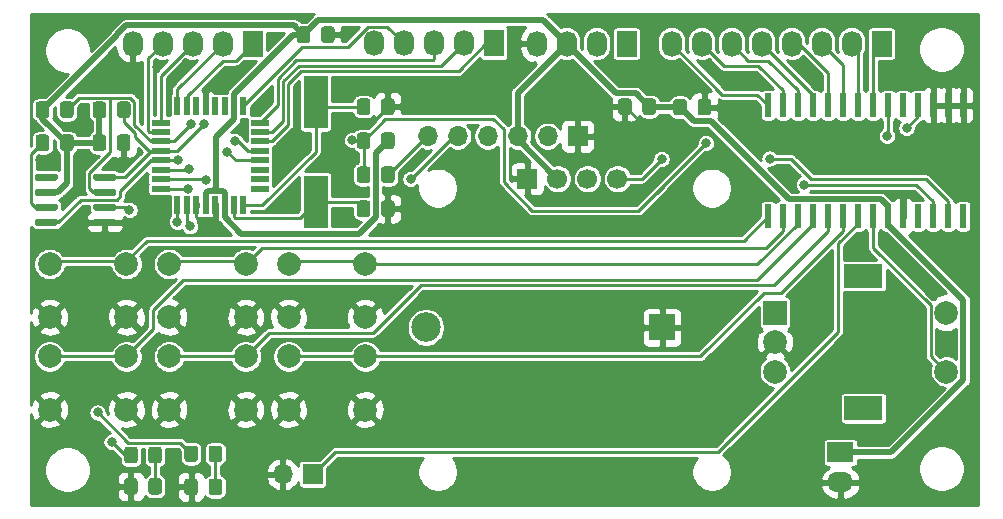
<source format=gbr>
G04 #@! TF.GenerationSoftware,KiCad,Pcbnew,(5.1.7)-1*
G04 #@! TF.CreationDate,2020-11-03T10:40:30+01:00*
G04 #@! TF.ProjectId,Timer,54696d65-722e-46b6-9963-61645f706362,rev?*
G04 #@! TF.SameCoordinates,Original*
G04 #@! TF.FileFunction,Copper,L1,Top*
G04 #@! TF.FilePolarity,Positive*
%FSLAX46Y46*%
G04 Gerber Fmt 4.6, Leading zero omitted, Abs format (unit mm)*
G04 Created by KiCad (PCBNEW (5.1.7)-1) date 2020-11-03 10:40:30*
%MOMM*%
%LPD*%
G01*
G04 APERTURE LIST*
G04 #@! TA.AperFunction,ComponentPad*
%ADD10O,1.700000X2.200000*%
G04 #@! TD*
G04 #@! TA.AperFunction,ComponentPad*
%ADD11R,1.700000X2.200000*%
G04 #@! TD*
G04 #@! TA.AperFunction,ComponentPad*
%ADD12C,2.000000*%
G04 #@! TD*
G04 #@! TA.AperFunction,SMDPad,CuDef*
%ADD13R,2.000000X4.500000*%
G04 #@! TD*
G04 #@! TA.AperFunction,SMDPad,CuDef*
%ADD14R,1.500000X0.550000*%
G04 #@! TD*
G04 #@! TA.AperFunction,SMDPad,CuDef*
%ADD15R,0.550000X1.500000*%
G04 #@! TD*
G04 #@! TA.AperFunction,SMDPad,CuDef*
%ADD16R,0.600000X2.000000*%
G04 #@! TD*
G04 #@! TA.AperFunction,ComponentPad*
%ADD17R,1.700000X1.700000*%
G04 #@! TD*
G04 #@! TA.AperFunction,ComponentPad*
%ADD18C,1.700000*%
G04 #@! TD*
G04 #@! TA.AperFunction,ComponentPad*
%ADD19R,2.000000X2.000000*%
G04 #@! TD*
G04 #@! TA.AperFunction,ComponentPad*
%ADD20R,3.200000X2.000000*%
G04 #@! TD*
G04 #@! TA.AperFunction,ComponentPad*
%ADD21O,1.700000X1.700000*%
G04 #@! TD*
G04 #@! TA.AperFunction,ComponentPad*
%ADD22O,2.200000X1.700000*%
G04 #@! TD*
G04 #@! TA.AperFunction,ComponentPad*
%ADD23R,2.200000X1.700000*%
G04 #@! TD*
G04 #@! TA.AperFunction,ComponentPad*
%ADD24C,2.500000*%
G04 #@! TD*
G04 #@! TA.AperFunction,ComponentPad*
%ADD25R,2.170000X2.170000*%
G04 #@! TD*
G04 #@! TA.AperFunction,ViaPad*
%ADD26C,0.800000*%
G04 #@! TD*
G04 #@! TA.AperFunction,Conductor*
%ADD27C,0.250000*%
G04 #@! TD*
G04 #@! TA.AperFunction,Conductor*
%ADD28C,0.500000*%
G04 #@! TD*
G04 #@! TA.AperFunction,Conductor*
%ADD29C,0.254000*%
G04 #@! TD*
G04 #@! TA.AperFunction,Conductor*
%ADD30C,0.100000*%
G04 #@! TD*
G04 APERTURE END LIST*
G04 #@! TA.AperFunction,SMDPad,CuDef*
G36*
G01*
X125450000Y-96900001D02*
X125450000Y-95999999D01*
G75*
G02*
X125699999Y-95750000I249999J0D01*
G01*
X126350001Y-95750000D01*
G75*
G02*
X126600000Y-95999999I0J-249999D01*
G01*
X126600000Y-96900001D01*
G75*
G02*
X126350001Y-97150000I-249999J0D01*
G01*
X125699999Y-97150000D01*
G75*
G02*
X125450000Y-96900001I0J249999D01*
G01*
G37*
G04 #@! TD.AperFunction*
G04 #@! TA.AperFunction,SMDPad,CuDef*
G36*
G01*
X123400000Y-96900001D02*
X123400000Y-95999999D01*
G75*
G02*
X123649999Y-95750000I249999J0D01*
G01*
X124300001Y-95750000D01*
G75*
G02*
X124550000Y-95999999I0J-249999D01*
G01*
X124550000Y-96900001D01*
G75*
G02*
X124300001Y-97150000I-249999J0D01*
G01*
X123649999Y-97150000D01*
G75*
G02*
X123400000Y-96900001I0J249999D01*
G01*
G37*
G04 #@! TD.AperFunction*
G04 #@! TA.AperFunction,SMDPad,CuDef*
G36*
G01*
X120350000Y-96850001D02*
X120350000Y-95949999D01*
G75*
G02*
X120599999Y-95700000I249999J0D01*
G01*
X121250001Y-95700000D01*
G75*
G02*
X121500000Y-95949999I0J-249999D01*
G01*
X121500000Y-96850001D01*
G75*
G02*
X121250001Y-97100000I-249999J0D01*
G01*
X120599999Y-97100000D01*
G75*
G02*
X120350000Y-96850001I0J249999D01*
G01*
G37*
G04 #@! TD.AperFunction*
G04 #@! TA.AperFunction,SMDPad,CuDef*
G36*
G01*
X118300000Y-96850001D02*
X118300000Y-95949999D01*
G75*
G02*
X118549999Y-95700000I249999J0D01*
G01*
X119200001Y-95700000D01*
G75*
G02*
X119450000Y-95949999I0J-249999D01*
G01*
X119450000Y-96850001D01*
G75*
G02*
X119200001Y-97100000I-249999J0D01*
G01*
X118549999Y-97100000D01*
G75*
G02*
X118300000Y-96850001I0J249999D01*
G01*
G37*
G04 #@! TD.AperFunction*
G04 #@! TA.AperFunction,SMDPad,CuDef*
G36*
G01*
X124550000Y-93199999D02*
X124550000Y-94100001D01*
G75*
G02*
X124300001Y-94350000I-249999J0D01*
G01*
X123649999Y-94350000D01*
G75*
G02*
X123400000Y-94100001I0J249999D01*
G01*
X123400000Y-93199999D01*
G75*
G02*
X123649999Y-92950000I249999J0D01*
G01*
X124300001Y-92950000D01*
G75*
G02*
X124550000Y-93199999I0J-249999D01*
G01*
G37*
G04 #@! TD.AperFunction*
G04 #@! TA.AperFunction,SMDPad,CuDef*
G36*
G01*
X126600000Y-93199999D02*
X126600000Y-94100001D01*
G75*
G02*
X126350001Y-94350000I-249999J0D01*
G01*
X125699999Y-94350000D01*
G75*
G02*
X125450000Y-94100001I0J249999D01*
G01*
X125450000Y-93199999D01*
G75*
G02*
X125699999Y-92950000I249999J0D01*
G01*
X126350001Y-92950000D01*
G75*
G02*
X126600000Y-93199999I0J-249999D01*
G01*
G37*
G04 #@! TD.AperFunction*
G04 #@! TA.AperFunction,SMDPad,CuDef*
G36*
G01*
X119450000Y-93299999D02*
X119450000Y-94200001D01*
G75*
G02*
X119200001Y-94450000I-249999J0D01*
G01*
X118549999Y-94450000D01*
G75*
G02*
X118300000Y-94200001I0J249999D01*
G01*
X118300000Y-93299999D01*
G75*
G02*
X118549999Y-93050000I249999J0D01*
G01*
X119200001Y-93050000D01*
G75*
G02*
X119450000Y-93299999I0J-249999D01*
G01*
G37*
G04 #@! TD.AperFunction*
G04 #@! TA.AperFunction,SMDPad,CuDef*
G36*
G01*
X121500000Y-93299999D02*
X121500000Y-94200001D01*
G75*
G02*
X121250001Y-94450000I-249999J0D01*
G01*
X120599999Y-94450000D01*
G75*
G02*
X120350000Y-94200001I0J249999D01*
G01*
X120350000Y-93299999D01*
G75*
G02*
X120599999Y-93050000I249999J0D01*
G01*
X121250001Y-93050000D01*
G75*
G02*
X121500000Y-93299999I0J-249999D01*
G01*
G37*
G04 #@! TD.AperFunction*
D10*
X139440000Y-58900000D03*
X141980000Y-58900000D03*
X144520000Y-58900000D03*
X147060000Y-58900000D03*
D11*
X149600000Y-58900000D03*
D12*
X132218000Y-89902000D03*
X132218000Y-85402000D03*
X138718000Y-89902000D03*
X138718000Y-85402000D03*
X122107000Y-89902000D03*
X122107000Y-85402000D03*
X128607000Y-89902000D03*
X128607000Y-85402000D03*
X111996000Y-89902000D03*
X111996000Y-85402000D03*
X118496000Y-89902000D03*
X118496000Y-85402000D03*
X132218000Y-82080000D03*
X132218000Y-77580000D03*
X138718000Y-82080000D03*
X138718000Y-77580000D03*
X122107000Y-82080000D03*
X122107000Y-77580000D03*
X128607000Y-82080000D03*
X128607000Y-77580000D03*
X111996000Y-82080000D03*
X111996000Y-77580000D03*
X118496000Y-82080000D03*
X118496000Y-77580000D03*
D13*
X134512000Y-72322000D03*
X134512000Y-63822000D03*
D14*
X121400000Y-71200000D03*
X121400000Y-70400000D03*
X121400000Y-69600000D03*
X121400000Y-68800000D03*
X121400000Y-68000000D03*
X121400000Y-67200000D03*
X121400000Y-66400000D03*
X121400000Y-65600000D03*
D15*
X122800000Y-64200000D03*
X123600000Y-64200000D03*
X124400000Y-64200000D03*
X125200000Y-64200000D03*
X126000000Y-64200000D03*
X126800000Y-64200000D03*
X127600000Y-64200000D03*
X128400000Y-64200000D03*
D14*
X129800000Y-65600000D03*
X129800000Y-66400000D03*
X129800000Y-67200000D03*
X129800000Y-68000000D03*
X129800000Y-68800000D03*
X129800000Y-69600000D03*
X129800000Y-70400000D03*
D15*
X128400000Y-72600000D03*
X127600000Y-72600000D03*
X126800000Y-72600000D03*
X126000000Y-72600000D03*
X125200000Y-72600000D03*
X124400000Y-72600000D03*
X123600000Y-72600000D03*
X122800000Y-72600000D03*
D14*
X129800000Y-71200000D03*
D16*
X172815000Y-64134000D03*
X174085000Y-64134000D03*
X175355000Y-64134000D03*
X176625000Y-64134000D03*
X177895000Y-64134000D03*
X179165000Y-64134000D03*
X180435000Y-64134000D03*
X181705000Y-64134000D03*
X182975000Y-64134000D03*
X184245000Y-64134000D03*
X185515000Y-64134000D03*
X186785000Y-64134000D03*
X188055000Y-64134000D03*
X189325000Y-64134000D03*
X189325000Y-73534000D03*
X188055000Y-73534000D03*
X186785000Y-73534000D03*
X185515000Y-73534000D03*
X184245000Y-73534000D03*
X182975000Y-73534000D03*
X181705000Y-73534000D03*
X180435000Y-73534000D03*
X179165000Y-73534000D03*
X177895000Y-73534000D03*
X176625000Y-73534000D03*
X175355000Y-73534000D03*
X174085000Y-73534000D03*
X172815000Y-73534000D03*
G04 #@! TA.AperFunction,SMDPad,CuDef*
G36*
G01*
X115692000Y-70381000D02*
X115692000Y-70081000D01*
G75*
G02*
X115842000Y-69931000I150000J0D01*
G01*
X117492000Y-69931000D01*
G75*
G02*
X117642000Y-70081000I0J-150000D01*
G01*
X117642000Y-70381000D01*
G75*
G02*
X117492000Y-70531000I-150000J0D01*
G01*
X115842000Y-70531000D01*
G75*
G02*
X115692000Y-70381000I0J150000D01*
G01*
G37*
G04 #@! TD.AperFunction*
G04 #@! TA.AperFunction,SMDPad,CuDef*
G36*
G01*
X115692000Y-71651000D02*
X115692000Y-71351000D01*
G75*
G02*
X115842000Y-71201000I150000J0D01*
G01*
X117492000Y-71201000D01*
G75*
G02*
X117642000Y-71351000I0J-150000D01*
G01*
X117642000Y-71651000D01*
G75*
G02*
X117492000Y-71801000I-150000J0D01*
G01*
X115842000Y-71801000D01*
G75*
G02*
X115692000Y-71651000I0J150000D01*
G01*
G37*
G04 #@! TD.AperFunction*
G04 #@! TA.AperFunction,SMDPad,CuDef*
G36*
G01*
X115692000Y-72921000D02*
X115692000Y-72621000D01*
G75*
G02*
X115842000Y-72471000I150000J0D01*
G01*
X117492000Y-72471000D01*
G75*
G02*
X117642000Y-72621000I0J-150000D01*
G01*
X117642000Y-72921000D01*
G75*
G02*
X117492000Y-73071000I-150000J0D01*
G01*
X115842000Y-73071000D01*
G75*
G02*
X115692000Y-72921000I0J150000D01*
G01*
G37*
G04 #@! TD.AperFunction*
G04 #@! TA.AperFunction,SMDPad,CuDef*
G36*
G01*
X115692000Y-74191000D02*
X115692000Y-73891000D01*
G75*
G02*
X115842000Y-73741000I150000J0D01*
G01*
X117492000Y-73741000D01*
G75*
G02*
X117642000Y-73891000I0J-150000D01*
G01*
X117642000Y-74191000D01*
G75*
G02*
X117492000Y-74341000I-150000J0D01*
G01*
X115842000Y-74341000D01*
G75*
G02*
X115692000Y-74191000I0J150000D01*
G01*
G37*
G04 #@! TD.AperFunction*
G04 #@! TA.AperFunction,SMDPad,CuDef*
G36*
G01*
X110742000Y-74191000D02*
X110742000Y-73891000D01*
G75*
G02*
X110892000Y-73741000I150000J0D01*
G01*
X112542000Y-73741000D01*
G75*
G02*
X112692000Y-73891000I0J-150000D01*
G01*
X112692000Y-74191000D01*
G75*
G02*
X112542000Y-74341000I-150000J0D01*
G01*
X110892000Y-74341000D01*
G75*
G02*
X110742000Y-74191000I0J150000D01*
G01*
G37*
G04 #@! TD.AperFunction*
G04 #@! TA.AperFunction,SMDPad,CuDef*
G36*
G01*
X110742000Y-72921000D02*
X110742000Y-72621000D01*
G75*
G02*
X110892000Y-72471000I150000J0D01*
G01*
X112542000Y-72471000D01*
G75*
G02*
X112692000Y-72621000I0J-150000D01*
G01*
X112692000Y-72921000D01*
G75*
G02*
X112542000Y-73071000I-150000J0D01*
G01*
X110892000Y-73071000D01*
G75*
G02*
X110742000Y-72921000I0J150000D01*
G01*
G37*
G04 #@! TD.AperFunction*
G04 #@! TA.AperFunction,SMDPad,CuDef*
G36*
G01*
X110742000Y-71651000D02*
X110742000Y-71351000D01*
G75*
G02*
X110892000Y-71201000I150000J0D01*
G01*
X112542000Y-71201000D01*
G75*
G02*
X112692000Y-71351000I0J-150000D01*
G01*
X112692000Y-71651000D01*
G75*
G02*
X112542000Y-71801000I-150000J0D01*
G01*
X110892000Y-71801000D01*
G75*
G02*
X110742000Y-71651000I0J150000D01*
G01*
G37*
G04 #@! TD.AperFunction*
G04 #@! TA.AperFunction,SMDPad,CuDef*
G36*
G01*
X110742000Y-70381000D02*
X110742000Y-70081000D01*
G75*
G02*
X110892000Y-69931000I150000J0D01*
G01*
X112542000Y-69931000D01*
G75*
G02*
X112692000Y-70081000I0J-150000D01*
G01*
X112692000Y-70381000D01*
G75*
G02*
X112542000Y-70531000I-150000J0D01*
G01*
X110892000Y-70531000D01*
G75*
G02*
X110742000Y-70381000I0J150000D01*
G01*
G37*
G04 #@! TD.AperFunction*
D17*
X152450000Y-70350000D03*
D18*
X154990000Y-70350000D03*
X157530000Y-70350000D03*
X160070000Y-70350000D03*
D19*
X173400000Y-81700000D03*
D12*
X173400000Y-84200000D03*
X173400000Y-86700000D03*
D20*
X180900000Y-78600000D03*
X180900000Y-89800000D03*
D12*
X187900000Y-81700000D03*
X187900000Y-86700000D03*
G04 #@! TA.AperFunction,SMDPad,CuDef*
G36*
G01*
X139150000Y-66691332D02*
X139150000Y-67591334D01*
G75*
G02*
X138900001Y-67841333I-249999J0D01*
G01*
X138249999Y-67841333D01*
G75*
G02*
X138000000Y-67591334I0J249999D01*
G01*
X138000000Y-66691332D01*
G75*
G02*
X138249999Y-66441333I249999J0D01*
G01*
X138900001Y-66441333D01*
G75*
G02*
X139150000Y-66691332I0J-249999D01*
G01*
G37*
G04 #@! TD.AperFunction*
G04 #@! TA.AperFunction,SMDPad,CuDef*
G36*
G01*
X141200000Y-66691332D02*
X141200000Y-67591334D01*
G75*
G02*
X140950001Y-67841333I-249999J0D01*
G01*
X140299999Y-67841333D01*
G75*
G02*
X140050000Y-67591334I0J249999D01*
G01*
X140050000Y-66691332D01*
G75*
G02*
X140299999Y-66441333I249999J0D01*
G01*
X140950001Y-66441333D01*
G75*
G02*
X141200000Y-66691332I0J-249999D01*
G01*
G37*
G04 #@! TD.AperFunction*
G04 #@! TA.AperFunction,SMDPad,CuDef*
G36*
G01*
X117690000Y-64966001D02*
X117690000Y-64065999D01*
G75*
G02*
X117939999Y-63816000I249999J0D01*
G01*
X118590001Y-63816000D01*
G75*
G02*
X118840000Y-64065999I0J-249999D01*
G01*
X118840000Y-64966001D01*
G75*
G02*
X118590001Y-65216000I-249999J0D01*
G01*
X117939999Y-65216000D01*
G75*
G02*
X117690000Y-64966001I0J249999D01*
G01*
G37*
G04 #@! TD.AperFunction*
G04 #@! TA.AperFunction,SMDPad,CuDef*
G36*
G01*
X115640000Y-64966001D02*
X115640000Y-64065999D01*
G75*
G02*
X115889999Y-63816000I249999J0D01*
G01*
X116540001Y-63816000D01*
G75*
G02*
X116790000Y-64065999I0J-249999D01*
G01*
X116790000Y-64966001D01*
G75*
G02*
X116540001Y-65216000I-249999J0D01*
G01*
X115889999Y-65216000D01*
G75*
G02*
X115640000Y-64966001I0J249999D01*
G01*
G37*
G04 #@! TD.AperFunction*
G04 #@! TA.AperFunction,SMDPad,CuDef*
G36*
G01*
X112864000Y-64966001D02*
X112864000Y-64065999D01*
G75*
G02*
X113113999Y-63816000I249999J0D01*
G01*
X113764001Y-63816000D01*
G75*
G02*
X114014000Y-64065999I0J-249999D01*
G01*
X114014000Y-64966001D01*
G75*
G02*
X113764001Y-65216000I-249999J0D01*
G01*
X113113999Y-65216000D01*
G75*
G02*
X112864000Y-64966001I0J249999D01*
G01*
G37*
G04 #@! TD.AperFunction*
G04 #@! TA.AperFunction,SMDPad,CuDef*
G36*
G01*
X110814000Y-64966001D02*
X110814000Y-64065999D01*
G75*
G02*
X111063999Y-63816000I249999J0D01*
G01*
X111714001Y-63816000D01*
G75*
G02*
X111964000Y-64065999I0J-249999D01*
G01*
X111964000Y-64966001D01*
G75*
G02*
X111714001Y-65216000I-249999J0D01*
G01*
X111063999Y-65216000D01*
G75*
G02*
X110814000Y-64966001I0J249999D01*
G01*
G37*
G04 #@! TD.AperFunction*
G04 #@! TA.AperFunction,SMDPad,CuDef*
G36*
G01*
X111964000Y-66859999D02*
X111964000Y-67760001D01*
G75*
G02*
X111714001Y-68010000I-249999J0D01*
G01*
X111063999Y-68010000D01*
G75*
G02*
X110814000Y-67760001I0J249999D01*
G01*
X110814000Y-66859999D01*
G75*
G02*
X111063999Y-66610000I249999J0D01*
G01*
X111714001Y-66610000D01*
G75*
G02*
X111964000Y-66859999I0J-249999D01*
G01*
G37*
G04 #@! TD.AperFunction*
G04 #@! TA.AperFunction,SMDPad,CuDef*
G36*
G01*
X114014000Y-66859999D02*
X114014000Y-67760001D01*
G75*
G02*
X113764001Y-68010000I-249999J0D01*
G01*
X113113999Y-68010000D01*
G75*
G02*
X112864000Y-67760001I0J249999D01*
G01*
X112864000Y-66859999D01*
G75*
G02*
X113113999Y-66610000I249999J0D01*
G01*
X113764001Y-66610000D01*
G75*
G02*
X114014000Y-66859999I0J-249999D01*
G01*
G37*
G04 #@! TD.AperFunction*
D21*
X131718000Y-95377000D03*
D17*
X134258000Y-95377000D03*
D22*
X178950000Y-96070000D03*
D23*
X178950000Y-93530000D03*
D10*
X167190000Y-58928000D03*
X164650000Y-58928000D03*
X169730000Y-58928000D03*
X172270000Y-58928000D03*
X174810000Y-58928000D03*
X177350000Y-58928000D03*
X179890000Y-58928000D03*
D11*
X182430000Y-58928000D03*
D10*
X153220000Y-58928000D03*
X155760000Y-58928000D03*
X158300000Y-58928000D03*
D11*
X160840000Y-58928000D03*
D10*
X119018000Y-58928000D03*
X121558000Y-58928000D03*
X124098000Y-58928000D03*
X126638000Y-58928000D03*
D11*
X129178000Y-58928000D03*
D21*
X144000000Y-66750000D03*
X146540000Y-66750000D03*
X149080000Y-66750000D03*
X151620000Y-66750000D03*
X154160000Y-66750000D03*
D17*
X156700000Y-66750000D03*
G04 #@! TA.AperFunction,SMDPad,CuDef*
G36*
G01*
X134062000Y-57715999D02*
X134062000Y-58616001D01*
G75*
G02*
X133812001Y-58866000I-249999J0D01*
G01*
X133161999Y-58866000D01*
G75*
G02*
X132912000Y-58616001I0J249999D01*
G01*
X132912000Y-57715999D01*
G75*
G02*
X133161999Y-57466000I249999J0D01*
G01*
X133812001Y-57466000D01*
G75*
G02*
X134062000Y-57715999I0J-249999D01*
G01*
G37*
G04 #@! TD.AperFunction*
G04 #@! TA.AperFunction,SMDPad,CuDef*
G36*
G01*
X136112000Y-57715999D02*
X136112000Y-58616001D01*
G75*
G02*
X135862001Y-58866000I-249999J0D01*
G01*
X135211999Y-58866000D01*
G75*
G02*
X134962000Y-58616001I0J249999D01*
G01*
X134962000Y-57715999D01*
G75*
G02*
X135211999Y-57466000I249999J0D01*
G01*
X135862001Y-57466000D01*
G75*
G02*
X136112000Y-57715999I0J-249999D01*
G01*
G37*
G04 #@! TD.AperFunction*
G04 #@! TA.AperFunction,SMDPad,CuDef*
G36*
G01*
X139150000Y-63811999D02*
X139150000Y-64712001D01*
G75*
G02*
X138900001Y-64962000I-249999J0D01*
G01*
X138249999Y-64962000D01*
G75*
G02*
X138000000Y-64712001I0J249999D01*
G01*
X138000000Y-63811999D01*
G75*
G02*
X138249999Y-63562000I249999J0D01*
G01*
X138900001Y-63562000D01*
G75*
G02*
X139150000Y-63811999I0J-249999D01*
G01*
G37*
G04 #@! TD.AperFunction*
G04 #@! TA.AperFunction,SMDPad,CuDef*
G36*
G01*
X141200000Y-63811999D02*
X141200000Y-64712001D01*
G75*
G02*
X140950001Y-64962000I-249999J0D01*
G01*
X140299999Y-64962000D01*
G75*
G02*
X140050000Y-64712001I0J249999D01*
G01*
X140050000Y-63811999D01*
G75*
G02*
X140299999Y-63562000I249999J0D01*
G01*
X140950001Y-63562000D01*
G75*
G02*
X141200000Y-63811999I0J-249999D01*
G01*
G37*
G04 #@! TD.AperFunction*
G04 #@! TA.AperFunction,SMDPad,CuDef*
G36*
G01*
X139150000Y-72449999D02*
X139150000Y-73350001D01*
G75*
G02*
X138900001Y-73600000I-249999J0D01*
G01*
X138249999Y-73600000D01*
G75*
G02*
X138000000Y-73350001I0J249999D01*
G01*
X138000000Y-72449999D01*
G75*
G02*
X138249999Y-72200000I249999J0D01*
G01*
X138900001Y-72200000D01*
G75*
G02*
X139150000Y-72449999I0J-249999D01*
G01*
G37*
G04 #@! TD.AperFunction*
G04 #@! TA.AperFunction,SMDPad,CuDef*
G36*
G01*
X141200000Y-72449999D02*
X141200000Y-73350001D01*
G75*
G02*
X140950001Y-73600000I-249999J0D01*
G01*
X140299999Y-73600000D01*
G75*
G02*
X140050000Y-73350001I0J249999D01*
G01*
X140050000Y-72449999D01*
G75*
G02*
X140299999Y-72200000I249999J0D01*
G01*
X140950001Y-72200000D01*
G75*
G02*
X141200000Y-72449999I0J-249999D01*
G01*
G37*
G04 #@! TD.AperFunction*
G04 #@! TA.AperFunction,SMDPad,CuDef*
G36*
G01*
X139150000Y-69570665D02*
X139150000Y-70470667D01*
G75*
G02*
X138900001Y-70720666I-249999J0D01*
G01*
X138249999Y-70720666D01*
G75*
G02*
X138000000Y-70470667I0J249999D01*
G01*
X138000000Y-69570665D01*
G75*
G02*
X138249999Y-69320666I249999J0D01*
G01*
X138900001Y-69320666D01*
G75*
G02*
X139150000Y-69570665I0J-249999D01*
G01*
G37*
G04 #@! TD.AperFunction*
G04 #@! TA.AperFunction,SMDPad,CuDef*
G36*
G01*
X141200000Y-69570665D02*
X141200000Y-70470667D01*
G75*
G02*
X140950001Y-70720666I-249999J0D01*
G01*
X140299999Y-70720666D01*
G75*
G02*
X140050000Y-70470667I0J249999D01*
G01*
X140050000Y-69570665D01*
G75*
G02*
X140299999Y-69320666I249999J0D01*
G01*
X140950001Y-69320666D01*
G75*
G02*
X141200000Y-69570665I0J-249999D01*
G01*
G37*
G04 #@! TD.AperFunction*
G04 #@! TA.AperFunction,SMDPad,CuDef*
G36*
G01*
X165950000Y-63849999D02*
X165950000Y-64750001D01*
G75*
G02*
X165700001Y-65000000I-249999J0D01*
G01*
X165049999Y-65000000D01*
G75*
G02*
X164800000Y-64750001I0J249999D01*
G01*
X164800000Y-63849999D01*
G75*
G02*
X165049999Y-63600000I249999J0D01*
G01*
X165700001Y-63600000D01*
G75*
G02*
X165950000Y-63849999I0J-249999D01*
G01*
G37*
G04 #@! TD.AperFunction*
G04 #@! TA.AperFunction,SMDPad,CuDef*
G36*
G01*
X168000000Y-63849999D02*
X168000000Y-64750001D01*
G75*
G02*
X167750001Y-65000000I-249999J0D01*
G01*
X167099999Y-65000000D01*
G75*
G02*
X166850000Y-64750001I0J249999D01*
G01*
X166850000Y-63849999D01*
G75*
G02*
X167099999Y-63600000I249999J0D01*
G01*
X167750001Y-63600000D01*
G75*
G02*
X168000000Y-63849999I0J-249999D01*
G01*
G37*
G04 #@! TD.AperFunction*
G04 #@! TA.AperFunction,SMDPad,CuDef*
G36*
G01*
X117681000Y-67760001D02*
X117681000Y-66859999D01*
G75*
G02*
X117930999Y-66610000I249999J0D01*
G01*
X118581001Y-66610000D01*
G75*
G02*
X118831000Y-66859999I0J-249999D01*
G01*
X118831000Y-67760001D01*
G75*
G02*
X118581001Y-68010000I-249999J0D01*
G01*
X117930999Y-68010000D01*
G75*
G02*
X117681000Y-67760001I0J249999D01*
G01*
G37*
G04 #@! TD.AperFunction*
G04 #@! TA.AperFunction,SMDPad,CuDef*
G36*
G01*
X115631000Y-67760001D02*
X115631000Y-66859999D01*
G75*
G02*
X115880999Y-66610000I249999J0D01*
G01*
X116531001Y-66610000D01*
G75*
G02*
X116781000Y-66859999I0J-249999D01*
G01*
X116781000Y-67760001D01*
G75*
G02*
X116531001Y-68010000I-249999J0D01*
G01*
X115880999Y-68010000D01*
G75*
G02*
X115631000Y-67760001I0J249999D01*
G01*
G37*
G04 #@! TD.AperFunction*
G04 #@! TA.AperFunction,SMDPad,CuDef*
G36*
G01*
X162175000Y-64712001D02*
X162175000Y-63811999D01*
G75*
G02*
X162424999Y-63562000I249999J0D01*
G01*
X163075001Y-63562000D01*
G75*
G02*
X163325000Y-63811999I0J-249999D01*
G01*
X163325000Y-64712001D01*
G75*
G02*
X163075001Y-64962000I-249999J0D01*
G01*
X162424999Y-64962000D01*
G75*
G02*
X162175000Y-64712001I0J249999D01*
G01*
G37*
G04 #@! TD.AperFunction*
G04 #@! TA.AperFunction,SMDPad,CuDef*
G36*
G01*
X160125000Y-64712001D02*
X160125000Y-63811999D01*
G75*
G02*
X160374999Y-63562000I249999J0D01*
G01*
X161025001Y-63562000D01*
G75*
G02*
X161275000Y-63811999I0J-249999D01*
G01*
X161275000Y-64712001D01*
G75*
G02*
X161025001Y-64962000I-249999J0D01*
G01*
X160374999Y-64962000D01*
G75*
G02*
X160125000Y-64712001I0J249999D01*
G01*
G37*
G04 #@! TD.AperFunction*
D24*
X143850000Y-82950000D03*
D25*
X163850000Y-82950000D03*
D26*
X118750000Y-73000000D03*
X163900000Y-65500000D03*
X137000000Y-58000000D03*
X169250000Y-80750000D03*
X176250000Y-68000000D03*
X187900000Y-84100000D03*
X185700000Y-78500000D03*
X180800000Y-76600000D03*
X170100000Y-62200000D03*
X176400000Y-61400000D03*
X122300000Y-62000000D03*
X111000000Y-62400000D03*
X114800000Y-65800000D03*
X114600000Y-70400000D03*
X111200000Y-68800000D03*
X129900000Y-64000000D03*
X133200000Y-67700000D03*
X135600000Y-67600000D03*
X136600000Y-73400000D03*
X142600000Y-73200000D03*
X184250000Y-71750000D03*
X117900000Y-69000000D03*
X120950000Y-72750000D03*
X121050000Y-60900000D03*
X130950000Y-58400000D03*
X126300000Y-61950000D03*
X161200000Y-68000000D03*
X174200000Y-70450000D03*
X132050000Y-72500000D03*
X128250000Y-66300000D03*
X137600000Y-67100000D03*
X122900000Y-68800000D03*
X167550000Y-67350000D03*
X184550000Y-66050000D03*
X125250000Y-70450000D03*
X142550000Y-70400000D03*
X123800000Y-69525000D03*
X125050000Y-65750000D03*
X175850000Y-70850000D03*
X124000000Y-65750000D03*
X172950000Y-68650000D03*
X163800000Y-68700000D03*
X123900000Y-74400000D03*
X122800000Y-74000000D03*
X123750000Y-71250000D03*
X182900000Y-66750000D03*
X127050000Y-68075000D03*
X117250000Y-92650000D03*
X116050000Y-90150000D03*
X127650000Y-67150000D03*
D27*
X118521000Y-72771000D02*
X118750000Y-73000000D01*
X116667000Y-72771000D02*
X118521000Y-72771000D01*
X126000000Y-73600000D02*
X126000000Y-72600000D01*
X125924999Y-73675001D02*
X126000000Y-73600000D01*
X124400000Y-73600000D02*
X124475001Y-73675001D01*
X124400000Y-72600000D02*
X124400000Y-73600000D01*
X161938000Y-65500000D02*
X163900000Y-65500000D01*
X160700000Y-64262000D02*
X161938000Y-65500000D01*
D28*
X136834000Y-58166000D02*
X137000000Y-58000000D01*
X135537000Y-58166000D02*
X136834000Y-58166000D01*
X142300000Y-72900000D02*
X142600000Y-73200000D01*
X140625000Y-72900000D02*
X142300000Y-72900000D01*
X184245000Y-71755000D02*
X184250000Y-71750000D01*
X184245000Y-73534000D02*
X184245000Y-71755000D01*
D27*
X124475001Y-73675001D02*
X125125001Y-73675001D01*
X125125001Y-73675001D02*
X125924999Y-73675001D01*
X120950000Y-73223002D02*
X120950000Y-72750000D01*
X122851999Y-75125001D02*
X120950000Y-73223002D01*
X124248001Y-75125001D02*
X122851999Y-75125001D01*
X125125001Y-74248001D02*
X124248001Y-75125001D01*
X125125001Y-73675001D02*
X125125001Y-74248001D01*
X137912990Y-65287010D02*
X135600000Y-67600000D01*
X139599990Y-65287010D02*
X137912990Y-65287010D01*
X140625000Y-64262000D02*
X139599990Y-65287010D01*
D28*
X132598998Y-58166000D02*
X133487000Y-58166000D01*
X127600000Y-63164998D02*
X132598998Y-58166000D01*
X127600000Y-64200000D02*
X127600000Y-63164998D01*
X116215000Y-67301000D02*
X116206000Y-67310000D01*
X116215000Y-64516000D02*
X116215000Y-67301000D01*
X113439000Y-67310000D02*
X116206000Y-67310000D01*
X113439000Y-70754000D02*
X113439000Y-67310000D01*
X112692000Y-71501000D02*
X113439000Y-70754000D01*
X111717000Y-71501000D02*
X112692000Y-71501000D01*
X111389000Y-65260000D02*
X113439000Y-67310000D01*
X111389000Y-64516000D02*
X111389000Y-65260000D01*
X139600000Y-68166333D02*
X140625000Y-67141333D01*
X139600000Y-73639966D02*
X139600000Y-68166333D01*
X138217965Y-75022001D02*
X139600000Y-73639966D01*
X128208815Y-75022001D02*
X138217965Y-75022001D01*
X126800000Y-73613186D02*
X128208815Y-75022001D01*
X126800000Y-72600000D02*
X126800000Y-73613186D01*
X132698990Y-57377990D02*
X133487000Y-58166000D01*
X118479519Y-57377990D02*
X132698990Y-57377990D01*
X117717990Y-58139519D02*
X118479519Y-57377990D01*
X117717990Y-58187010D02*
X117717990Y-58139519D01*
X111389000Y-64516000D02*
X117717990Y-58187010D01*
X134753020Y-56899980D02*
X133487000Y-58166000D01*
X153731980Y-56899980D02*
X134753020Y-56899980D01*
X155760000Y-58928000D02*
X153731980Y-56899980D01*
X162788000Y-64300000D02*
X162750000Y-64262000D01*
X165375000Y-64300000D02*
X162788000Y-64300000D01*
X166525010Y-65450010D02*
X165375000Y-64300000D01*
X167950010Y-65450010D02*
X166525010Y-65450010D01*
X174583999Y-72083999D02*
X167950010Y-65450010D01*
X182365001Y-72083999D02*
X174583999Y-72083999D01*
X182975000Y-72693998D02*
X182365001Y-72083999D01*
X182975000Y-73534000D02*
X182975000Y-72693998D01*
X159943990Y-63111990D02*
X155760000Y-58928000D01*
X161599990Y-63111990D02*
X159943990Y-63111990D01*
X162750000Y-64262000D02*
X161599990Y-63111990D01*
X182975000Y-74234000D02*
X182975000Y-73534000D01*
X189350001Y-80609001D02*
X182975000Y-74234000D01*
X189350001Y-87419999D02*
X189350001Y-80609001D01*
X151620000Y-66980000D02*
X154990000Y-70350000D01*
X151620000Y-66750000D02*
X151620000Y-66980000D01*
X151620000Y-63068000D02*
X155760000Y-58928000D01*
X151620000Y-66750000D02*
X151620000Y-63068000D01*
X183240000Y-93530000D02*
X178950000Y-93530000D01*
X189350001Y-87419999D02*
X183240000Y-93530000D01*
X125200000Y-71564998D02*
X125200000Y-72600000D01*
X125364999Y-71399999D02*
X125200000Y-71564998D01*
X126800000Y-71564998D02*
X126635001Y-71399999D01*
X126800000Y-72600000D02*
X126800000Y-71564998D01*
X127600000Y-65300000D02*
X127600000Y-64200000D01*
X126100001Y-71099999D02*
X126100001Y-66799999D01*
X126100001Y-66799999D02*
X127600000Y-65300000D01*
X125800001Y-71399999D02*
X126100001Y-71099999D01*
X126635001Y-71399999D02*
X125800001Y-71399999D01*
X125800001Y-71399999D02*
X125364999Y-71399999D01*
D27*
X138575000Y-70020666D02*
X138575000Y-67141333D01*
X137641333Y-67141333D02*
X137600000Y-67100000D01*
X138575000Y-67141333D02*
X137641333Y-67141333D01*
X121400000Y-68800000D02*
X122900000Y-68800000D01*
X114606990Y-72126010D02*
X112692000Y-74041000D01*
X117688758Y-72126010D02*
X114606990Y-72126010D01*
X117967010Y-71847758D02*
X117688758Y-72126010D01*
X117967010Y-71422988D02*
X117967010Y-71847758D01*
X120589998Y-68800000D02*
X117967010Y-71422988D01*
X112692000Y-74041000D02*
X111717000Y-74041000D01*
X121400000Y-68800000D02*
X120589998Y-68800000D01*
X163374999Y-71525001D02*
X167550000Y-67350000D01*
X149546010Y-65287010D02*
X150444999Y-66185999D01*
X140429323Y-65287010D02*
X149546010Y-65287010D01*
X150444999Y-66185999D02*
X150444999Y-70630001D01*
X138575000Y-67141333D02*
X140429323Y-65287010D01*
X185515000Y-65085000D02*
X185515000Y-64134000D01*
X184550000Y-66050000D02*
X185515000Y-65085000D01*
X150444999Y-70630001D02*
X152864998Y-73050000D01*
X161850000Y-73050000D02*
X167550000Y-67350000D01*
X152864998Y-73050000D02*
X161850000Y-73050000D01*
X140625000Y-70020666D02*
X144000000Y-66645666D01*
X127600000Y-73600000D02*
X127600000Y-72600000D01*
X127675001Y-73675001D02*
X127600000Y-73600000D01*
X133158999Y-73675001D02*
X127675001Y-73675001D01*
X134512000Y-72322000D02*
X133158999Y-73675001D01*
X137997000Y-72322000D02*
X138575000Y-72900000D01*
X134512000Y-72322000D02*
X137997000Y-72322000D01*
X134952000Y-64262000D02*
X134512000Y-63822000D01*
X138575000Y-64262000D02*
X134952000Y-64262000D01*
X130010002Y-72600000D02*
X128400000Y-72600000D01*
X134512000Y-68098002D02*
X130010002Y-72600000D01*
X134512000Y-63822000D02*
X134512000Y-68098002D01*
X120925000Y-93750000D02*
X120925000Y-96400000D01*
X126025000Y-93650000D02*
X126025000Y-96450000D01*
X125200000Y-70400000D02*
X125250000Y-70450000D01*
X121400000Y-70400000D02*
X125200000Y-70400000D01*
X146200000Y-66750000D02*
X146540000Y-66750000D01*
X142550000Y-70400000D02*
X146200000Y-66750000D01*
X123725000Y-69600000D02*
X123800000Y-69525000D01*
X121400000Y-69600000D02*
X123725000Y-69600000D01*
X120324999Y-60161001D02*
X121558000Y-58928000D01*
X120324999Y-66324999D02*
X120324999Y-60161001D01*
X120400000Y-66400000D02*
X120324999Y-66324999D01*
X121400000Y-66400000D02*
X120400000Y-66400000D01*
X121400000Y-61626000D02*
X124098000Y-58928000D01*
X121400000Y-65600000D02*
X121400000Y-61626000D01*
X122800000Y-62766000D02*
X122800000Y-64200000D01*
X126638000Y-58928000D02*
X122800000Y-62766000D01*
X127752990Y-60353010D02*
X129178000Y-58928000D01*
X126636988Y-60353010D02*
X127752990Y-60353010D01*
X123600000Y-63389998D02*
X126636988Y-60353010D01*
X123600000Y-64200000D02*
X123600000Y-63389998D01*
X120589998Y-68000000D02*
X121400000Y-68000000D01*
X118358998Y-70231000D02*
X120589998Y-68000000D01*
X116667000Y-70231000D02*
X118358998Y-70231000D01*
X118265000Y-65537820D02*
X118265000Y-64516000D01*
X119250000Y-66522820D02*
X118265000Y-65537820D01*
X119250000Y-66850000D02*
X119250000Y-66522820D01*
X120400000Y-68000000D02*
X119250000Y-66850000D01*
X121400000Y-68000000D02*
X120400000Y-68000000D01*
X121475000Y-68075000D02*
X121400000Y-68000000D01*
X185351000Y-70850000D02*
X175850000Y-70850000D01*
X186785000Y-72284000D02*
X185351000Y-70850000D01*
X186785000Y-73534000D02*
X186785000Y-72284000D01*
X122800000Y-68000000D02*
X125050000Y-65750000D01*
X121400000Y-68000000D02*
X122800000Y-68000000D01*
X113439000Y-64516000D02*
X114464010Y-63490990D01*
X119165010Y-65801420D02*
X119165010Y-63827820D01*
X120563590Y-67200000D02*
X119165010Y-65801420D01*
X121400000Y-67200000D02*
X120563590Y-67200000D01*
X119165010Y-63827820D02*
X118828180Y-63490990D01*
X117115010Y-63584990D02*
X117209010Y-63490990D01*
X115366990Y-69884242D02*
X117115010Y-68136222D01*
X117115010Y-68136222D02*
X117115010Y-63584990D01*
X115366990Y-71175990D02*
X115366990Y-69884242D01*
X115692000Y-71501000D02*
X115366990Y-71175990D01*
X116667000Y-71501000D02*
X115692000Y-71501000D01*
X118828180Y-63490990D02*
X117209010Y-63490990D01*
X114464010Y-63490990D02*
X117209010Y-63490990D01*
X174723002Y-68650000D02*
X172950000Y-68650000D01*
X176472992Y-70399990D02*
X174723002Y-68650000D01*
X186170990Y-70399990D02*
X176472992Y-70399990D01*
X188055000Y-72284000D02*
X186170990Y-70399990D01*
X188055000Y-73534000D02*
X188055000Y-72284000D01*
X162150000Y-70350000D02*
X160070000Y-70350000D01*
X163800000Y-68700000D02*
X162150000Y-70350000D01*
X122550000Y-67200000D02*
X124000000Y-65750000D01*
X121400000Y-67200000D02*
X122550000Y-67200000D01*
X140554990Y-57474990D02*
X141980000Y-58900000D01*
X138953295Y-57474990D02*
X140554990Y-57474990D01*
X137237275Y-59191010D02*
X138953295Y-57474990D01*
X133398760Y-59191010D02*
X137237275Y-59191010D01*
X128400000Y-64189770D02*
X133398760Y-59191010D01*
X128400000Y-64200000D02*
X128400000Y-64189770D01*
X132879198Y-60346980D02*
X131299982Y-61926198D01*
X144423021Y-60346979D02*
X132879198Y-60346980D01*
X144520000Y-60250000D02*
X144423021Y-60346979D01*
X144520000Y-58900000D02*
X144520000Y-60250000D01*
X131299982Y-64100018D02*
X129800000Y-65600000D01*
X131299982Y-61926198D02*
X131299982Y-64100018D01*
X131749991Y-62112597D02*
X133065599Y-60796989D01*
X130800000Y-66400000D02*
X131749990Y-65450010D01*
X131749990Y-65450010D02*
X131749991Y-62112597D01*
X129800000Y-66400000D02*
X130800000Y-66400000D01*
X145163011Y-60796989D02*
X147060000Y-58900000D01*
X133065599Y-60796989D02*
X145163011Y-60796989D01*
X133251999Y-61246999D02*
X132200000Y-62298998D01*
X146624716Y-61246999D02*
X133251999Y-61246999D01*
X148971715Y-58900000D02*
X146624716Y-61246999D01*
X149600000Y-58900000D02*
X148971715Y-58900000D01*
X130800000Y-67200000D02*
X129800000Y-67200000D01*
X132200000Y-65800000D02*
X130800000Y-67200000D01*
X132200000Y-62298998D02*
X132200000Y-65800000D01*
X169065020Y-60803020D02*
X167190000Y-58928000D01*
X172004020Y-60803020D02*
X169065020Y-60803020D01*
X174085000Y-62884000D02*
X172004020Y-60803020D01*
X174085000Y-64134000D02*
X174085000Y-62884000D01*
X168958990Y-63236990D02*
X164650000Y-58928000D01*
X171917990Y-63236990D02*
X168958990Y-63236990D01*
X172815000Y-64134000D02*
X171917990Y-63236990D01*
X171155010Y-60353010D02*
X169730000Y-58928000D01*
X172824010Y-60353010D02*
X171155010Y-60353010D01*
X175355000Y-62884000D02*
X172824010Y-60353010D01*
X175355000Y-64134000D02*
X175355000Y-62884000D01*
X176625000Y-63283000D02*
X172270000Y-58928000D01*
X176625000Y-64134000D02*
X176625000Y-63283000D01*
X175438285Y-58928000D02*
X174810000Y-58928000D01*
X177895000Y-61384715D02*
X175438285Y-58928000D01*
X177895000Y-64134000D02*
X177895000Y-61384715D01*
X179165000Y-60743000D02*
X177350000Y-58928000D01*
X179165000Y-64134000D02*
X179165000Y-60743000D01*
X180435000Y-59473000D02*
X179890000Y-58928000D01*
X180435000Y-64134000D02*
X180435000Y-59473000D01*
X181705000Y-59653000D02*
X182430000Y-58928000D01*
X181705000Y-64134000D02*
X181705000Y-59653000D01*
X180435000Y-74150410D02*
X180435000Y-73534000D01*
X178750000Y-75835410D02*
X180435000Y-74150410D01*
X178750000Y-83311002D02*
X178750000Y-75835410D01*
X168586003Y-93474999D02*
X178750000Y-83311002D01*
X136160001Y-93474999D02*
X168586003Y-93474999D01*
X134258000Y-95377000D02*
X136160001Y-93474999D01*
X181705000Y-74149002D02*
X181705000Y-73534000D01*
X110416990Y-68282010D02*
X111389000Y-67310000D01*
X110416990Y-72445990D02*
X110416990Y-68282010D01*
X110742000Y-72771000D02*
X110416990Y-72445990D01*
X111717000Y-72771000D02*
X110742000Y-72771000D01*
X111996000Y-77330000D02*
X118496000Y-77330000D01*
X170751989Y-75597011D02*
X172815000Y-73534000D01*
X120228989Y-75597011D02*
X170751989Y-75597011D01*
X118496000Y-77330000D02*
X120228989Y-75597011D01*
X122107000Y-77330000D02*
X128607000Y-77330000D01*
X174085000Y-74784000D02*
X174085000Y-73534000D01*
X172614001Y-76254999D02*
X174085000Y-74784000D01*
X129932001Y-76254999D02*
X172614001Y-76254999D01*
X128607000Y-77580000D02*
X129932001Y-76254999D01*
X132218000Y-77330000D02*
X138718000Y-77330000D01*
X175355000Y-74150410D02*
X175355000Y-73534000D01*
X171925410Y-77580000D02*
X175355000Y-74150410D01*
X138718000Y-77580000D02*
X171925410Y-77580000D01*
X111996000Y-85402000D02*
X118496000Y-85402000D01*
X176625000Y-74149002D02*
X176625000Y-73534000D01*
X171869001Y-78905001D02*
X176625000Y-74149002D01*
X120781999Y-81443999D02*
X123320997Y-78905001D01*
X120781999Y-83116001D02*
X120781999Y-81443999D01*
X123320997Y-78905001D02*
X171869001Y-78905001D01*
X118496000Y-85402000D02*
X120781999Y-83116001D01*
X122107000Y-85402000D02*
X128607000Y-85402000D01*
X177895000Y-74234000D02*
X177895000Y-73534000D01*
X130603999Y-83405001D02*
X128607000Y-85402000D01*
X139354001Y-83405001D02*
X130603999Y-83405001D01*
X143403991Y-79355011D02*
X139354001Y-83405001D01*
X173323989Y-79355011D02*
X143403991Y-79355011D01*
X177895000Y-74784000D02*
X173323989Y-79355011D01*
X177895000Y-73534000D02*
X177895000Y-74784000D01*
X132218000Y-85402000D02*
X138718000Y-85402000D01*
X172500000Y-80000000D02*
X167098000Y-85402000D01*
X173949000Y-80000000D02*
X172500000Y-80000000D01*
X179165000Y-73534000D02*
X179165000Y-74784000D01*
X179165000Y-74784000D02*
X173949000Y-80000000D01*
X138718000Y-85402000D02*
X167098000Y-85402000D01*
X123600000Y-74100000D02*
X123900000Y-74400000D01*
X123600000Y-72600000D02*
X123600000Y-74100000D01*
X122800000Y-72600000D02*
X122800000Y-74100000D01*
X186574999Y-85374999D02*
X187900000Y-86700000D01*
X186574999Y-81089997D02*
X186574999Y-85374999D01*
X181705000Y-76219998D02*
X186574999Y-81089997D01*
X181705000Y-73534000D02*
X181705000Y-76219998D01*
X123700000Y-71200000D02*
X123750000Y-71250000D01*
X121400000Y-71200000D02*
X123700000Y-71200000D01*
X182975000Y-66675000D02*
X182900000Y-66750000D01*
X182975000Y-64134000D02*
X182975000Y-66675000D01*
X118350000Y-93750000D02*
X117250000Y-92650000D01*
X118875000Y-93750000D02*
X118350000Y-93750000D01*
X127775000Y-68800000D02*
X127050000Y-68075000D01*
X129800000Y-68800000D02*
X127775000Y-68800000D01*
X118624990Y-92724990D02*
X116050000Y-90150000D01*
X123049990Y-92724990D02*
X118624990Y-92724990D01*
X123975000Y-93650000D02*
X123049990Y-92724990D01*
X127950000Y-67150000D02*
X127650000Y-67150000D01*
X128800000Y-68000000D02*
X127950000Y-67150000D01*
X129800000Y-68000000D02*
X128800000Y-68000000D01*
D29*
X190594001Y-97994000D02*
X110406000Y-97994000D01*
X110406000Y-97100000D01*
X117661928Y-97100000D01*
X117674188Y-97224482D01*
X117710498Y-97344180D01*
X117769463Y-97454494D01*
X117848815Y-97551185D01*
X117945506Y-97630537D01*
X118055820Y-97689502D01*
X118175518Y-97725812D01*
X118300000Y-97738072D01*
X118589250Y-97735000D01*
X118748000Y-97576250D01*
X118748000Y-96527000D01*
X117823750Y-96527000D01*
X117665000Y-96685750D01*
X117661928Y-97100000D01*
X110406000Y-97100000D01*
X110406000Y-94800889D01*
X111519000Y-94800889D01*
X111519000Y-95191111D01*
X111595129Y-95573836D01*
X111744461Y-95934355D01*
X111961257Y-96258814D01*
X112237186Y-96534743D01*
X112561645Y-96751539D01*
X112922164Y-96900871D01*
X113304889Y-96977000D01*
X113695111Y-96977000D01*
X114077836Y-96900871D01*
X114438355Y-96751539D01*
X114762814Y-96534743D01*
X115038743Y-96258814D01*
X115255539Y-95934355D01*
X115352612Y-95700000D01*
X117661928Y-95700000D01*
X117665000Y-96114250D01*
X117823750Y-96273000D01*
X118748000Y-96273000D01*
X118748000Y-95223750D01*
X118589250Y-95065000D01*
X118300000Y-95061928D01*
X118175518Y-95074188D01*
X118055820Y-95110498D01*
X117945506Y-95169463D01*
X117848815Y-95248815D01*
X117769463Y-95345506D01*
X117710498Y-95455820D01*
X117674188Y-95575518D01*
X117661928Y-95700000D01*
X115352612Y-95700000D01*
X115404871Y-95573836D01*
X115481000Y-95191111D01*
X115481000Y-94800889D01*
X115404871Y-94418164D01*
X115255539Y-94057645D01*
X115038743Y-93733186D01*
X114762814Y-93457257D01*
X114438355Y-93240461D01*
X114077836Y-93091129D01*
X113695111Y-93015000D01*
X113304889Y-93015000D01*
X112922164Y-93091129D01*
X112561645Y-93240461D01*
X112237186Y-93457257D01*
X111961257Y-93733186D01*
X111744461Y-94057645D01*
X111595129Y-94418164D01*
X111519000Y-94800889D01*
X110406000Y-94800889D01*
X110406000Y-91037413D01*
X111040192Y-91037413D01*
X111135956Y-91301814D01*
X111425571Y-91442704D01*
X111737108Y-91524384D01*
X112058595Y-91543718D01*
X112377675Y-91499961D01*
X112682088Y-91394795D01*
X112856044Y-91301814D01*
X112951808Y-91037413D01*
X111996000Y-90081605D01*
X111040192Y-91037413D01*
X110406000Y-91037413D01*
X110406000Y-90306719D01*
X110503205Y-90588088D01*
X110596186Y-90762044D01*
X110860587Y-90857808D01*
X111816395Y-89902000D01*
X112175605Y-89902000D01*
X113131413Y-90857808D01*
X113395814Y-90762044D01*
X113536704Y-90472429D01*
X113618384Y-90160892D01*
X113623665Y-90073078D01*
X115269000Y-90073078D01*
X115269000Y-90226922D01*
X115299013Y-90377809D01*
X115357887Y-90519942D01*
X115443358Y-90647859D01*
X115552141Y-90756642D01*
X115680058Y-90842113D01*
X115822191Y-90900987D01*
X115973078Y-90931000D01*
X116115409Y-90931000D01*
X117073263Y-91888854D01*
X117022191Y-91899013D01*
X116880058Y-91957887D01*
X116752141Y-92043358D01*
X116643358Y-92152141D01*
X116557887Y-92280058D01*
X116499013Y-92422191D01*
X116469000Y-92573078D01*
X116469000Y-92726922D01*
X116499013Y-92877809D01*
X116557887Y-93019942D01*
X116643358Y-93147859D01*
X116752141Y-93256642D01*
X116880058Y-93342113D01*
X117022191Y-93400987D01*
X117173078Y-93431000D01*
X117315409Y-93431000D01*
X117917157Y-94032749D01*
X117917157Y-94200001D01*
X117929317Y-94323462D01*
X117965329Y-94442179D01*
X118023810Y-94551589D01*
X118102512Y-94647488D01*
X118198411Y-94726190D01*
X118307821Y-94784671D01*
X118426538Y-94820683D01*
X118549999Y-94832843D01*
X119200001Y-94832843D01*
X119323462Y-94820683D01*
X119442179Y-94784671D01*
X119551589Y-94726190D01*
X119647488Y-94647488D01*
X119726190Y-94551589D01*
X119784671Y-94442179D01*
X119820683Y-94323462D01*
X119832843Y-94200001D01*
X119832843Y-93299999D01*
X119826046Y-93230990D01*
X119973954Y-93230990D01*
X119967157Y-93299999D01*
X119967157Y-94200001D01*
X119979317Y-94323462D01*
X120015329Y-94442179D01*
X120073810Y-94551589D01*
X120152512Y-94647488D01*
X120248411Y-94726190D01*
X120357821Y-94784671D01*
X120419000Y-94803229D01*
X120419001Y-95346771D01*
X120357821Y-95365329D01*
X120248411Y-95423810D01*
X120152512Y-95502512D01*
X120077611Y-95593780D01*
X120075812Y-95575518D01*
X120039502Y-95455820D01*
X119980537Y-95345506D01*
X119901185Y-95248815D01*
X119804494Y-95169463D01*
X119694180Y-95110498D01*
X119574482Y-95074188D01*
X119450000Y-95061928D01*
X119160750Y-95065000D01*
X119002000Y-95223750D01*
X119002000Y-96273000D01*
X119022000Y-96273000D01*
X119022000Y-96527000D01*
X119002000Y-96527000D01*
X119002000Y-97576250D01*
X119160750Y-97735000D01*
X119450000Y-97738072D01*
X119574482Y-97725812D01*
X119694180Y-97689502D01*
X119804494Y-97630537D01*
X119901185Y-97551185D01*
X119980537Y-97454494D01*
X120039502Y-97344180D01*
X120075812Y-97224482D01*
X120077611Y-97206220D01*
X120152512Y-97297488D01*
X120248411Y-97376190D01*
X120357821Y-97434671D01*
X120476538Y-97470683D01*
X120599999Y-97482843D01*
X121250001Y-97482843D01*
X121373462Y-97470683D01*
X121492179Y-97434671D01*
X121601589Y-97376190D01*
X121697488Y-97297488D01*
X121776190Y-97201589D01*
X121803764Y-97150000D01*
X122761928Y-97150000D01*
X122774188Y-97274482D01*
X122810498Y-97394180D01*
X122869463Y-97504494D01*
X122948815Y-97601185D01*
X123045506Y-97680537D01*
X123155820Y-97739502D01*
X123275518Y-97775812D01*
X123400000Y-97788072D01*
X123689250Y-97785000D01*
X123848000Y-97626250D01*
X123848000Y-96577000D01*
X122923750Y-96577000D01*
X122765000Y-96735750D01*
X122761928Y-97150000D01*
X121803764Y-97150000D01*
X121834671Y-97092179D01*
X121870683Y-96973462D01*
X121882843Y-96850001D01*
X121882843Y-95949999D01*
X121870683Y-95826538D01*
X121847466Y-95750000D01*
X122761928Y-95750000D01*
X122765000Y-96164250D01*
X122923750Y-96323000D01*
X123848000Y-96323000D01*
X123848000Y-95273750D01*
X124102000Y-95273750D01*
X124102000Y-96323000D01*
X124122000Y-96323000D01*
X124122000Y-96577000D01*
X124102000Y-96577000D01*
X124102000Y-97626250D01*
X124260750Y-97785000D01*
X124550000Y-97788072D01*
X124674482Y-97775812D01*
X124794180Y-97739502D01*
X124904494Y-97680537D01*
X125001185Y-97601185D01*
X125080537Y-97504494D01*
X125139502Y-97394180D01*
X125175812Y-97274482D01*
X125177611Y-97256220D01*
X125252512Y-97347488D01*
X125348411Y-97426190D01*
X125457821Y-97484671D01*
X125576538Y-97520683D01*
X125699999Y-97532843D01*
X126350001Y-97532843D01*
X126473462Y-97520683D01*
X126592179Y-97484671D01*
X126701589Y-97426190D01*
X126797488Y-97347488D01*
X126876190Y-97251589D01*
X126934671Y-97142179D01*
X126970683Y-97023462D01*
X126982843Y-96900001D01*
X126982843Y-95999999D01*
X126970683Y-95876538D01*
X126934671Y-95757821D01*
X126921881Y-95733891D01*
X130276519Y-95733891D01*
X130373843Y-96008252D01*
X130522822Y-96258355D01*
X130717731Y-96474588D01*
X130951080Y-96648641D01*
X131213901Y-96773825D01*
X131361110Y-96818476D01*
X131591000Y-96697155D01*
X131591000Y-95504000D01*
X130397186Y-95504000D01*
X130276519Y-95733891D01*
X126921881Y-95733891D01*
X126876190Y-95648411D01*
X126797488Y-95552512D01*
X126701589Y-95473810D01*
X126592179Y-95415329D01*
X126531000Y-95396771D01*
X126531000Y-95020109D01*
X130276519Y-95020109D01*
X130397186Y-95250000D01*
X131591000Y-95250000D01*
X131591000Y-94056845D01*
X131361110Y-93935524D01*
X131213901Y-93980175D01*
X130951080Y-94105359D01*
X130717731Y-94279412D01*
X130522822Y-94495645D01*
X130373843Y-94745748D01*
X130276519Y-95020109D01*
X126531000Y-95020109D01*
X126531000Y-94703229D01*
X126592179Y-94684671D01*
X126701589Y-94626190D01*
X126797488Y-94547488D01*
X126876190Y-94451589D01*
X126934671Y-94342179D01*
X126970683Y-94223462D01*
X126982843Y-94100001D01*
X126982843Y-93199999D01*
X126970683Y-93076538D01*
X126934671Y-92957821D01*
X126876190Y-92848411D01*
X126797488Y-92752512D01*
X126701589Y-92673810D01*
X126592179Y-92615329D01*
X126473462Y-92579317D01*
X126350001Y-92567157D01*
X125699999Y-92567157D01*
X125576538Y-92579317D01*
X125457821Y-92615329D01*
X125348411Y-92673810D01*
X125252512Y-92752512D01*
X125173810Y-92848411D01*
X125115329Y-92957821D01*
X125079317Y-93076538D01*
X125067157Y-93199999D01*
X125067157Y-94100001D01*
X125079317Y-94223462D01*
X125115329Y-94342179D01*
X125173810Y-94451589D01*
X125252512Y-94547488D01*
X125348411Y-94626190D01*
X125457821Y-94684671D01*
X125519000Y-94703229D01*
X125519001Y-95396771D01*
X125457821Y-95415329D01*
X125348411Y-95473810D01*
X125252512Y-95552512D01*
X125177611Y-95643780D01*
X125175812Y-95625518D01*
X125139502Y-95505820D01*
X125080537Y-95395506D01*
X125001185Y-95298815D01*
X124904494Y-95219463D01*
X124794180Y-95160498D01*
X124674482Y-95124188D01*
X124550000Y-95111928D01*
X124260750Y-95115000D01*
X124102000Y-95273750D01*
X123848000Y-95273750D01*
X123689250Y-95115000D01*
X123400000Y-95111928D01*
X123275518Y-95124188D01*
X123155820Y-95160498D01*
X123045506Y-95219463D01*
X122948815Y-95298815D01*
X122869463Y-95395506D01*
X122810498Y-95505820D01*
X122774188Y-95625518D01*
X122761928Y-95750000D01*
X121847466Y-95750000D01*
X121834671Y-95707821D01*
X121776190Y-95598411D01*
X121697488Y-95502512D01*
X121601589Y-95423810D01*
X121492179Y-95365329D01*
X121431000Y-95346771D01*
X121431000Y-94803229D01*
X121492179Y-94784671D01*
X121601589Y-94726190D01*
X121697488Y-94647488D01*
X121776190Y-94551589D01*
X121834671Y-94442179D01*
X121870683Y-94323462D01*
X121882843Y-94200001D01*
X121882843Y-93299999D01*
X121876046Y-93230990D01*
X122840399Y-93230990D01*
X123017157Y-93407748D01*
X123017157Y-94100001D01*
X123029317Y-94223462D01*
X123065329Y-94342179D01*
X123123810Y-94451589D01*
X123202512Y-94547488D01*
X123298411Y-94626190D01*
X123407821Y-94684671D01*
X123526538Y-94720683D01*
X123649999Y-94732843D01*
X124300001Y-94732843D01*
X124423462Y-94720683D01*
X124542179Y-94684671D01*
X124651589Y-94626190D01*
X124747488Y-94547488D01*
X124826190Y-94451589D01*
X124884671Y-94342179D01*
X124920683Y-94223462D01*
X124932843Y-94100001D01*
X124932843Y-93199999D01*
X124920683Y-93076538D01*
X124884671Y-92957821D01*
X124826190Y-92848411D01*
X124747488Y-92752512D01*
X124651589Y-92673810D01*
X124542179Y-92615329D01*
X124423462Y-92579317D01*
X124300001Y-92567157D01*
X123649999Y-92567157D01*
X123611537Y-92570945D01*
X123425366Y-92384775D01*
X123409517Y-92365463D01*
X123332469Y-92302231D01*
X123244565Y-92255245D01*
X123149183Y-92226312D01*
X123074844Y-92218990D01*
X123074836Y-92218990D01*
X123049990Y-92216543D01*
X123025144Y-92218990D01*
X118834582Y-92218990D01*
X118105460Y-91489868D01*
X118237108Y-91524384D01*
X118558595Y-91543718D01*
X118877675Y-91499961D01*
X119182088Y-91394795D01*
X119356044Y-91301814D01*
X119451808Y-91037413D01*
X121151192Y-91037413D01*
X121246956Y-91301814D01*
X121536571Y-91442704D01*
X121848108Y-91524384D01*
X122169595Y-91543718D01*
X122488675Y-91499961D01*
X122793088Y-91394795D01*
X122967044Y-91301814D01*
X123062808Y-91037413D01*
X127651192Y-91037413D01*
X127746956Y-91301814D01*
X128036571Y-91442704D01*
X128348108Y-91524384D01*
X128669595Y-91543718D01*
X128988675Y-91499961D01*
X129293088Y-91394795D01*
X129467044Y-91301814D01*
X129562808Y-91037413D01*
X131262192Y-91037413D01*
X131357956Y-91301814D01*
X131647571Y-91442704D01*
X131959108Y-91524384D01*
X132280595Y-91543718D01*
X132599675Y-91499961D01*
X132904088Y-91394795D01*
X133078044Y-91301814D01*
X133173808Y-91037413D01*
X137762192Y-91037413D01*
X137857956Y-91301814D01*
X138147571Y-91442704D01*
X138459108Y-91524384D01*
X138780595Y-91543718D01*
X139099675Y-91499961D01*
X139404088Y-91394795D01*
X139578044Y-91301814D01*
X139673808Y-91037413D01*
X138718000Y-90081605D01*
X137762192Y-91037413D01*
X133173808Y-91037413D01*
X132218000Y-90081605D01*
X131262192Y-91037413D01*
X129562808Y-91037413D01*
X128607000Y-90081605D01*
X127651192Y-91037413D01*
X123062808Y-91037413D01*
X122107000Y-90081605D01*
X121151192Y-91037413D01*
X119451808Y-91037413D01*
X118496000Y-90081605D01*
X118481858Y-90095748D01*
X118302253Y-89916143D01*
X118316395Y-89902000D01*
X118675605Y-89902000D01*
X119631413Y-90857808D01*
X119895814Y-90762044D01*
X120036704Y-90472429D01*
X120118384Y-90160892D01*
X120130189Y-89964595D01*
X120465282Y-89964595D01*
X120509039Y-90283675D01*
X120614205Y-90588088D01*
X120707186Y-90762044D01*
X120971587Y-90857808D01*
X121927395Y-89902000D01*
X122286605Y-89902000D01*
X123242413Y-90857808D01*
X123506814Y-90762044D01*
X123647704Y-90472429D01*
X123729384Y-90160892D01*
X123741189Y-89964595D01*
X126965282Y-89964595D01*
X127009039Y-90283675D01*
X127114205Y-90588088D01*
X127207186Y-90762044D01*
X127471587Y-90857808D01*
X128427395Y-89902000D01*
X128786605Y-89902000D01*
X129742413Y-90857808D01*
X130006814Y-90762044D01*
X130147704Y-90472429D01*
X130229384Y-90160892D01*
X130241189Y-89964595D01*
X130576282Y-89964595D01*
X130620039Y-90283675D01*
X130725205Y-90588088D01*
X130818186Y-90762044D01*
X131082587Y-90857808D01*
X132038395Y-89902000D01*
X132397605Y-89902000D01*
X133353413Y-90857808D01*
X133617814Y-90762044D01*
X133758704Y-90472429D01*
X133840384Y-90160892D01*
X133852189Y-89964595D01*
X137076282Y-89964595D01*
X137120039Y-90283675D01*
X137225205Y-90588088D01*
X137318186Y-90762044D01*
X137582587Y-90857808D01*
X138538395Y-89902000D01*
X138897605Y-89902000D01*
X139853413Y-90857808D01*
X140117814Y-90762044D01*
X140258704Y-90472429D01*
X140340384Y-90160892D01*
X140359718Y-89839405D01*
X140315961Y-89520325D01*
X140210795Y-89215912D01*
X140117814Y-89041956D01*
X139853413Y-88946192D01*
X138897605Y-89902000D01*
X138538395Y-89902000D01*
X137582587Y-88946192D01*
X137318186Y-89041956D01*
X137177296Y-89331571D01*
X137095616Y-89643108D01*
X137076282Y-89964595D01*
X133852189Y-89964595D01*
X133859718Y-89839405D01*
X133815961Y-89520325D01*
X133710795Y-89215912D01*
X133617814Y-89041956D01*
X133353413Y-88946192D01*
X132397605Y-89902000D01*
X132038395Y-89902000D01*
X131082587Y-88946192D01*
X130818186Y-89041956D01*
X130677296Y-89331571D01*
X130595616Y-89643108D01*
X130576282Y-89964595D01*
X130241189Y-89964595D01*
X130248718Y-89839405D01*
X130204961Y-89520325D01*
X130099795Y-89215912D01*
X130006814Y-89041956D01*
X129742413Y-88946192D01*
X128786605Y-89902000D01*
X128427395Y-89902000D01*
X127471587Y-88946192D01*
X127207186Y-89041956D01*
X127066296Y-89331571D01*
X126984616Y-89643108D01*
X126965282Y-89964595D01*
X123741189Y-89964595D01*
X123748718Y-89839405D01*
X123704961Y-89520325D01*
X123599795Y-89215912D01*
X123506814Y-89041956D01*
X123242413Y-88946192D01*
X122286605Y-89902000D01*
X121927395Y-89902000D01*
X120971587Y-88946192D01*
X120707186Y-89041956D01*
X120566296Y-89331571D01*
X120484616Y-89643108D01*
X120465282Y-89964595D01*
X120130189Y-89964595D01*
X120137718Y-89839405D01*
X120093961Y-89520325D01*
X119988795Y-89215912D01*
X119895814Y-89041956D01*
X119631413Y-88946192D01*
X118675605Y-89902000D01*
X118316395Y-89902000D01*
X117360587Y-88946192D01*
X117096186Y-89041956D01*
X116955296Y-89331571D01*
X116873616Y-89643108D01*
X116854282Y-89964595D01*
X116897844Y-90282253D01*
X116831000Y-90215409D01*
X116831000Y-90073078D01*
X116800987Y-89922191D01*
X116742113Y-89780058D01*
X116656642Y-89652141D01*
X116547859Y-89543358D01*
X116419942Y-89457887D01*
X116277809Y-89399013D01*
X116126922Y-89369000D01*
X115973078Y-89369000D01*
X115822191Y-89399013D01*
X115680058Y-89457887D01*
X115552141Y-89543358D01*
X115443358Y-89652141D01*
X115357887Y-89780058D01*
X115299013Y-89922191D01*
X115269000Y-90073078D01*
X113623665Y-90073078D01*
X113637718Y-89839405D01*
X113593961Y-89520325D01*
X113488795Y-89215912D01*
X113395814Y-89041956D01*
X113131413Y-88946192D01*
X112175605Y-89902000D01*
X111816395Y-89902000D01*
X110860587Y-88946192D01*
X110596186Y-89041956D01*
X110455296Y-89331571D01*
X110406000Y-89519592D01*
X110406000Y-88766587D01*
X111040192Y-88766587D01*
X111996000Y-89722395D01*
X112951808Y-88766587D01*
X117540192Y-88766587D01*
X118496000Y-89722395D01*
X119451808Y-88766587D01*
X121151192Y-88766587D01*
X122107000Y-89722395D01*
X123062808Y-88766587D01*
X127651192Y-88766587D01*
X128607000Y-89722395D01*
X129562808Y-88766587D01*
X131262192Y-88766587D01*
X132218000Y-89722395D01*
X133173808Y-88766587D01*
X137762192Y-88766587D01*
X138718000Y-89722395D01*
X139673808Y-88766587D01*
X139578044Y-88502186D01*
X139288429Y-88361296D01*
X138976892Y-88279616D01*
X138655405Y-88260282D01*
X138336325Y-88304039D01*
X138031912Y-88409205D01*
X137857956Y-88502186D01*
X137762192Y-88766587D01*
X133173808Y-88766587D01*
X133078044Y-88502186D01*
X132788429Y-88361296D01*
X132476892Y-88279616D01*
X132155405Y-88260282D01*
X131836325Y-88304039D01*
X131531912Y-88409205D01*
X131357956Y-88502186D01*
X131262192Y-88766587D01*
X129562808Y-88766587D01*
X129467044Y-88502186D01*
X129177429Y-88361296D01*
X128865892Y-88279616D01*
X128544405Y-88260282D01*
X128225325Y-88304039D01*
X127920912Y-88409205D01*
X127746956Y-88502186D01*
X127651192Y-88766587D01*
X123062808Y-88766587D01*
X122967044Y-88502186D01*
X122677429Y-88361296D01*
X122365892Y-88279616D01*
X122044405Y-88260282D01*
X121725325Y-88304039D01*
X121420912Y-88409205D01*
X121246956Y-88502186D01*
X121151192Y-88766587D01*
X119451808Y-88766587D01*
X119356044Y-88502186D01*
X119066429Y-88361296D01*
X118754892Y-88279616D01*
X118433405Y-88260282D01*
X118114325Y-88304039D01*
X117809912Y-88409205D01*
X117635956Y-88502186D01*
X117540192Y-88766587D01*
X112951808Y-88766587D01*
X112856044Y-88502186D01*
X112566429Y-88361296D01*
X112254892Y-88279616D01*
X111933405Y-88260282D01*
X111614325Y-88304039D01*
X111309912Y-88409205D01*
X111135956Y-88502186D01*
X111040192Y-88766587D01*
X110406000Y-88766587D01*
X110406000Y-83215413D01*
X111040192Y-83215413D01*
X111135956Y-83479814D01*
X111425571Y-83620704D01*
X111737108Y-83702384D01*
X112058595Y-83721718D01*
X112377675Y-83677961D01*
X112682088Y-83572795D01*
X112856044Y-83479814D01*
X112951808Y-83215413D01*
X117540192Y-83215413D01*
X117635956Y-83479814D01*
X117925571Y-83620704D01*
X118237108Y-83702384D01*
X118558595Y-83721718D01*
X118877675Y-83677961D01*
X119182088Y-83572795D01*
X119356044Y-83479814D01*
X119451808Y-83215413D01*
X118496000Y-82259605D01*
X117540192Y-83215413D01*
X112951808Y-83215413D01*
X111996000Y-82259605D01*
X111040192Y-83215413D01*
X110406000Y-83215413D01*
X110406000Y-82484719D01*
X110503205Y-82766088D01*
X110596186Y-82940044D01*
X110860587Y-83035808D01*
X111816395Y-82080000D01*
X112175605Y-82080000D01*
X113131413Y-83035808D01*
X113395814Y-82940044D01*
X113536704Y-82650429D01*
X113618384Y-82338892D01*
X113630189Y-82142595D01*
X116854282Y-82142595D01*
X116898039Y-82461675D01*
X117003205Y-82766088D01*
X117096186Y-82940044D01*
X117360587Y-83035808D01*
X118316395Y-82080000D01*
X118675605Y-82080000D01*
X119631413Y-83035808D01*
X119895814Y-82940044D01*
X120036704Y-82650429D01*
X120118384Y-82338892D01*
X120137718Y-82017405D01*
X120093961Y-81698325D01*
X119988795Y-81393912D01*
X119895814Y-81219956D01*
X119631413Y-81124192D01*
X118675605Y-82080000D01*
X118316395Y-82080000D01*
X117360587Y-81124192D01*
X117096186Y-81219956D01*
X116955296Y-81509571D01*
X116873616Y-81821108D01*
X116854282Y-82142595D01*
X113630189Y-82142595D01*
X113637718Y-82017405D01*
X113593961Y-81698325D01*
X113488795Y-81393912D01*
X113395814Y-81219956D01*
X113131413Y-81124192D01*
X112175605Y-82080000D01*
X111816395Y-82080000D01*
X110860587Y-81124192D01*
X110596186Y-81219956D01*
X110455296Y-81509571D01*
X110406000Y-81697592D01*
X110406000Y-80944587D01*
X111040192Y-80944587D01*
X111996000Y-81900395D01*
X112951808Y-80944587D01*
X117540192Y-80944587D01*
X118496000Y-81900395D01*
X119451808Y-80944587D01*
X119356044Y-80680186D01*
X119066429Y-80539296D01*
X118754892Y-80457616D01*
X118433405Y-80438282D01*
X118114325Y-80482039D01*
X117809912Y-80587205D01*
X117635956Y-80680186D01*
X117540192Y-80944587D01*
X112951808Y-80944587D01*
X112856044Y-80680186D01*
X112566429Y-80539296D01*
X112254892Y-80457616D01*
X111933405Y-80438282D01*
X111614325Y-80482039D01*
X111309912Y-80587205D01*
X111135956Y-80680186D01*
X111040192Y-80944587D01*
X110406000Y-80944587D01*
X110406000Y-74406665D01*
X110448957Y-74487032D01*
X110515223Y-74567777D01*
X110595968Y-74634043D01*
X110688090Y-74683283D01*
X110788047Y-74713605D01*
X110892000Y-74723843D01*
X112542000Y-74723843D01*
X112645953Y-74713605D01*
X112745910Y-74683283D01*
X112838032Y-74634043D01*
X112918777Y-74567777D01*
X112985043Y-74487032D01*
X113015459Y-74430127D01*
X113051527Y-74400527D01*
X113067376Y-74381215D01*
X113107591Y-74341000D01*
X115053928Y-74341000D01*
X115066188Y-74465482D01*
X115102498Y-74585180D01*
X115161463Y-74695494D01*
X115240815Y-74792185D01*
X115337506Y-74871537D01*
X115447820Y-74930502D01*
X115567518Y-74966812D01*
X115692000Y-74979072D01*
X116381250Y-74976000D01*
X116540000Y-74817250D01*
X116540000Y-74168000D01*
X116794000Y-74168000D01*
X116794000Y-74817250D01*
X116952750Y-74976000D01*
X117642000Y-74979072D01*
X117766482Y-74966812D01*
X117886180Y-74930502D01*
X117996494Y-74871537D01*
X118093185Y-74792185D01*
X118172537Y-74695494D01*
X118231502Y-74585180D01*
X118267812Y-74465482D01*
X118280072Y-74341000D01*
X118277000Y-74326750D01*
X118118250Y-74168000D01*
X116794000Y-74168000D01*
X116540000Y-74168000D01*
X115215750Y-74168000D01*
X115057000Y-74326750D01*
X115053928Y-74341000D01*
X113107591Y-74341000D01*
X114816582Y-72632010D01*
X115309157Y-72632010D01*
X115309157Y-72921000D01*
X115319395Y-73024953D01*
X115349717Y-73124910D01*
X115382571Y-73186375D01*
X115337506Y-73210463D01*
X115240815Y-73289815D01*
X115161463Y-73386506D01*
X115102498Y-73496820D01*
X115066188Y-73616518D01*
X115053928Y-73741000D01*
X115057000Y-73755250D01*
X115215750Y-73914000D01*
X116540000Y-73914000D01*
X116540000Y-73894000D01*
X116794000Y-73894000D01*
X116794000Y-73914000D01*
X118118250Y-73914000D01*
X118277000Y-73755250D01*
X118280072Y-73741000D01*
X118267875Y-73617155D01*
X118380058Y-73692113D01*
X118522191Y-73750987D01*
X118673078Y-73781000D01*
X118826922Y-73781000D01*
X118977809Y-73750987D01*
X119119942Y-73692113D01*
X119247859Y-73606642D01*
X119356642Y-73497859D01*
X119442113Y-73369942D01*
X119500987Y-73227809D01*
X119531000Y-73076922D01*
X119531000Y-72923078D01*
X119500987Y-72772191D01*
X119442113Y-72630058D01*
X119356642Y-72502141D01*
X119247859Y-72393358D01*
X119119942Y-72307887D01*
X118977809Y-72249013D01*
X118826922Y-72219000D01*
X118673078Y-72219000D01*
X118522191Y-72249013D01*
X118483595Y-72265000D01*
X118265359Y-72265000D01*
X118307225Y-72223134D01*
X118326537Y-72207285D01*
X118389769Y-72130237D01*
X118436755Y-72042333D01*
X118442549Y-72023232D01*
X118465688Y-71946951D01*
X118475458Y-71847758D01*
X118473010Y-71822904D01*
X118473010Y-71632579D01*
X120267157Y-69838433D01*
X120267157Y-69875000D01*
X120274513Y-69949689D01*
X120289775Y-70000000D01*
X120274513Y-70050311D01*
X120267157Y-70125000D01*
X120267157Y-70675000D01*
X120274513Y-70749689D01*
X120289775Y-70800000D01*
X120274513Y-70850311D01*
X120267157Y-70925000D01*
X120267157Y-71475000D01*
X120274513Y-71549689D01*
X120296299Y-71621508D01*
X120331678Y-71687696D01*
X120379289Y-71745711D01*
X120437304Y-71793322D01*
X120503492Y-71828701D01*
X120575311Y-71850487D01*
X120650000Y-71857843D01*
X122142157Y-71857843D01*
X122142157Y-73350000D01*
X122149513Y-73424689D01*
X122171299Y-73496508D01*
X122182776Y-73517979D01*
X122107887Y-73630058D01*
X122049013Y-73772191D01*
X122019000Y-73923078D01*
X122019000Y-74076922D01*
X122049013Y-74227809D01*
X122107887Y-74369942D01*
X122193358Y-74497859D01*
X122302141Y-74606642D01*
X122430058Y-74692113D01*
X122572191Y-74750987D01*
X122723078Y-74781000D01*
X122876922Y-74781000D01*
X123027809Y-74750987D01*
X123169942Y-74692113D01*
X123174412Y-74689126D01*
X123207887Y-74769942D01*
X123293358Y-74897859D01*
X123402141Y-75006642D01*
X123528409Y-75091011D01*
X120253843Y-75091011D01*
X120228989Y-75088563D01*
X120204135Y-75091011D01*
X120129796Y-75098333D01*
X120034414Y-75127266D01*
X119946510Y-75174252D01*
X119869462Y-75237484D01*
X119853618Y-75256790D01*
X118865055Y-76245354D01*
X118632017Y-76199000D01*
X118359983Y-76199000D01*
X118093177Y-76252071D01*
X117841851Y-76356174D01*
X117615664Y-76507307D01*
X117423307Y-76699664D01*
X117340229Y-76824000D01*
X113151771Y-76824000D01*
X113068693Y-76699664D01*
X112876336Y-76507307D01*
X112650149Y-76356174D01*
X112398823Y-76252071D01*
X112132017Y-76199000D01*
X111859983Y-76199000D01*
X111593177Y-76252071D01*
X111341851Y-76356174D01*
X111115664Y-76507307D01*
X110923307Y-76699664D01*
X110772174Y-76925851D01*
X110668071Y-77177177D01*
X110615000Y-77443983D01*
X110615000Y-77716017D01*
X110668071Y-77982823D01*
X110772174Y-78234149D01*
X110923307Y-78460336D01*
X111115664Y-78652693D01*
X111341851Y-78803826D01*
X111593177Y-78907929D01*
X111859983Y-78961000D01*
X112132017Y-78961000D01*
X112398823Y-78907929D01*
X112650149Y-78803826D01*
X112876336Y-78652693D01*
X113068693Y-78460336D01*
X113219826Y-78234149D01*
X113323929Y-77982823D01*
X113353134Y-77836000D01*
X117138866Y-77836000D01*
X117168071Y-77982823D01*
X117272174Y-78234149D01*
X117423307Y-78460336D01*
X117615664Y-78652693D01*
X117841851Y-78803826D01*
X118093177Y-78907929D01*
X118359983Y-78961000D01*
X118632017Y-78961000D01*
X118898823Y-78907929D01*
X119150149Y-78803826D01*
X119376336Y-78652693D01*
X119568693Y-78460336D01*
X119719826Y-78234149D01*
X119823929Y-77982823D01*
X119877000Y-77716017D01*
X119877000Y-77443983D01*
X119823929Y-77177177D01*
X119719826Y-76925851D01*
X119678135Y-76863456D01*
X120438581Y-76103011D01*
X129368397Y-76103011D01*
X129157972Y-76313436D01*
X129009823Y-76252071D01*
X128743017Y-76199000D01*
X128470983Y-76199000D01*
X128204177Y-76252071D01*
X127952851Y-76356174D01*
X127726664Y-76507307D01*
X127534307Y-76699664D01*
X127451229Y-76824000D01*
X123262771Y-76824000D01*
X123179693Y-76699664D01*
X122987336Y-76507307D01*
X122761149Y-76356174D01*
X122509823Y-76252071D01*
X122243017Y-76199000D01*
X121970983Y-76199000D01*
X121704177Y-76252071D01*
X121452851Y-76356174D01*
X121226664Y-76507307D01*
X121034307Y-76699664D01*
X120883174Y-76925851D01*
X120779071Y-77177177D01*
X120726000Y-77443983D01*
X120726000Y-77716017D01*
X120779071Y-77982823D01*
X120883174Y-78234149D01*
X121034307Y-78460336D01*
X121226664Y-78652693D01*
X121452851Y-78803826D01*
X121704177Y-78907929D01*
X121970983Y-78961000D01*
X122243017Y-78961000D01*
X122509823Y-78907929D01*
X122667994Y-78842412D01*
X120441780Y-81068627D01*
X120422473Y-81084472D01*
X120359241Y-81161520D01*
X120344451Y-81189190D01*
X120312254Y-81249425D01*
X120283321Y-81344807D01*
X120273552Y-81443999D01*
X120276000Y-81468855D01*
X120275999Y-82906409D01*
X119046972Y-84135437D01*
X118898823Y-84074071D01*
X118632017Y-84021000D01*
X118359983Y-84021000D01*
X118093177Y-84074071D01*
X117841851Y-84178174D01*
X117615664Y-84329307D01*
X117423307Y-84521664D01*
X117272174Y-84747851D01*
X117210808Y-84896000D01*
X113281192Y-84896000D01*
X113219826Y-84747851D01*
X113068693Y-84521664D01*
X112876336Y-84329307D01*
X112650149Y-84178174D01*
X112398823Y-84074071D01*
X112132017Y-84021000D01*
X111859983Y-84021000D01*
X111593177Y-84074071D01*
X111341851Y-84178174D01*
X111115664Y-84329307D01*
X110923307Y-84521664D01*
X110772174Y-84747851D01*
X110668071Y-84999177D01*
X110615000Y-85265983D01*
X110615000Y-85538017D01*
X110668071Y-85804823D01*
X110772174Y-86056149D01*
X110923307Y-86282336D01*
X111115664Y-86474693D01*
X111341851Y-86625826D01*
X111593177Y-86729929D01*
X111859983Y-86783000D01*
X112132017Y-86783000D01*
X112398823Y-86729929D01*
X112650149Y-86625826D01*
X112876336Y-86474693D01*
X113068693Y-86282336D01*
X113219826Y-86056149D01*
X113281192Y-85908000D01*
X117210808Y-85908000D01*
X117272174Y-86056149D01*
X117423307Y-86282336D01*
X117615664Y-86474693D01*
X117841851Y-86625826D01*
X118093177Y-86729929D01*
X118359983Y-86783000D01*
X118632017Y-86783000D01*
X118898823Y-86729929D01*
X119150149Y-86625826D01*
X119376336Y-86474693D01*
X119568693Y-86282336D01*
X119719826Y-86056149D01*
X119823929Y-85804823D01*
X119877000Y-85538017D01*
X119877000Y-85265983D01*
X119823929Y-84999177D01*
X119762563Y-84851028D01*
X121122219Y-83491373D01*
X121141526Y-83475528D01*
X121204758Y-83398480D01*
X121212352Y-83384273D01*
X121246956Y-83479814D01*
X121536571Y-83620704D01*
X121848108Y-83702384D01*
X122169595Y-83721718D01*
X122488675Y-83677961D01*
X122793088Y-83572795D01*
X122967044Y-83479814D01*
X123062808Y-83215413D01*
X127651192Y-83215413D01*
X127746956Y-83479814D01*
X128036571Y-83620704D01*
X128348108Y-83702384D01*
X128669595Y-83721718D01*
X128988675Y-83677961D01*
X129293088Y-83572795D01*
X129467044Y-83479814D01*
X129562808Y-83215413D01*
X128607000Y-82259605D01*
X127651192Y-83215413D01*
X123062808Y-83215413D01*
X122107000Y-82259605D01*
X122092858Y-82273748D01*
X121913253Y-82094143D01*
X121927395Y-82080000D01*
X122286605Y-82080000D01*
X123242413Y-83035808D01*
X123506814Y-82940044D01*
X123647704Y-82650429D01*
X123729384Y-82338892D01*
X123741189Y-82142595D01*
X126965282Y-82142595D01*
X127009039Y-82461675D01*
X127114205Y-82766088D01*
X127207186Y-82940044D01*
X127471587Y-83035808D01*
X128427395Y-82080000D01*
X128786605Y-82080000D01*
X129742413Y-83035808D01*
X130006814Y-82940044D01*
X130147704Y-82650429D01*
X130229384Y-82338892D01*
X130248718Y-82017405D01*
X130204961Y-81698325D01*
X130099795Y-81393912D01*
X130006814Y-81219956D01*
X129742413Y-81124192D01*
X128786605Y-82080000D01*
X128427395Y-82080000D01*
X127471587Y-81124192D01*
X127207186Y-81219956D01*
X127066296Y-81509571D01*
X126984616Y-81821108D01*
X126965282Y-82142595D01*
X123741189Y-82142595D01*
X123748718Y-82017405D01*
X123704961Y-81698325D01*
X123599795Y-81393912D01*
X123506814Y-81219956D01*
X123242413Y-81124192D01*
X122286605Y-82080000D01*
X121927395Y-82080000D01*
X121913253Y-82065858D01*
X122092858Y-81886253D01*
X122107000Y-81900395D01*
X123062808Y-80944587D01*
X127651192Y-80944587D01*
X128607000Y-81900395D01*
X129562808Y-80944587D01*
X131262192Y-80944587D01*
X132218000Y-81900395D01*
X133173808Y-80944587D01*
X137762192Y-80944587D01*
X138718000Y-81900395D01*
X139673808Y-80944587D01*
X139578044Y-80680186D01*
X139288429Y-80539296D01*
X138976892Y-80457616D01*
X138655405Y-80438282D01*
X138336325Y-80482039D01*
X138031912Y-80587205D01*
X137857956Y-80680186D01*
X137762192Y-80944587D01*
X133173808Y-80944587D01*
X133078044Y-80680186D01*
X132788429Y-80539296D01*
X132476892Y-80457616D01*
X132155405Y-80438282D01*
X131836325Y-80482039D01*
X131531912Y-80587205D01*
X131357956Y-80680186D01*
X131262192Y-80944587D01*
X129562808Y-80944587D01*
X129467044Y-80680186D01*
X129177429Y-80539296D01*
X128865892Y-80457616D01*
X128544405Y-80438282D01*
X128225325Y-80482039D01*
X127920912Y-80587205D01*
X127746956Y-80680186D01*
X127651192Y-80944587D01*
X123062808Y-80944587D01*
X122967044Y-80680186D01*
X122677429Y-80539296D01*
X122459445Y-80482144D01*
X123530589Y-79411001D01*
X142632409Y-79411001D01*
X140319473Y-81723937D01*
X140315961Y-81698325D01*
X140210795Y-81393912D01*
X140117814Y-81219956D01*
X139853413Y-81124192D01*
X138897605Y-82080000D01*
X138911748Y-82094143D01*
X138732143Y-82273748D01*
X138718000Y-82259605D01*
X138703858Y-82273748D01*
X138524253Y-82094143D01*
X138538395Y-82080000D01*
X137582587Y-81124192D01*
X137318186Y-81219956D01*
X137177296Y-81509571D01*
X137095616Y-81821108D01*
X137076282Y-82142595D01*
X137120039Y-82461675D01*
X137225205Y-82766088D01*
X137296248Y-82899001D01*
X133637780Y-82899001D01*
X133758704Y-82650429D01*
X133840384Y-82338892D01*
X133859718Y-82017405D01*
X133815961Y-81698325D01*
X133710795Y-81393912D01*
X133617814Y-81219956D01*
X133353413Y-81124192D01*
X132397605Y-82080000D01*
X132411748Y-82094143D01*
X132232143Y-82273748D01*
X132218000Y-82259605D01*
X132203858Y-82273748D01*
X132024253Y-82094143D01*
X132038395Y-82080000D01*
X131082587Y-81124192D01*
X130818186Y-81219956D01*
X130677296Y-81509571D01*
X130595616Y-81821108D01*
X130576282Y-82142595D01*
X130620039Y-82461675D01*
X130725205Y-82766088D01*
X130796248Y-82899001D01*
X130628844Y-82899001D01*
X130603998Y-82896554D01*
X130579152Y-82899001D01*
X130579145Y-82899001D01*
X130504806Y-82906323D01*
X130409424Y-82935256D01*
X130321520Y-82982242D01*
X130244472Y-83045474D01*
X130228628Y-83064780D01*
X129157972Y-84135437D01*
X129009823Y-84074071D01*
X128743017Y-84021000D01*
X128470983Y-84021000D01*
X128204177Y-84074071D01*
X127952851Y-84178174D01*
X127726664Y-84329307D01*
X127534307Y-84521664D01*
X127383174Y-84747851D01*
X127321808Y-84896000D01*
X123392192Y-84896000D01*
X123330826Y-84747851D01*
X123179693Y-84521664D01*
X122987336Y-84329307D01*
X122761149Y-84178174D01*
X122509823Y-84074071D01*
X122243017Y-84021000D01*
X121970983Y-84021000D01*
X121704177Y-84074071D01*
X121452851Y-84178174D01*
X121226664Y-84329307D01*
X121034307Y-84521664D01*
X120883174Y-84747851D01*
X120779071Y-84999177D01*
X120726000Y-85265983D01*
X120726000Y-85538017D01*
X120779071Y-85804823D01*
X120883174Y-86056149D01*
X121034307Y-86282336D01*
X121226664Y-86474693D01*
X121452851Y-86625826D01*
X121704177Y-86729929D01*
X121970983Y-86783000D01*
X122243017Y-86783000D01*
X122509823Y-86729929D01*
X122761149Y-86625826D01*
X122987336Y-86474693D01*
X123179693Y-86282336D01*
X123330826Y-86056149D01*
X123392192Y-85908000D01*
X127321808Y-85908000D01*
X127383174Y-86056149D01*
X127534307Y-86282336D01*
X127726664Y-86474693D01*
X127952851Y-86625826D01*
X128204177Y-86729929D01*
X128470983Y-86783000D01*
X128743017Y-86783000D01*
X129009823Y-86729929D01*
X129261149Y-86625826D01*
X129487336Y-86474693D01*
X129679693Y-86282336D01*
X129830826Y-86056149D01*
X129934929Y-85804823D01*
X129988000Y-85538017D01*
X129988000Y-85265983D01*
X129934929Y-84999177D01*
X129873563Y-84851028D01*
X130813591Y-83911001D01*
X139329155Y-83911001D01*
X139354001Y-83913448D01*
X139378847Y-83911001D01*
X139378855Y-83911001D01*
X139453194Y-83903679D01*
X139548576Y-83874746D01*
X139636480Y-83827760D01*
X139713528Y-83764528D01*
X139729377Y-83745216D01*
X140685233Y-82789360D01*
X142219000Y-82789360D01*
X142219000Y-83110640D01*
X142281678Y-83425745D01*
X142404626Y-83722568D01*
X142583119Y-83989702D01*
X142810298Y-84216881D01*
X143077432Y-84395374D01*
X143374255Y-84518322D01*
X143689360Y-84581000D01*
X144010640Y-84581000D01*
X144325745Y-84518322D01*
X144622568Y-84395374D01*
X144889702Y-84216881D01*
X145071583Y-84035000D01*
X162126928Y-84035000D01*
X162139188Y-84159482D01*
X162175498Y-84279180D01*
X162234463Y-84389494D01*
X162313815Y-84486185D01*
X162410506Y-84565537D01*
X162520820Y-84624502D01*
X162640518Y-84660812D01*
X162765000Y-84673072D01*
X163564250Y-84670000D01*
X163723000Y-84511250D01*
X163723000Y-83077000D01*
X163977000Y-83077000D01*
X163977000Y-84511250D01*
X164135750Y-84670000D01*
X164935000Y-84673072D01*
X165059482Y-84660812D01*
X165179180Y-84624502D01*
X165289494Y-84565537D01*
X165386185Y-84486185D01*
X165465537Y-84389494D01*
X165524502Y-84279180D01*
X165560812Y-84159482D01*
X165573072Y-84035000D01*
X165570000Y-83235750D01*
X165411250Y-83077000D01*
X163977000Y-83077000D01*
X163723000Y-83077000D01*
X162288750Y-83077000D01*
X162130000Y-83235750D01*
X162126928Y-84035000D01*
X145071583Y-84035000D01*
X145116881Y-83989702D01*
X145295374Y-83722568D01*
X145418322Y-83425745D01*
X145481000Y-83110640D01*
X145481000Y-82789360D01*
X145418322Y-82474255D01*
X145295374Y-82177432D01*
X145116881Y-81910298D01*
X145071583Y-81865000D01*
X162126928Y-81865000D01*
X162130000Y-82664250D01*
X162288750Y-82823000D01*
X163723000Y-82823000D01*
X163723000Y-81388750D01*
X163977000Y-81388750D01*
X163977000Y-82823000D01*
X165411250Y-82823000D01*
X165570000Y-82664250D01*
X165573072Y-81865000D01*
X165560812Y-81740518D01*
X165524502Y-81620820D01*
X165465537Y-81510506D01*
X165386185Y-81413815D01*
X165289494Y-81334463D01*
X165179180Y-81275498D01*
X165059482Y-81239188D01*
X164935000Y-81226928D01*
X164135750Y-81230000D01*
X163977000Y-81388750D01*
X163723000Y-81388750D01*
X163564250Y-81230000D01*
X162765000Y-81226928D01*
X162640518Y-81239188D01*
X162520820Y-81275498D01*
X162410506Y-81334463D01*
X162313815Y-81413815D01*
X162234463Y-81510506D01*
X162175498Y-81620820D01*
X162139188Y-81740518D01*
X162126928Y-81865000D01*
X145071583Y-81865000D01*
X144889702Y-81683119D01*
X144622568Y-81504626D01*
X144325745Y-81381678D01*
X144010640Y-81319000D01*
X143689360Y-81319000D01*
X143374255Y-81381678D01*
X143077432Y-81504626D01*
X142810298Y-81683119D01*
X142583119Y-81910298D01*
X142404626Y-82177432D01*
X142281678Y-82474255D01*
X142219000Y-82789360D01*
X140685233Y-82789360D01*
X143613583Y-79861011D01*
X171923397Y-79861011D01*
X166888409Y-84896000D01*
X140003192Y-84896000D01*
X139941826Y-84747851D01*
X139790693Y-84521664D01*
X139598336Y-84329307D01*
X139372149Y-84178174D01*
X139120823Y-84074071D01*
X138854017Y-84021000D01*
X138581983Y-84021000D01*
X138315177Y-84074071D01*
X138063851Y-84178174D01*
X137837664Y-84329307D01*
X137645307Y-84521664D01*
X137494174Y-84747851D01*
X137432808Y-84896000D01*
X133503192Y-84896000D01*
X133441826Y-84747851D01*
X133290693Y-84521664D01*
X133098336Y-84329307D01*
X132872149Y-84178174D01*
X132620823Y-84074071D01*
X132354017Y-84021000D01*
X132081983Y-84021000D01*
X131815177Y-84074071D01*
X131563851Y-84178174D01*
X131337664Y-84329307D01*
X131145307Y-84521664D01*
X130994174Y-84747851D01*
X130890071Y-84999177D01*
X130837000Y-85265983D01*
X130837000Y-85538017D01*
X130890071Y-85804823D01*
X130994174Y-86056149D01*
X131145307Y-86282336D01*
X131337664Y-86474693D01*
X131563851Y-86625826D01*
X131815177Y-86729929D01*
X132081983Y-86783000D01*
X132354017Y-86783000D01*
X132620823Y-86729929D01*
X132872149Y-86625826D01*
X133098336Y-86474693D01*
X133290693Y-86282336D01*
X133441826Y-86056149D01*
X133503192Y-85908000D01*
X137432808Y-85908000D01*
X137494174Y-86056149D01*
X137645307Y-86282336D01*
X137837664Y-86474693D01*
X138063851Y-86625826D01*
X138315177Y-86729929D01*
X138581983Y-86783000D01*
X138854017Y-86783000D01*
X139120823Y-86729929D01*
X139372149Y-86625826D01*
X139598336Y-86474693D01*
X139790693Y-86282336D01*
X139941826Y-86056149D01*
X140003192Y-85908000D01*
X167073154Y-85908000D01*
X167098000Y-85910447D01*
X167122846Y-85908000D01*
X167122854Y-85908000D01*
X167197193Y-85900678D01*
X167292575Y-85871745D01*
X167380479Y-85824759D01*
X167457527Y-85761527D01*
X167473376Y-85742215D01*
X172017157Y-81198435D01*
X172017157Y-82700000D01*
X172024513Y-82774689D01*
X172046299Y-82846508D01*
X172081678Y-82912696D01*
X172129289Y-82970711D01*
X172187304Y-83018322D01*
X172234104Y-83043338D01*
X172148917Y-83128525D01*
X172264585Y-83244193D01*
X172000186Y-83339956D01*
X171859296Y-83629571D01*
X171777616Y-83941108D01*
X171758282Y-84262595D01*
X171802039Y-84581675D01*
X171907205Y-84886088D01*
X172000186Y-85060044D01*
X172264587Y-85155808D01*
X173220395Y-84200000D01*
X173206253Y-84185858D01*
X173385858Y-84006253D01*
X173400000Y-84020395D01*
X173414143Y-84006253D01*
X173593748Y-84185858D01*
X173579605Y-84200000D01*
X174535413Y-85155808D01*
X174799814Y-85060044D01*
X174940704Y-84770429D01*
X175022384Y-84458892D01*
X175041718Y-84137405D01*
X174997961Y-83818325D01*
X174892795Y-83513912D01*
X174799814Y-83339956D01*
X174535415Y-83244193D01*
X174651083Y-83128525D01*
X174565896Y-83043338D01*
X174612696Y-83018322D01*
X174670711Y-82970711D01*
X174718322Y-82912696D01*
X174753701Y-82846508D01*
X174775487Y-82774689D01*
X174782843Y-82700000D01*
X174782843Y-80700000D01*
X174775487Y-80625311D01*
X174753701Y-80553492D01*
X174718322Y-80487304D01*
X174670711Y-80429289D01*
X174612696Y-80381678D01*
X174546508Y-80346299D01*
X174474689Y-80324513D01*
X174400000Y-80317157D01*
X174347434Y-80317157D01*
X178244001Y-76420591D01*
X178244000Y-83101410D01*
X174781000Y-86564410D01*
X174781000Y-86563983D01*
X174727929Y-86297177D01*
X174623826Y-86045851D01*
X174472693Y-85819664D01*
X174280336Y-85627307D01*
X174248458Y-85606007D01*
X174260044Y-85599814D01*
X174355808Y-85335413D01*
X173400000Y-84379605D01*
X172444192Y-85335413D01*
X172539956Y-85599814D01*
X172552024Y-85605685D01*
X172519664Y-85627307D01*
X172327307Y-85819664D01*
X172176174Y-86045851D01*
X172072071Y-86297177D01*
X172019000Y-86563983D01*
X172019000Y-86836017D01*
X172072071Y-87102823D01*
X172176174Y-87354149D01*
X172327307Y-87580336D01*
X172519664Y-87772693D01*
X172745851Y-87923826D01*
X172997177Y-88027929D01*
X173263983Y-88081000D01*
X173264411Y-88081000D01*
X168376412Y-92968999D01*
X136184855Y-92968999D01*
X136160001Y-92966551D01*
X136135147Y-92968999D01*
X136060808Y-92976321D01*
X135965426Y-93005254D01*
X135877522Y-93052240D01*
X135800474Y-93115472D01*
X135784630Y-93134778D01*
X134775252Y-94144157D01*
X133408000Y-94144157D01*
X133333311Y-94151513D01*
X133261492Y-94173299D01*
X133195304Y-94208678D01*
X133137289Y-94256289D01*
X133089678Y-94314304D01*
X133054299Y-94380492D01*
X133032513Y-94452311D01*
X133025157Y-94527000D01*
X133025157Y-94683633D01*
X132913178Y-94495645D01*
X132718269Y-94279412D01*
X132484920Y-94105359D01*
X132222099Y-93980175D01*
X132074890Y-93935524D01*
X131845000Y-94056845D01*
X131845000Y-95250000D01*
X131865000Y-95250000D01*
X131865000Y-95504000D01*
X131845000Y-95504000D01*
X131845000Y-96697155D01*
X132074890Y-96818476D01*
X132222099Y-96773825D01*
X132484920Y-96648641D01*
X132718269Y-96474588D01*
X132913178Y-96258355D01*
X133025157Y-96070367D01*
X133025157Y-96227000D01*
X133032513Y-96301689D01*
X133054299Y-96373508D01*
X133089678Y-96439696D01*
X133137289Y-96497711D01*
X133195304Y-96545322D01*
X133261492Y-96580701D01*
X133333311Y-96602487D01*
X133408000Y-96609843D01*
X135108000Y-96609843D01*
X135182689Y-96602487D01*
X135254508Y-96580701D01*
X135320696Y-96545322D01*
X135378711Y-96497711D01*
X135426322Y-96439696D01*
X135461701Y-96373508D01*
X135483487Y-96301689D01*
X135490843Y-96227000D01*
X135490843Y-94859748D01*
X136369593Y-93980999D01*
X143570997Y-93980999D01*
X143505444Y-94046552D01*
X143316007Y-94330064D01*
X143185521Y-94645086D01*
X143119000Y-94979511D01*
X143119000Y-95320489D01*
X143185521Y-95654914D01*
X143316007Y-95969936D01*
X143505444Y-96253448D01*
X143746552Y-96494556D01*
X144030064Y-96683993D01*
X144345086Y-96814479D01*
X144679511Y-96881000D01*
X145020489Y-96881000D01*
X145354914Y-96814479D01*
X145669936Y-96683993D01*
X145953448Y-96494556D01*
X146194556Y-96253448D01*
X146383993Y-95969936D01*
X146514479Y-95654914D01*
X146581000Y-95320489D01*
X146581000Y-94979511D01*
X146514479Y-94645086D01*
X146383993Y-94330064D01*
X146194556Y-94046552D01*
X146129003Y-93980999D01*
X166770997Y-93980999D01*
X166705444Y-94046552D01*
X166516007Y-94330064D01*
X166385521Y-94645086D01*
X166319000Y-94979511D01*
X166319000Y-95320489D01*
X166385521Y-95654914D01*
X166516007Y-95969936D01*
X166705444Y-96253448D01*
X166946552Y-96494556D01*
X167230064Y-96683993D01*
X167545086Y-96814479D01*
X167879511Y-96881000D01*
X168220489Y-96881000D01*
X168554914Y-96814479D01*
X168869936Y-96683993D01*
X169153448Y-96494556D01*
X169221114Y-96426890D01*
X177258524Y-96426890D01*
X177279643Y-96537493D01*
X177398138Y-96805608D01*
X177566663Y-97045454D01*
X177778741Y-97247814D01*
X178026223Y-97404911D01*
X178299598Y-97510708D01*
X178588360Y-97561140D01*
X178823000Y-97401496D01*
X178823000Y-96197000D01*
X179077000Y-96197000D01*
X179077000Y-97401496D01*
X179311640Y-97561140D01*
X179600402Y-97510708D01*
X179873777Y-97404911D01*
X180121259Y-97247814D01*
X180333337Y-97045454D01*
X180501862Y-96805608D01*
X180620357Y-96537493D01*
X180641476Y-96426890D01*
X180520155Y-96197000D01*
X179077000Y-96197000D01*
X178823000Y-96197000D01*
X177379845Y-96197000D01*
X177258524Y-96426890D01*
X169221114Y-96426890D01*
X169394556Y-96253448D01*
X169583993Y-95969936D01*
X169714479Y-95654914D01*
X169781000Y-95320489D01*
X169781000Y-94979511D01*
X169714479Y-94645086D01*
X169583993Y-94330064D01*
X169394556Y-94046552D01*
X169153448Y-93805444D01*
X169044168Y-93732425D01*
X173976593Y-88800000D01*
X178917157Y-88800000D01*
X178917157Y-90800000D01*
X178924513Y-90874689D01*
X178946299Y-90946508D01*
X178981678Y-91012696D01*
X179029289Y-91070711D01*
X179087304Y-91118322D01*
X179153492Y-91153701D01*
X179225311Y-91175487D01*
X179300000Y-91182843D01*
X182500000Y-91182843D01*
X182574689Y-91175487D01*
X182646508Y-91153701D01*
X182712696Y-91118322D01*
X182770711Y-91070711D01*
X182818322Y-91012696D01*
X182853701Y-90946508D01*
X182875487Y-90874689D01*
X182882843Y-90800000D01*
X182882843Y-88800000D01*
X182875487Y-88725311D01*
X182853701Y-88653492D01*
X182818322Y-88587304D01*
X182770711Y-88529289D01*
X182712696Y-88481678D01*
X182646508Y-88446299D01*
X182574689Y-88424513D01*
X182500000Y-88417157D01*
X179300000Y-88417157D01*
X179225311Y-88424513D01*
X179153492Y-88446299D01*
X179087304Y-88481678D01*
X179029289Y-88529289D01*
X178981678Y-88587304D01*
X178946299Y-88653492D01*
X178924513Y-88725311D01*
X178917157Y-88800000D01*
X173976593Y-88800000D01*
X179090220Y-83686374D01*
X179109527Y-83670529D01*
X179172759Y-83593481D01*
X179219745Y-83505577D01*
X179248678Y-83410195D01*
X179249190Y-83405002D01*
X179249832Y-83398480D01*
X179256000Y-83335856D01*
X179256000Y-83335849D01*
X179258447Y-83311003D01*
X179256000Y-83286157D01*
X179256000Y-79978510D01*
X179300000Y-79982843D01*
X182500000Y-79982843D01*
X182574689Y-79975487D01*
X182646508Y-79953701D01*
X182712696Y-79918322D01*
X182770711Y-79870711D01*
X182818322Y-79812696D01*
X182853701Y-79746508D01*
X182875487Y-79674689D01*
X182882843Y-79600000D01*
X182882843Y-78113432D01*
X186068999Y-81299589D01*
X186069000Y-85350143D01*
X186066552Y-85374999D01*
X186076321Y-85474191D01*
X186105254Y-85569573D01*
X186105255Y-85569574D01*
X186152241Y-85657478D01*
X186215473Y-85734526D01*
X186234779Y-85750370D01*
X186633437Y-86149028D01*
X186572071Y-86297177D01*
X186519000Y-86563983D01*
X186519000Y-86836017D01*
X186572071Y-87102823D01*
X186676174Y-87354149D01*
X186827307Y-87580336D01*
X187019664Y-87772693D01*
X187245851Y-87923826D01*
X187497177Y-88027929D01*
X187763983Y-88081000D01*
X187796631Y-88081000D01*
X182978632Y-92899000D01*
X180432843Y-92899000D01*
X180432843Y-92680000D01*
X180425487Y-92605311D01*
X180403701Y-92533492D01*
X180368322Y-92467304D01*
X180320711Y-92409289D01*
X180262696Y-92361678D01*
X180196508Y-92326299D01*
X180124689Y-92304513D01*
X180050000Y-92297157D01*
X177850000Y-92297157D01*
X177775311Y-92304513D01*
X177703492Y-92326299D01*
X177637304Y-92361678D01*
X177579289Y-92409289D01*
X177531678Y-92467304D01*
X177496299Y-92533492D01*
X177474513Y-92605311D01*
X177467157Y-92680000D01*
X177467157Y-94380000D01*
X177474513Y-94454689D01*
X177496299Y-94526508D01*
X177531678Y-94592696D01*
X177579289Y-94650711D01*
X177637304Y-94698322D01*
X177703492Y-94733701D01*
X177775311Y-94755487D01*
X177850000Y-94762843D01*
X177982501Y-94762843D01*
X177778741Y-94892186D01*
X177566663Y-95094546D01*
X177398138Y-95334392D01*
X177279643Y-95602507D01*
X177258524Y-95713110D01*
X177379845Y-95943000D01*
X178823000Y-95943000D01*
X178823000Y-95923000D01*
X179077000Y-95923000D01*
X179077000Y-95943000D01*
X180520155Y-95943000D01*
X180641476Y-95713110D01*
X180620357Y-95602507D01*
X180501862Y-95334392D01*
X180333337Y-95094546D01*
X180121259Y-94892186D01*
X179917499Y-94762843D01*
X180050000Y-94762843D01*
X180124689Y-94755487D01*
X180196508Y-94733701D01*
X180250410Y-94704889D01*
X185519000Y-94704889D01*
X185519000Y-95095111D01*
X185595129Y-95477836D01*
X185744461Y-95838355D01*
X185961257Y-96162814D01*
X186237186Y-96438743D01*
X186561645Y-96655539D01*
X186922164Y-96804871D01*
X187304889Y-96881000D01*
X187695111Y-96881000D01*
X188077836Y-96804871D01*
X188438355Y-96655539D01*
X188762814Y-96438743D01*
X189038743Y-96162814D01*
X189255539Y-95838355D01*
X189404871Y-95477836D01*
X189481000Y-95095111D01*
X189481000Y-94704889D01*
X189404871Y-94322164D01*
X189255539Y-93961645D01*
X189038743Y-93637186D01*
X188762814Y-93361257D01*
X188438355Y-93144461D01*
X188077836Y-92995129D01*
X187695111Y-92919000D01*
X187304889Y-92919000D01*
X186922164Y-92995129D01*
X186561645Y-93144461D01*
X186237186Y-93361257D01*
X185961257Y-93637186D01*
X185744461Y-93961645D01*
X185595129Y-94322164D01*
X185519000Y-94704889D01*
X180250410Y-94704889D01*
X180262696Y-94698322D01*
X180320711Y-94650711D01*
X180368322Y-94592696D01*
X180403701Y-94526508D01*
X180425487Y-94454689D01*
X180432843Y-94380000D01*
X180432843Y-94161000D01*
X183209010Y-94161000D01*
X183240000Y-94164052D01*
X183270990Y-94161000D01*
X183270998Y-94161000D01*
X183363698Y-94151870D01*
X183482642Y-94115789D01*
X183592261Y-94057196D01*
X183688343Y-93978343D01*
X183708105Y-93954263D01*
X189774270Y-87888099D01*
X189798344Y-87868342D01*
X189877197Y-87772260D01*
X189935790Y-87662641D01*
X189971871Y-87543697D01*
X189981001Y-87450997D01*
X189981001Y-87450988D01*
X189984053Y-87420000D01*
X189981001Y-87389012D01*
X189981001Y-80639991D01*
X189984053Y-80609001D01*
X189981001Y-80578010D01*
X189981001Y-80578003D01*
X189971871Y-80485303D01*
X189935790Y-80366359D01*
X189877197Y-80256740D01*
X189818104Y-80184735D01*
X189818102Y-80184733D01*
X189798344Y-80160658D01*
X189774269Y-80140900D01*
X184764390Y-75131022D01*
X184789180Y-75123502D01*
X184899494Y-75064537D01*
X184996185Y-74985185D01*
X185074654Y-74889570D01*
X185140311Y-74909487D01*
X185215000Y-74916843D01*
X185815000Y-74916843D01*
X185889689Y-74909487D01*
X185961508Y-74887701D01*
X186027696Y-74852322D01*
X186085711Y-74804711D01*
X186133322Y-74746696D01*
X186150000Y-74715494D01*
X186166678Y-74746696D01*
X186214289Y-74804711D01*
X186272304Y-74852322D01*
X186338492Y-74887701D01*
X186410311Y-74909487D01*
X186485000Y-74916843D01*
X187085000Y-74916843D01*
X187159689Y-74909487D01*
X187231508Y-74887701D01*
X187297696Y-74852322D01*
X187355711Y-74804711D01*
X187403322Y-74746696D01*
X187420000Y-74715494D01*
X187436678Y-74746696D01*
X187484289Y-74804711D01*
X187542304Y-74852322D01*
X187608492Y-74887701D01*
X187680311Y-74909487D01*
X187755000Y-74916843D01*
X188355000Y-74916843D01*
X188429689Y-74909487D01*
X188501508Y-74887701D01*
X188567696Y-74852322D01*
X188625711Y-74804711D01*
X188673322Y-74746696D01*
X188690000Y-74715494D01*
X188706678Y-74746696D01*
X188754289Y-74804711D01*
X188812304Y-74852322D01*
X188878492Y-74887701D01*
X188950311Y-74909487D01*
X189025000Y-74916843D01*
X189625000Y-74916843D01*
X189699689Y-74909487D01*
X189771508Y-74887701D01*
X189837696Y-74852322D01*
X189895711Y-74804711D01*
X189943322Y-74746696D01*
X189978701Y-74680508D01*
X190000487Y-74608689D01*
X190007843Y-74534000D01*
X190007843Y-72534000D01*
X190000487Y-72459311D01*
X189978701Y-72387492D01*
X189943322Y-72321304D01*
X189895711Y-72263289D01*
X189837696Y-72215678D01*
X189771508Y-72180299D01*
X189699689Y-72158513D01*
X189625000Y-72151157D01*
X189025000Y-72151157D01*
X188950311Y-72158513D01*
X188878492Y-72180299D01*
X188812304Y-72215678D01*
X188754289Y-72263289D01*
X188706678Y-72321304D01*
X188690000Y-72352506D01*
X188673322Y-72321304D01*
X188625711Y-72263289D01*
X188567696Y-72215678D01*
X188556109Y-72209484D01*
X188553678Y-72184807D01*
X188524745Y-72089425D01*
X188477759Y-72001521D01*
X188414527Y-71924473D01*
X188395220Y-71908628D01*
X186546366Y-70059775D01*
X186530517Y-70040463D01*
X186453469Y-69977231D01*
X186365565Y-69930245D01*
X186270183Y-69901312D01*
X186195844Y-69893990D01*
X186195836Y-69893990D01*
X186170990Y-69891543D01*
X186146144Y-69893990D01*
X176682584Y-69893990D01*
X175098378Y-68309785D01*
X175082529Y-68290473D01*
X175005481Y-68227241D01*
X174917577Y-68180255D01*
X174822195Y-68151322D01*
X174747856Y-68144000D01*
X174747848Y-68144000D01*
X174723002Y-68141553D01*
X174698156Y-68144000D01*
X173548501Y-68144000D01*
X173447859Y-68043358D01*
X173319942Y-67957887D01*
X173177809Y-67899013D01*
X173026922Y-67869000D01*
X172873078Y-67869000D01*
X172722191Y-67899013D01*
X172580058Y-67957887D01*
X172452141Y-68043358D01*
X172343358Y-68152141D01*
X172257887Y-68280058D01*
X172199013Y-68422191D01*
X172169000Y-68573078D01*
X172169000Y-68726922D01*
X172181343Y-68788974D01*
X168600452Y-65208084D01*
X168625812Y-65124482D01*
X168638072Y-65000000D01*
X168635000Y-64585750D01*
X168476250Y-64427000D01*
X167552000Y-64427000D01*
X167552000Y-64447000D01*
X167298000Y-64447000D01*
X167298000Y-64427000D01*
X167278000Y-64427000D01*
X167278000Y-64173000D01*
X167298000Y-64173000D01*
X167298000Y-63123750D01*
X167139250Y-62965000D01*
X166850000Y-62961928D01*
X166725518Y-62974188D01*
X166605820Y-63010498D01*
X166495506Y-63069463D01*
X166398815Y-63148815D01*
X166319463Y-63245506D01*
X166260498Y-63355820D01*
X166224188Y-63475518D01*
X166222389Y-63493780D01*
X166147488Y-63402512D01*
X166051589Y-63323810D01*
X165942179Y-63265329D01*
X165823462Y-63229317D01*
X165700001Y-63217157D01*
X165049999Y-63217157D01*
X164926538Y-63229317D01*
X164807821Y-63265329D01*
X164698411Y-63323810D01*
X164602512Y-63402512D01*
X164523810Y-63498411D01*
X164465329Y-63607821D01*
X164446771Y-63669000D01*
X163689756Y-63669000D01*
X163659671Y-63569821D01*
X163601190Y-63460411D01*
X163522488Y-63364512D01*
X163426589Y-63285810D01*
X163317179Y-63227329D01*
X163198462Y-63191317D01*
X163075001Y-63179157D01*
X162559525Y-63179157D01*
X162068095Y-62687727D01*
X162048333Y-62663647D01*
X161952251Y-62584794D01*
X161842632Y-62526201D01*
X161723688Y-62490120D01*
X161630988Y-62480990D01*
X161630980Y-62480990D01*
X161599990Y-62477938D01*
X161569000Y-62480990D01*
X160205358Y-62480990D01*
X158121770Y-60397402D01*
X158300000Y-60414956D01*
X158541317Y-60391188D01*
X158773362Y-60320798D01*
X158987215Y-60206491D01*
X159174660Y-60052660D01*
X159328491Y-59865216D01*
X159442798Y-59651363D01*
X159513188Y-59419318D01*
X159531000Y-59238472D01*
X159531000Y-58617529D01*
X159513188Y-58436683D01*
X159442798Y-58204638D01*
X159328491Y-57990784D01*
X159194898Y-57828000D01*
X159607157Y-57828000D01*
X159607157Y-60028000D01*
X159614513Y-60102689D01*
X159636299Y-60174508D01*
X159671678Y-60240696D01*
X159719289Y-60298711D01*
X159777304Y-60346322D01*
X159843492Y-60381701D01*
X159915311Y-60403487D01*
X159990000Y-60410843D01*
X161690000Y-60410843D01*
X161764689Y-60403487D01*
X161836508Y-60381701D01*
X161902696Y-60346322D01*
X161960711Y-60298711D01*
X162008322Y-60240696D01*
X162043701Y-60174508D01*
X162065487Y-60102689D01*
X162072843Y-60028000D01*
X162072843Y-58617528D01*
X163419000Y-58617528D01*
X163419000Y-59238471D01*
X163436812Y-59419317D01*
X163507202Y-59651362D01*
X163621509Y-59865215D01*
X163775340Y-60052660D01*
X163962784Y-60206491D01*
X164176637Y-60320798D01*
X164408682Y-60391188D01*
X164650000Y-60414956D01*
X164891317Y-60391188D01*
X165123362Y-60320798D01*
X165256202Y-60249793D01*
X167968669Y-62962261D01*
X167710750Y-62965000D01*
X167552000Y-63123750D01*
X167552000Y-64173000D01*
X168476250Y-64173000D01*
X168635000Y-64014250D01*
X168637864Y-63628032D01*
X168676511Y-63659749D01*
X168737211Y-63692194D01*
X168764415Y-63706735D01*
X168859796Y-63735668D01*
X168869684Y-63736642D01*
X168934136Y-63742990D01*
X168934143Y-63742990D01*
X168958989Y-63745437D01*
X168983835Y-63742990D01*
X171708399Y-63742990D01*
X172132157Y-64166749D01*
X172132157Y-65134000D01*
X172139513Y-65208689D01*
X172161299Y-65280508D01*
X172196678Y-65346696D01*
X172244289Y-65404711D01*
X172302304Y-65452322D01*
X172368492Y-65487701D01*
X172440311Y-65509487D01*
X172515000Y-65516843D01*
X173115000Y-65516843D01*
X173189689Y-65509487D01*
X173261508Y-65487701D01*
X173327696Y-65452322D01*
X173385711Y-65404711D01*
X173433322Y-65346696D01*
X173450000Y-65315494D01*
X173466678Y-65346696D01*
X173514289Y-65404711D01*
X173572304Y-65452322D01*
X173638492Y-65487701D01*
X173710311Y-65509487D01*
X173785000Y-65516843D01*
X174385000Y-65516843D01*
X174459689Y-65509487D01*
X174531508Y-65487701D01*
X174597696Y-65452322D01*
X174655711Y-65404711D01*
X174703322Y-65346696D01*
X174720000Y-65315494D01*
X174736678Y-65346696D01*
X174784289Y-65404711D01*
X174842304Y-65452322D01*
X174908492Y-65487701D01*
X174980311Y-65509487D01*
X175055000Y-65516843D01*
X175655000Y-65516843D01*
X175729689Y-65509487D01*
X175801508Y-65487701D01*
X175867696Y-65452322D01*
X175925711Y-65404711D01*
X175973322Y-65346696D01*
X175990000Y-65315494D01*
X176006678Y-65346696D01*
X176054289Y-65404711D01*
X176112304Y-65452322D01*
X176178492Y-65487701D01*
X176250311Y-65509487D01*
X176325000Y-65516843D01*
X176925000Y-65516843D01*
X176999689Y-65509487D01*
X177071508Y-65487701D01*
X177137696Y-65452322D01*
X177195711Y-65404711D01*
X177243322Y-65346696D01*
X177260000Y-65315494D01*
X177276678Y-65346696D01*
X177324289Y-65404711D01*
X177382304Y-65452322D01*
X177448492Y-65487701D01*
X177520311Y-65509487D01*
X177595000Y-65516843D01*
X178195000Y-65516843D01*
X178269689Y-65509487D01*
X178341508Y-65487701D01*
X178407696Y-65452322D01*
X178465711Y-65404711D01*
X178513322Y-65346696D01*
X178530000Y-65315494D01*
X178546678Y-65346696D01*
X178594289Y-65404711D01*
X178652304Y-65452322D01*
X178718492Y-65487701D01*
X178790311Y-65509487D01*
X178865000Y-65516843D01*
X179465000Y-65516843D01*
X179539689Y-65509487D01*
X179611508Y-65487701D01*
X179677696Y-65452322D01*
X179735711Y-65404711D01*
X179783322Y-65346696D01*
X179800000Y-65315494D01*
X179816678Y-65346696D01*
X179864289Y-65404711D01*
X179922304Y-65452322D01*
X179988492Y-65487701D01*
X180060311Y-65509487D01*
X180135000Y-65516843D01*
X180735000Y-65516843D01*
X180809689Y-65509487D01*
X180881508Y-65487701D01*
X180947696Y-65452322D01*
X181005711Y-65404711D01*
X181053322Y-65346696D01*
X181070000Y-65315494D01*
X181086678Y-65346696D01*
X181134289Y-65404711D01*
X181192304Y-65452322D01*
X181258492Y-65487701D01*
X181330311Y-65509487D01*
X181405000Y-65516843D01*
X182005000Y-65516843D01*
X182079689Y-65509487D01*
X182151508Y-65487701D01*
X182217696Y-65452322D01*
X182275711Y-65404711D01*
X182323322Y-65346696D01*
X182340000Y-65315494D01*
X182356678Y-65346696D01*
X182404289Y-65404711D01*
X182462304Y-65452322D01*
X182469001Y-65455901D01*
X182469001Y-66098684D01*
X182402141Y-66143358D01*
X182293358Y-66252141D01*
X182207887Y-66380058D01*
X182149013Y-66522191D01*
X182119000Y-66673078D01*
X182119000Y-66826922D01*
X182149013Y-66977809D01*
X182207887Y-67119942D01*
X182293358Y-67247859D01*
X182402141Y-67356642D01*
X182530058Y-67442113D01*
X182672191Y-67500987D01*
X182823078Y-67531000D01*
X182976922Y-67531000D01*
X183127809Y-67500987D01*
X183269942Y-67442113D01*
X183397859Y-67356642D01*
X183506642Y-67247859D01*
X183592113Y-67119942D01*
X183650987Y-66977809D01*
X183681000Y-66826922D01*
X183681000Y-66673078D01*
X183650987Y-66522191D01*
X183592113Y-66380058D01*
X183506642Y-66252141D01*
X183481000Y-66226499D01*
X183481000Y-65455901D01*
X183487696Y-65452322D01*
X183545711Y-65404711D01*
X183593322Y-65346696D01*
X183610000Y-65315494D01*
X183626678Y-65346696D01*
X183674289Y-65404711D01*
X183732304Y-65452322D01*
X183798492Y-65487701D01*
X183870311Y-65509487D01*
X183945000Y-65516843D01*
X183978656Y-65516843D01*
X183943358Y-65552141D01*
X183857887Y-65680058D01*
X183799013Y-65822191D01*
X183769000Y-65973078D01*
X183769000Y-66126922D01*
X183799013Y-66277809D01*
X183857887Y-66419942D01*
X183943358Y-66547859D01*
X184052141Y-66656642D01*
X184180058Y-66742113D01*
X184322191Y-66800987D01*
X184473078Y-66831000D01*
X184626922Y-66831000D01*
X184777809Y-66800987D01*
X184919942Y-66742113D01*
X185047859Y-66656642D01*
X185156642Y-66547859D01*
X185242113Y-66419942D01*
X185300987Y-66277809D01*
X185331000Y-66126922D01*
X185331000Y-65984591D01*
X185798749Y-65516843D01*
X185815000Y-65516843D01*
X185889689Y-65509487D01*
X185955346Y-65489570D01*
X186033815Y-65585185D01*
X186130506Y-65664537D01*
X186240820Y-65723502D01*
X186360518Y-65759812D01*
X186485000Y-65772072D01*
X186499250Y-65769000D01*
X186658000Y-65610250D01*
X186658000Y-64261000D01*
X186912000Y-64261000D01*
X186912000Y-65610250D01*
X187070750Y-65769000D01*
X187085000Y-65772072D01*
X187209482Y-65759812D01*
X187329180Y-65723502D01*
X187420000Y-65674957D01*
X187510820Y-65723502D01*
X187630518Y-65759812D01*
X187755000Y-65772072D01*
X187769250Y-65769000D01*
X187928000Y-65610250D01*
X187928000Y-64261000D01*
X188182000Y-64261000D01*
X188182000Y-65610250D01*
X188340750Y-65769000D01*
X188355000Y-65772072D01*
X188479482Y-65759812D01*
X188599180Y-65723502D01*
X188690000Y-65674957D01*
X188780820Y-65723502D01*
X188900518Y-65759812D01*
X189025000Y-65772072D01*
X189039250Y-65769000D01*
X189198000Y-65610250D01*
X189198000Y-64261000D01*
X189452000Y-64261000D01*
X189452000Y-65610250D01*
X189610750Y-65769000D01*
X189625000Y-65772072D01*
X189749482Y-65759812D01*
X189869180Y-65723502D01*
X189979494Y-65664537D01*
X190076185Y-65585185D01*
X190155537Y-65488494D01*
X190214502Y-65378180D01*
X190250812Y-65258482D01*
X190263072Y-65134000D01*
X190260000Y-64419750D01*
X190101250Y-64261000D01*
X189452000Y-64261000D01*
X189198000Y-64261000D01*
X188182000Y-64261000D01*
X187928000Y-64261000D01*
X186912000Y-64261000D01*
X186658000Y-64261000D01*
X186638000Y-64261000D01*
X186638000Y-64007000D01*
X186658000Y-64007000D01*
X186658000Y-62657750D01*
X186912000Y-62657750D01*
X186912000Y-64007000D01*
X187928000Y-64007000D01*
X187928000Y-62657750D01*
X188182000Y-62657750D01*
X188182000Y-64007000D01*
X189198000Y-64007000D01*
X189198000Y-62657750D01*
X189452000Y-62657750D01*
X189452000Y-64007000D01*
X190101250Y-64007000D01*
X190260000Y-63848250D01*
X190263072Y-63134000D01*
X190250812Y-63009518D01*
X190214502Y-62889820D01*
X190155537Y-62779506D01*
X190076185Y-62682815D01*
X189979494Y-62603463D01*
X189869180Y-62544498D01*
X189749482Y-62508188D01*
X189625000Y-62495928D01*
X189610750Y-62499000D01*
X189452000Y-62657750D01*
X189198000Y-62657750D01*
X189039250Y-62499000D01*
X189025000Y-62495928D01*
X188900518Y-62508188D01*
X188780820Y-62544498D01*
X188690000Y-62593043D01*
X188599180Y-62544498D01*
X188479482Y-62508188D01*
X188355000Y-62495928D01*
X188340750Y-62499000D01*
X188182000Y-62657750D01*
X187928000Y-62657750D01*
X187769250Y-62499000D01*
X187755000Y-62495928D01*
X187630518Y-62508188D01*
X187510820Y-62544498D01*
X187420000Y-62593043D01*
X187329180Y-62544498D01*
X187209482Y-62508188D01*
X187085000Y-62495928D01*
X187070750Y-62499000D01*
X186912000Y-62657750D01*
X186658000Y-62657750D01*
X186499250Y-62499000D01*
X186485000Y-62495928D01*
X186360518Y-62508188D01*
X186240820Y-62544498D01*
X186130506Y-62603463D01*
X186033815Y-62682815D01*
X185955346Y-62778430D01*
X185889689Y-62758513D01*
X185815000Y-62751157D01*
X185215000Y-62751157D01*
X185140311Y-62758513D01*
X185068492Y-62780299D01*
X185002304Y-62815678D01*
X184944289Y-62863289D01*
X184896678Y-62921304D01*
X184880000Y-62952506D01*
X184863322Y-62921304D01*
X184815711Y-62863289D01*
X184757696Y-62815678D01*
X184691508Y-62780299D01*
X184619689Y-62758513D01*
X184545000Y-62751157D01*
X183945000Y-62751157D01*
X183870311Y-62758513D01*
X183798492Y-62780299D01*
X183732304Y-62815678D01*
X183674289Y-62863289D01*
X183626678Y-62921304D01*
X183610000Y-62952506D01*
X183593322Y-62921304D01*
X183545711Y-62863289D01*
X183487696Y-62815678D01*
X183421508Y-62780299D01*
X183349689Y-62758513D01*
X183275000Y-62751157D01*
X182675000Y-62751157D01*
X182600311Y-62758513D01*
X182528492Y-62780299D01*
X182462304Y-62815678D01*
X182404289Y-62863289D01*
X182356678Y-62921304D01*
X182340000Y-62952506D01*
X182323322Y-62921304D01*
X182275711Y-62863289D01*
X182217696Y-62815678D01*
X182211000Y-62812099D01*
X182211000Y-60410843D01*
X183280000Y-60410843D01*
X183354689Y-60403487D01*
X183426508Y-60381701D01*
X183492696Y-60346322D01*
X183550711Y-60298711D01*
X183598322Y-60240696D01*
X183633701Y-60174508D01*
X183655487Y-60102689D01*
X183662843Y-60028000D01*
X183662843Y-59204889D01*
X185519000Y-59204889D01*
X185519000Y-59595111D01*
X185595129Y-59977836D01*
X185744461Y-60338355D01*
X185961257Y-60662814D01*
X186237186Y-60938743D01*
X186561645Y-61155539D01*
X186922164Y-61304871D01*
X187304889Y-61381000D01*
X187695111Y-61381000D01*
X188077836Y-61304871D01*
X188438355Y-61155539D01*
X188762814Y-60938743D01*
X189038743Y-60662814D01*
X189255539Y-60338355D01*
X189404871Y-59977836D01*
X189481000Y-59595111D01*
X189481000Y-59204889D01*
X189404871Y-58822164D01*
X189255539Y-58461645D01*
X189038743Y-58137186D01*
X188762814Y-57861257D01*
X188438355Y-57644461D01*
X188077836Y-57495129D01*
X187695111Y-57419000D01*
X187304889Y-57419000D01*
X186922164Y-57495129D01*
X186561645Y-57644461D01*
X186237186Y-57861257D01*
X185961257Y-58137186D01*
X185744461Y-58461645D01*
X185595129Y-58822164D01*
X185519000Y-59204889D01*
X183662843Y-59204889D01*
X183662843Y-57828000D01*
X183655487Y-57753311D01*
X183633701Y-57681492D01*
X183598322Y-57615304D01*
X183550711Y-57557289D01*
X183492696Y-57509678D01*
X183426508Y-57474299D01*
X183354689Y-57452513D01*
X183280000Y-57445157D01*
X181580000Y-57445157D01*
X181505311Y-57452513D01*
X181433492Y-57474299D01*
X181367304Y-57509678D01*
X181309289Y-57557289D01*
X181261678Y-57615304D01*
X181226299Y-57681492D01*
X181204513Y-57753311D01*
X181197157Y-57828000D01*
X181197157Y-59646867D01*
X181196553Y-59653000D01*
X181197157Y-59659133D01*
X181197157Y-60028000D01*
X181199001Y-60046722D01*
X181199000Y-62812099D01*
X181192304Y-62815678D01*
X181134289Y-62863289D01*
X181086678Y-62921304D01*
X181070000Y-62952506D01*
X181053322Y-62921304D01*
X181005711Y-62863289D01*
X180947696Y-62815678D01*
X180941000Y-62812099D01*
X180941000Y-59823105D01*
X181032798Y-59651363D01*
X181103188Y-59419318D01*
X181121000Y-59238472D01*
X181121000Y-58617529D01*
X181103188Y-58436683D01*
X181032798Y-58204638D01*
X180918491Y-57990784D01*
X180764660Y-57803340D01*
X180577216Y-57649509D01*
X180363363Y-57535202D01*
X180131318Y-57464812D01*
X179890000Y-57441044D01*
X179648683Y-57464812D01*
X179416638Y-57535202D01*
X179202785Y-57649509D01*
X179015341Y-57803340D01*
X178861510Y-57990784D01*
X178747202Y-58204637D01*
X178676812Y-58436682D01*
X178659000Y-58617528D01*
X178659000Y-59238471D01*
X178676812Y-59419317D01*
X178729022Y-59591430D01*
X178561727Y-59424135D01*
X178563188Y-59419318D01*
X178581000Y-59238472D01*
X178581000Y-58617529D01*
X178563188Y-58436683D01*
X178492798Y-58204638D01*
X178378491Y-57990784D01*
X178224660Y-57803340D01*
X178037216Y-57649509D01*
X177823363Y-57535202D01*
X177591318Y-57464812D01*
X177350000Y-57441044D01*
X177108683Y-57464812D01*
X176876638Y-57535202D01*
X176662785Y-57649509D01*
X176475341Y-57803340D01*
X176321510Y-57990784D01*
X176207202Y-58204637D01*
X176136812Y-58436682D01*
X176119000Y-58617528D01*
X176119000Y-58893124D01*
X176041000Y-58815124D01*
X176041000Y-58617529D01*
X176023188Y-58436683D01*
X175952798Y-58204638D01*
X175838491Y-57990784D01*
X175684660Y-57803340D01*
X175497216Y-57649509D01*
X175283363Y-57535202D01*
X175051318Y-57464812D01*
X174810000Y-57441044D01*
X174568683Y-57464812D01*
X174336638Y-57535202D01*
X174122785Y-57649509D01*
X173935341Y-57803340D01*
X173781510Y-57990784D01*
X173667202Y-58204637D01*
X173596812Y-58436682D01*
X173579000Y-58617528D01*
X173579000Y-59238471D01*
X173596812Y-59419317D01*
X173649022Y-59591431D01*
X173481727Y-59424135D01*
X173483188Y-59419318D01*
X173501000Y-59238472D01*
X173501000Y-58617529D01*
X173483188Y-58436683D01*
X173412798Y-58204638D01*
X173298491Y-57990784D01*
X173144660Y-57803340D01*
X172957216Y-57649509D01*
X172743363Y-57535202D01*
X172511318Y-57464812D01*
X172270000Y-57441044D01*
X172028683Y-57464812D01*
X171796638Y-57535202D01*
X171582785Y-57649509D01*
X171395341Y-57803340D01*
X171241510Y-57990784D01*
X171127202Y-58204637D01*
X171056812Y-58436682D01*
X171039000Y-58617528D01*
X171039000Y-59238471D01*
X171056812Y-59419317D01*
X171109022Y-59591430D01*
X170941727Y-59424135D01*
X170943188Y-59419318D01*
X170961000Y-59238472D01*
X170961000Y-58617529D01*
X170943188Y-58436683D01*
X170872798Y-58204638D01*
X170758491Y-57990784D01*
X170604660Y-57803340D01*
X170417216Y-57649509D01*
X170203363Y-57535202D01*
X169971318Y-57464812D01*
X169730000Y-57441044D01*
X169488683Y-57464812D01*
X169256638Y-57535202D01*
X169042785Y-57649509D01*
X168855341Y-57803340D01*
X168701510Y-57990784D01*
X168587202Y-58204637D01*
X168516812Y-58436682D01*
X168499000Y-58617528D01*
X168499000Y-59238471D01*
X168516812Y-59419317D01*
X168569022Y-59591430D01*
X168401727Y-59424135D01*
X168403188Y-59419318D01*
X168421000Y-59238472D01*
X168421000Y-58617529D01*
X168403188Y-58436683D01*
X168332798Y-58204638D01*
X168218491Y-57990784D01*
X168064660Y-57803340D01*
X167877216Y-57649509D01*
X167663363Y-57535202D01*
X167431318Y-57464812D01*
X167190000Y-57441044D01*
X166948683Y-57464812D01*
X166716638Y-57535202D01*
X166502785Y-57649509D01*
X166315341Y-57803340D01*
X166161510Y-57990784D01*
X166047202Y-58204637D01*
X165976812Y-58436682D01*
X165959000Y-58617528D01*
X165959000Y-59238471D01*
X165976812Y-59419317D01*
X166029022Y-59591431D01*
X165861727Y-59424135D01*
X165863188Y-59419318D01*
X165881000Y-59238472D01*
X165881000Y-58617529D01*
X165863188Y-58436683D01*
X165792798Y-58204638D01*
X165678491Y-57990784D01*
X165524660Y-57803340D01*
X165337216Y-57649509D01*
X165123363Y-57535202D01*
X164891318Y-57464812D01*
X164650000Y-57441044D01*
X164408683Y-57464812D01*
X164176638Y-57535202D01*
X163962785Y-57649509D01*
X163775341Y-57803340D01*
X163621510Y-57990784D01*
X163507202Y-58204637D01*
X163436812Y-58436682D01*
X163419000Y-58617528D01*
X162072843Y-58617528D01*
X162072843Y-57828000D01*
X162065487Y-57753311D01*
X162043701Y-57681492D01*
X162008322Y-57615304D01*
X161960711Y-57557289D01*
X161902696Y-57509678D01*
X161836508Y-57474299D01*
X161764689Y-57452513D01*
X161690000Y-57445157D01*
X159990000Y-57445157D01*
X159915311Y-57452513D01*
X159843492Y-57474299D01*
X159777304Y-57509678D01*
X159719289Y-57557289D01*
X159671678Y-57615304D01*
X159636299Y-57681492D01*
X159614513Y-57753311D01*
X159607157Y-57828000D01*
X159194898Y-57828000D01*
X159174660Y-57803340D01*
X158987216Y-57649509D01*
X158773363Y-57535202D01*
X158541318Y-57464812D01*
X158300000Y-57441044D01*
X158058683Y-57464812D01*
X157826638Y-57535202D01*
X157612785Y-57649509D01*
X157425341Y-57803340D01*
X157271510Y-57990784D01*
X157157202Y-58204637D01*
X157086812Y-58436682D01*
X157069000Y-58617528D01*
X157069000Y-59238471D01*
X157080598Y-59356230D01*
X156988475Y-59264107D01*
X156991000Y-59238472D01*
X156991000Y-58617529D01*
X156973188Y-58436683D01*
X156902798Y-58204638D01*
X156788491Y-57990784D01*
X156634660Y-57803340D01*
X156447216Y-57649509D01*
X156233363Y-57535202D01*
X156001318Y-57464812D01*
X155760000Y-57441044D01*
X155518683Y-57464812D01*
X155286638Y-57535202D01*
X155268999Y-57544630D01*
X154200085Y-56475717D01*
X154180323Y-56451637D01*
X154124715Y-56406000D01*
X190594000Y-56406000D01*
X190594001Y-97994000D01*
G04 #@! TA.AperFunction,Conductor*
D30*
G36*
X190594001Y-97994000D02*
G01*
X110406000Y-97994000D01*
X110406000Y-97100000D01*
X117661928Y-97100000D01*
X117674188Y-97224482D01*
X117710498Y-97344180D01*
X117769463Y-97454494D01*
X117848815Y-97551185D01*
X117945506Y-97630537D01*
X118055820Y-97689502D01*
X118175518Y-97725812D01*
X118300000Y-97738072D01*
X118589250Y-97735000D01*
X118748000Y-97576250D01*
X118748000Y-96527000D01*
X117823750Y-96527000D01*
X117665000Y-96685750D01*
X117661928Y-97100000D01*
X110406000Y-97100000D01*
X110406000Y-94800889D01*
X111519000Y-94800889D01*
X111519000Y-95191111D01*
X111595129Y-95573836D01*
X111744461Y-95934355D01*
X111961257Y-96258814D01*
X112237186Y-96534743D01*
X112561645Y-96751539D01*
X112922164Y-96900871D01*
X113304889Y-96977000D01*
X113695111Y-96977000D01*
X114077836Y-96900871D01*
X114438355Y-96751539D01*
X114762814Y-96534743D01*
X115038743Y-96258814D01*
X115255539Y-95934355D01*
X115352612Y-95700000D01*
X117661928Y-95700000D01*
X117665000Y-96114250D01*
X117823750Y-96273000D01*
X118748000Y-96273000D01*
X118748000Y-95223750D01*
X118589250Y-95065000D01*
X118300000Y-95061928D01*
X118175518Y-95074188D01*
X118055820Y-95110498D01*
X117945506Y-95169463D01*
X117848815Y-95248815D01*
X117769463Y-95345506D01*
X117710498Y-95455820D01*
X117674188Y-95575518D01*
X117661928Y-95700000D01*
X115352612Y-95700000D01*
X115404871Y-95573836D01*
X115481000Y-95191111D01*
X115481000Y-94800889D01*
X115404871Y-94418164D01*
X115255539Y-94057645D01*
X115038743Y-93733186D01*
X114762814Y-93457257D01*
X114438355Y-93240461D01*
X114077836Y-93091129D01*
X113695111Y-93015000D01*
X113304889Y-93015000D01*
X112922164Y-93091129D01*
X112561645Y-93240461D01*
X112237186Y-93457257D01*
X111961257Y-93733186D01*
X111744461Y-94057645D01*
X111595129Y-94418164D01*
X111519000Y-94800889D01*
X110406000Y-94800889D01*
X110406000Y-91037413D01*
X111040192Y-91037413D01*
X111135956Y-91301814D01*
X111425571Y-91442704D01*
X111737108Y-91524384D01*
X112058595Y-91543718D01*
X112377675Y-91499961D01*
X112682088Y-91394795D01*
X112856044Y-91301814D01*
X112951808Y-91037413D01*
X111996000Y-90081605D01*
X111040192Y-91037413D01*
X110406000Y-91037413D01*
X110406000Y-90306719D01*
X110503205Y-90588088D01*
X110596186Y-90762044D01*
X110860587Y-90857808D01*
X111816395Y-89902000D01*
X112175605Y-89902000D01*
X113131413Y-90857808D01*
X113395814Y-90762044D01*
X113536704Y-90472429D01*
X113618384Y-90160892D01*
X113623665Y-90073078D01*
X115269000Y-90073078D01*
X115269000Y-90226922D01*
X115299013Y-90377809D01*
X115357887Y-90519942D01*
X115443358Y-90647859D01*
X115552141Y-90756642D01*
X115680058Y-90842113D01*
X115822191Y-90900987D01*
X115973078Y-90931000D01*
X116115409Y-90931000D01*
X117073263Y-91888854D01*
X117022191Y-91899013D01*
X116880058Y-91957887D01*
X116752141Y-92043358D01*
X116643358Y-92152141D01*
X116557887Y-92280058D01*
X116499013Y-92422191D01*
X116469000Y-92573078D01*
X116469000Y-92726922D01*
X116499013Y-92877809D01*
X116557887Y-93019942D01*
X116643358Y-93147859D01*
X116752141Y-93256642D01*
X116880058Y-93342113D01*
X117022191Y-93400987D01*
X117173078Y-93431000D01*
X117315409Y-93431000D01*
X117917157Y-94032749D01*
X117917157Y-94200001D01*
X117929317Y-94323462D01*
X117965329Y-94442179D01*
X118023810Y-94551589D01*
X118102512Y-94647488D01*
X118198411Y-94726190D01*
X118307821Y-94784671D01*
X118426538Y-94820683D01*
X118549999Y-94832843D01*
X119200001Y-94832843D01*
X119323462Y-94820683D01*
X119442179Y-94784671D01*
X119551589Y-94726190D01*
X119647488Y-94647488D01*
X119726190Y-94551589D01*
X119784671Y-94442179D01*
X119820683Y-94323462D01*
X119832843Y-94200001D01*
X119832843Y-93299999D01*
X119826046Y-93230990D01*
X119973954Y-93230990D01*
X119967157Y-93299999D01*
X119967157Y-94200001D01*
X119979317Y-94323462D01*
X120015329Y-94442179D01*
X120073810Y-94551589D01*
X120152512Y-94647488D01*
X120248411Y-94726190D01*
X120357821Y-94784671D01*
X120419000Y-94803229D01*
X120419001Y-95346771D01*
X120357821Y-95365329D01*
X120248411Y-95423810D01*
X120152512Y-95502512D01*
X120077611Y-95593780D01*
X120075812Y-95575518D01*
X120039502Y-95455820D01*
X119980537Y-95345506D01*
X119901185Y-95248815D01*
X119804494Y-95169463D01*
X119694180Y-95110498D01*
X119574482Y-95074188D01*
X119450000Y-95061928D01*
X119160750Y-95065000D01*
X119002000Y-95223750D01*
X119002000Y-96273000D01*
X119022000Y-96273000D01*
X119022000Y-96527000D01*
X119002000Y-96527000D01*
X119002000Y-97576250D01*
X119160750Y-97735000D01*
X119450000Y-97738072D01*
X119574482Y-97725812D01*
X119694180Y-97689502D01*
X119804494Y-97630537D01*
X119901185Y-97551185D01*
X119980537Y-97454494D01*
X120039502Y-97344180D01*
X120075812Y-97224482D01*
X120077611Y-97206220D01*
X120152512Y-97297488D01*
X120248411Y-97376190D01*
X120357821Y-97434671D01*
X120476538Y-97470683D01*
X120599999Y-97482843D01*
X121250001Y-97482843D01*
X121373462Y-97470683D01*
X121492179Y-97434671D01*
X121601589Y-97376190D01*
X121697488Y-97297488D01*
X121776190Y-97201589D01*
X121803764Y-97150000D01*
X122761928Y-97150000D01*
X122774188Y-97274482D01*
X122810498Y-97394180D01*
X122869463Y-97504494D01*
X122948815Y-97601185D01*
X123045506Y-97680537D01*
X123155820Y-97739502D01*
X123275518Y-97775812D01*
X123400000Y-97788072D01*
X123689250Y-97785000D01*
X123848000Y-97626250D01*
X123848000Y-96577000D01*
X122923750Y-96577000D01*
X122765000Y-96735750D01*
X122761928Y-97150000D01*
X121803764Y-97150000D01*
X121834671Y-97092179D01*
X121870683Y-96973462D01*
X121882843Y-96850001D01*
X121882843Y-95949999D01*
X121870683Y-95826538D01*
X121847466Y-95750000D01*
X122761928Y-95750000D01*
X122765000Y-96164250D01*
X122923750Y-96323000D01*
X123848000Y-96323000D01*
X123848000Y-95273750D01*
X124102000Y-95273750D01*
X124102000Y-96323000D01*
X124122000Y-96323000D01*
X124122000Y-96577000D01*
X124102000Y-96577000D01*
X124102000Y-97626250D01*
X124260750Y-97785000D01*
X124550000Y-97788072D01*
X124674482Y-97775812D01*
X124794180Y-97739502D01*
X124904494Y-97680537D01*
X125001185Y-97601185D01*
X125080537Y-97504494D01*
X125139502Y-97394180D01*
X125175812Y-97274482D01*
X125177611Y-97256220D01*
X125252512Y-97347488D01*
X125348411Y-97426190D01*
X125457821Y-97484671D01*
X125576538Y-97520683D01*
X125699999Y-97532843D01*
X126350001Y-97532843D01*
X126473462Y-97520683D01*
X126592179Y-97484671D01*
X126701589Y-97426190D01*
X126797488Y-97347488D01*
X126876190Y-97251589D01*
X126934671Y-97142179D01*
X126970683Y-97023462D01*
X126982843Y-96900001D01*
X126982843Y-95999999D01*
X126970683Y-95876538D01*
X126934671Y-95757821D01*
X126921881Y-95733891D01*
X130276519Y-95733891D01*
X130373843Y-96008252D01*
X130522822Y-96258355D01*
X130717731Y-96474588D01*
X130951080Y-96648641D01*
X131213901Y-96773825D01*
X131361110Y-96818476D01*
X131591000Y-96697155D01*
X131591000Y-95504000D01*
X130397186Y-95504000D01*
X130276519Y-95733891D01*
X126921881Y-95733891D01*
X126876190Y-95648411D01*
X126797488Y-95552512D01*
X126701589Y-95473810D01*
X126592179Y-95415329D01*
X126531000Y-95396771D01*
X126531000Y-95020109D01*
X130276519Y-95020109D01*
X130397186Y-95250000D01*
X131591000Y-95250000D01*
X131591000Y-94056845D01*
X131361110Y-93935524D01*
X131213901Y-93980175D01*
X130951080Y-94105359D01*
X130717731Y-94279412D01*
X130522822Y-94495645D01*
X130373843Y-94745748D01*
X130276519Y-95020109D01*
X126531000Y-95020109D01*
X126531000Y-94703229D01*
X126592179Y-94684671D01*
X126701589Y-94626190D01*
X126797488Y-94547488D01*
X126876190Y-94451589D01*
X126934671Y-94342179D01*
X126970683Y-94223462D01*
X126982843Y-94100001D01*
X126982843Y-93199999D01*
X126970683Y-93076538D01*
X126934671Y-92957821D01*
X126876190Y-92848411D01*
X126797488Y-92752512D01*
X126701589Y-92673810D01*
X126592179Y-92615329D01*
X126473462Y-92579317D01*
X126350001Y-92567157D01*
X125699999Y-92567157D01*
X125576538Y-92579317D01*
X125457821Y-92615329D01*
X125348411Y-92673810D01*
X125252512Y-92752512D01*
X125173810Y-92848411D01*
X125115329Y-92957821D01*
X125079317Y-93076538D01*
X125067157Y-93199999D01*
X125067157Y-94100001D01*
X125079317Y-94223462D01*
X125115329Y-94342179D01*
X125173810Y-94451589D01*
X125252512Y-94547488D01*
X125348411Y-94626190D01*
X125457821Y-94684671D01*
X125519000Y-94703229D01*
X125519001Y-95396771D01*
X125457821Y-95415329D01*
X125348411Y-95473810D01*
X125252512Y-95552512D01*
X125177611Y-95643780D01*
X125175812Y-95625518D01*
X125139502Y-95505820D01*
X125080537Y-95395506D01*
X125001185Y-95298815D01*
X124904494Y-95219463D01*
X124794180Y-95160498D01*
X124674482Y-95124188D01*
X124550000Y-95111928D01*
X124260750Y-95115000D01*
X124102000Y-95273750D01*
X123848000Y-95273750D01*
X123689250Y-95115000D01*
X123400000Y-95111928D01*
X123275518Y-95124188D01*
X123155820Y-95160498D01*
X123045506Y-95219463D01*
X122948815Y-95298815D01*
X122869463Y-95395506D01*
X122810498Y-95505820D01*
X122774188Y-95625518D01*
X122761928Y-95750000D01*
X121847466Y-95750000D01*
X121834671Y-95707821D01*
X121776190Y-95598411D01*
X121697488Y-95502512D01*
X121601589Y-95423810D01*
X121492179Y-95365329D01*
X121431000Y-95346771D01*
X121431000Y-94803229D01*
X121492179Y-94784671D01*
X121601589Y-94726190D01*
X121697488Y-94647488D01*
X121776190Y-94551589D01*
X121834671Y-94442179D01*
X121870683Y-94323462D01*
X121882843Y-94200001D01*
X121882843Y-93299999D01*
X121876046Y-93230990D01*
X122840399Y-93230990D01*
X123017157Y-93407748D01*
X123017157Y-94100001D01*
X123029317Y-94223462D01*
X123065329Y-94342179D01*
X123123810Y-94451589D01*
X123202512Y-94547488D01*
X123298411Y-94626190D01*
X123407821Y-94684671D01*
X123526538Y-94720683D01*
X123649999Y-94732843D01*
X124300001Y-94732843D01*
X124423462Y-94720683D01*
X124542179Y-94684671D01*
X124651589Y-94626190D01*
X124747488Y-94547488D01*
X124826190Y-94451589D01*
X124884671Y-94342179D01*
X124920683Y-94223462D01*
X124932843Y-94100001D01*
X124932843Y-93199999D01*
X124920683Y-93076538D01*
X124884671Y-92957821D01*
X124826190Y-92848411D01*
X124747488Y-92752512D01*
X124651589Y-92673810D01*
X124542179Y-92615329D01*
X124423462Y-92579317D01*
X124300001Y-92567157D01*
X123649999Y-92567157D01*
X123611537Y-92570945D01*
X123425366Y-92384775D01*
X123409517Y-92365463D01*
X123332469Y-92302231D01*
X123244565Y-92255245D01*
X123149183Y-92226312D01*
X123074844Y-92218990D01*
X123074836Y-92218990D01*
X123049990Y-92216543D01*
X123025144Y-92218990D01*
X118834582Y-92218990D01*
X118105460Y-91489868D01*
X118237108Y-91524384D01*
X118558595Y-91543718D01*
X118877675Y-91499961D01*
X119182088Y-91394795D01*
X119356044Y-91301814D01*
X119451808Y-91037413D01*
X121151192Y-91037413D01*
X121246956Y-91301814D01*
X121536571Y-91442704D01*
X121848108Y-91524384D01*
X122169595Y-91543718D01*
X122488675Y-91499961D01*
X122793088Y-91394795D01*
X122967044Y-91301814D01*
X123062808Y-91037413D01*
X127651192Y-91037413D01*
X127746956Y-91301814D01*
X128036571Y-91442704D01*
X128348108Y-91524384D01*
X128669595Y-91543718D01*
X128988675Y-91499961D01*
X129293088Y-91394795D01*
X129467044Y-91301814D01*
X129562808Y-91037413D01*
X131262192Y-91037413D01*
X131357956Y-91301814D01*
X131647571Y-91442704D01*
X131959108Y-91524384D01*
X132280595Y-91543718D01*
X132599675Y-91499961D01*
X132904088Y-91394795D01*
X133078044Y-91301814D01*
X133173808Y-91037413D01*
X137762192Y-91037413D01*
X137857956Y-91301814D01*
X138147571Y-91442704D01*
X138459108Y-91524384D01*
X138780595Y-91543718D01*
X139099675Y-91499961D01*
X139404088Y-91394795D01*
X139578044Y-91301814D01*
X139673808Y-91037413D01*
X138718000Y-90081605D01*
X137762192Y-91037413D01*
X133173808Y-91037413D01*
X132218000Y-90081605D01*
X131262192Y-91037413D01*
X129562808Y-91037413D01*
X128607000Y-90081605D01*
X127651192Y-91037413D01*
X123062808Y-91037413D01*
X122107000Y-90081605D01*
X121151192Y-91037413D01*
X119451808Y-91037413D01*
X118496000Y-90081605D01*
X118481858Y-90095748D01*
X118302253Y-89916143D01*
X118316395Y-89902000D01*
X118675605Y-89902000D01*
X119631413Y-90857808D01*
X119895814Y-90762044D01*
X120036704Y-90472429D01*
X120118384Y-90160892D01*
X120130189Y-89964595D01*
X120465282Y-89964595D01*
X120509039Y-90283675D01*
X120614205Y-90588088D01*
X120707186Y-90762044D01*
X120971587Y-90857808D01*
X121927395Y-89902000D01*
X122286605Y-89902000D01*
X123242413Y-90857808D01*
X123506814Y-90762044D01*
X123647704Y-90472429D01*
X123729384Y-90160892D01*
X123741189Y-89964595D01*
X126965282Y-89964595D01*
X127009039Y-90283675D01*
X127114205Y-90588088D01*
X127207186Y-90762044D01*
X127471587Y-90857808D01*
X128427395Y-89902000D01*
X128786605Y-89902000D01*
X129742413Y-90857808D01*
X130006814Y-90762044D01*
X130147704Y-90472429D01*
X130229384Y-90160892D01*
X130241189Y-89964595D01*
X130576282Y-89964595D01*
X130620039Y-90283675D01*
X130725205Y-90588088D01*
X130818186Y-90762044D01*
X131082587Y-90857808D01*
X132038395Y-89902000D01*
X132397605Y-89902000D01*
X133353413Y-90857808D01*
X133617814Y-90762044D01*
X133758704Y-90472429D01*
X133840384Y-90160892D01*
X133852189Y-89964595D01*
X137076282Y-89964595D01*
X137120039Y-90283675D01*
X137225205Y-90588088D01*
X137318186Y-90762044D01*
X137582587Y-90857808D01*
X138538395Y-89902000D01*
X138897605Y-89902000D01*
X139853413Y-90857808D01*
X140117814Y-90762044D01*
X140258704Y-90472429D01*
X140340384Y-90160892D01*
X140359718Y-89839405D01*
X140315961Y-89520325D01*
X140210795Y-89215912D01*
X140117814Y-89041956D01*
X139853413Y-88946192D01*
X138897605Y-89902000D01*
X138538395Y-89902000D01*
X137582587Y-88946192D01*
X137318186Y-89041956D01*
X137177296Y-89331571D01*
X137095616Y-89643108D01*
X137076282Y-89964595D01*
X133852189Y-89964595D01*
X133859718Y-89839405D01*
X133815961Y-89520325D01*
X133710795Y-89215912D01*
X133617814Y-89041956D01*
X133353413Y-88946192D01*
X132397605Y-89902000D01*
X132038395Y-89902000D01*
X131082587Y-88946192D01*
X130818186Y-89041956D01*
X130677296Y-89331571D01*
X130595616Y-89643108D01*
X130576282Y-89964595D01*
X130241189Y-89964595D01*
X130248718Y-89839405D01*
X130204961Y-89520325D01*
X130099795Y-89215912D01*
X130006814Y-89041956D01*
X129742413Y-88946192D01*
X128786605Y-89902000D01*
X128427395Y-89902000D01*
X127471587Y-88946192D01*
X127207186Y-89041956D01*
X127066296Y-89331571D01*
X126984616Y-89643108D01*
X126965282Y-89964595D01*
X123741189Y-89964595D01*
X123748718Y-89839405D01*
X123704961Y-89520325D01*
X123599795Y-89215912D01*
X123506814Y-89041956D01*
X123242413Y-88946192D01*
X122286605Y-89902000D01*
X121927395Y-89902000D01*
X120971587Y-88946192D01*
X120707186Y-89041956D01*
X120566296Y-89331571D01*
X120484616Y-89643108D01*
X120465282Y-89964595D01*
X120130189Y-89964595D01*
X120137718Y-89839405D01*
X120093961Y-89520325D01*
X119988795Y-89215912D01*
X119895814Y-89041956D01*
X119631413Y-88946192D01*
X118675605Y-89902000D01*
X118316395Y-89902000D01*
X117360587Y-88946192D01*
X117096186Y-89041956D01*
X116955296Y-89331571D01*
X116873616Y-89643108D01*
X116854282Y-89964595D01*
X116897844Y-90282253D01*
X116831000Y-90215409D01*
X116831000Y-90073078D01*
X116800987Y-89922191D01*
X116742113Y-89780058D01*
X116656642Y-89652141D01*
X116547859Y-89543358D01*
X116419942Y-89457887D01*
X116277809Y-89399013D01*
X116126922Y-89369000D01*
X115973078Y-89369000D01*
X115822191Y-89399013D01*
X115680058Y-89457887D01*
X115552141Y-89543358D01*
X115443358Y-89652141D01*
X115357887Y-89780058D01*
X115299013Y-89922191D01*
X115269000Y-90073078D01*
X113623665Y-90073078D01*
X113637718Y-89839405D01*
X113593961Y-89520325D01*
X113488795Y-89215912D01*
X113395814Y-89041956D01*
X113131413Y-88946192D01*
X112175605Y-89902000D01*
X111816395Y-89902000D01*
X110860587Y-88946192D01*
X110596186Y-89041956D01*
X110455296Y-89331571D01*
X110406000Y-89519592D01*
X110406000Y-88766587D01*
X111040192Y-88766587D01*
X111996000Y-89722395D01*
X112951808Y-88766587D01*
X117540192Y-88766587D01*
X118496000Y-89722395D01*
X119451808Y-88766587D01*
X121151192Y-88766587D01*
X122107000Y-89722395D01*
X123062808Y-88766587D01*
X127651192Y-88766587D01*
X128607000Y-89722395D01*
X129562808Y-88766587D01*
X131262192Y-88766587D01*
X132218000Y-89722395D01*
X133173808Y-88766587D01*
X137762192Y-88766587D01*
X138718000Y-89722395D01*
X139673808Y-88766587D01*
X139578044Y-88502186D01*
X139288429Y-88361296D01*
X138976892Y-88279616D01*
X138655405Y-88260282D01*
X138336325Y-88304039D01*
X138031912Y-88409205D01*
X137857956Y-88502186D01*
X137762192Y-88766587D01*
X133173808Y-88766587D01*
X133078044Y-88502186D01*
X132788429Y-88361296D01*
X132476892Y-88279616D01*
X132155405Y-88260282D01*
X131836325Y-88304039D01*
X131531912Y-88409205D01*
X131357956Y-88502186D01*
X131262192Y-88766587D01*
X129562808Y-88766587D01*
X129467044Y-88502186D01*
X129177429Y-88361296D01*
X128865892Y-88279616D01*
X128544405Y-88260282D01*
X128225325Y-88304039D01*
X127920912Y-88409205D01*
X127746956Y-88502186D01*
X127651192Y-88766587D01*
X123062808Y-88766587D01*
X122967044Y-88502186D01*
X122677429Y-88361296D01*
X122365892Y-88279616D01*
X122044405Y-88260282D01*
X121725325Y-88304039D01*
X121420912Y-88409205D01*
X121246956Y-88502186D01*
X121151192Y-88766587D01*
X119451808Y-88766587D01*
X119356044Y-88502186D01*
X119066429Y-88361296D01*
X118754892Y-88279616D01*
X118433405Y-88260282D01*
X118114325Y-88304039D01*
X117809912Y-88409205D01*
X117635956Y-88502186D01*
X117540192Y-88766587D01*
X112951808Y-88766587D01*
X112856044Y-88502186D01*
X112566429Y-88361296D01*
X112254892Y-88279616D01*
X111933405Y-88260282D01*
X111614325Y-88304039D01*
X111309912Y-88409205D01*
X111135956Y-88502186D01*
X111040192Y-88766587D01*
X110406000Y-88766587D01*
X110406000Y-83215413D01*
X111040192Y-83215413D01*
X111135956Y-83479814D01*
X111425571Y-83620704D01*
X111737108Y-83702384D01*
X112058595Y-83721718D01*
X112377675Y-83677961D01*
X112682088Y-83572795D01*
X112856044Y-83479814D01*
X112951808Y-83215413D01*
X117540192Y-83215413D01*
X117635956Y-83479814D01*
X117925571Y-83620704D01*
X118237108Y-83702384D01*
X118558595Y-83721718D01*
X118877675Y-83677961D01*
X119182088Y-83572795D01*
X119356044Y-83479814D01*
X119451808Y-83215413D01*
X118496000Y-82259605D01*
X117540192Y-83215413D01*
X112951808Y-83215413D01*
X111996000Y-82259605D01*
X111040192Y-83215413D01*
X110406000Y-83215413D01*
X110406000Y-82484719D01*
X110503205Y-82766088D01*
X110596186Y-82940044D01*
X110860587Y-83035808D01*
X111816395Y-82080000D01*
X112175605Y-82080000D01*
X113131413Y-83035808D01*
X113395814Y-82940044D01*
X113536704Y-82650429D01*
X113618384Y-82338892D01*
X113630189Y-82142595D01*
X116854282Y-82142595D01*
X116898039Y-82461675D01*
X117003205Y-82766088D01*
X117096186Y-82940044D01*
X117360587Y-83035808D01*
X118316395Y-82080000D01*
X118675605Y-82080000D01*
X119631413Y-83035808D01*
X119895814Y-82940044D01*
X120036704Y-82650429D01*
X120118384Y-82338892D01*
X120137718Y-82017405D01*
X120093961Y-81698325D01*
X119988795Y-81393912D01*
X119895814Y-81219956D01*
X119631413Y-81124192D01*
X118675605Y-82080000D01*
X118316395Y-82080000D01*
X117360587Y-81124192D01*
X117096186Y-81219956D01*
X116955296Y-81509571D01*
X116873616Y-81821108D01*
X116854282Y-82142595D01*
X113630189Y-82142595D01*
X113637718Y-82017405D01*
X113593961Y-81698325D01*
X113488795Y-81393912D01*
X113395814Y-81219956D01*
X113131413Y-81124192D01*
X112175605Y-82080000D01*
X111816395Y-82080000D01*
X110860587Y-81124192D01*
X110596186Y-81219956D01*
X110455296Y-81509571D01*
X110406000Y-81697592D01*
X110406000Y-80944587D01*
X111040192Y-80944587D01*
X111996000Y-81900395D01*
X112951808Y-80944587D01*
X117540192Y-80944587D01*
X118496000Y-81900395D01*
X119451808Y-80944587D01*
X119356044Y-80680186D01*
X119066429Y-80539296D01*
X118754892Y-80457616D01*
X118433405Y-80438282D01*
X118114325Y-80482039D01*
X117809912Y-80587205D01*
X117635956Y-80680186D01*
X117540192Y-80944587D01*
X112951808Y-80944587D01*
X112856044Y-80680186D01*
X112566429Y-80539296D01*
X112254892Y-80457616D01*
X111933405Y-80438282D01*
X111614325Y-80482039D01*
X111309912Y-80587205D01*
X111135956Y-80680186D01*
X111040192Y-80944587D01*
X110406000Y-80944587D01*
X110406000Y-74406665D01*
X110448957Y-74487032D01*
X110515223Y-74567777D01*
X110595968Y-74634043D01*
X110688090Y-74683283D01*
X110788047Y-74713605D01*
X110892000Y-74723843D01*
X112542000Y-74723843D01*
X112645953Y-74713605D01*
X112745910Y-74683283D01*
X112838032Y-74634043D01*
X112918777Y-74567777D01*
X112985043Y-74487032D01*
X113015459Y-74430127D01*
X113051527Y-74400527D01*
X113067376Y-74381215D01*
X113107591Y-74341000D01*
X115053928Y-74341000D01*
X115066188Y-74465482D01*
X115102498Y-74585180D01*
X115161463Y-74695494D01*
X115240815Y-74792185D01*
X115337506Y-74871537D01*
X115447820Y-74930502D01*
X115567518Y-74966812D01*
X115692000Y-74979072D01*
X116381250Y-74976000D01*
X116540000Y-74817250D01*
X116540000Y-74168000D01*
X116794000Y-74168000D01*
X116794000Y-74817250D01*
X116952750Y-74976000D01*
X117642000Y-74979072D01*
X117766482Y-74966812D01*
X117886180Y-74930502D01*
X117996494Y-74871537D01*
X118093185Y-74792185D01*
X118172537Y-74695494D01*
X118231502Y-74585180D01*
X118267812Y-74465482D01*
X118280072Y-74341000D01*
X118277000Y-74326750D01*
X118118250Y-74168000D01*
X116794000Y-74168000D01*
X116540000Y-74168000D01*
X115215750Y-74168000D01*
X115057000Y-74326750D01*
X115053928Y-74341000D01*
X113107591Y-74341000D01*
X114816582Y-72632010D01*
X115309157Y-72632010D01*
X115309157Y-72921000D01*
X115319395Y-73024953D01*
X115349717Y-73124910D01*
X115382571Y-73186375D01*
X115337506Y-73210463D01*
X115240815Y-73289815D01*
X115161463Y-73386506D01*
X115102498Y-73496820D01*
X115066188Y-73616518D01*
X115053928Y-73741000D01*
X115057000Y-73755250D01*
X115215750Y-73914000D01*
X116540000Y-73914000D01*
X116540000Y-73894000D01*
X116794000Y-73894000D01*
X116794000Y-73914000D01*
X118118250Y-73914000D01*
X118277000Y-73755250D01*
X118280072Y-73741000D01*
X118267875Y-73617155D01*
X118380058Y-73692113D01*
X118522191Y-73750987D01*
X118673078Y-73781000D01*
X118826922Y-73781000D01*
X118977809Y-73750987D01*
X119119942Y-73692113D01*
X119247859Y-73606642D01*
X119356642Y-73497859D01*
X119442113Y-73369942D01*
X119500987Y-73227809D01*
X119531000Y-73076922D01*
X119531000Y-72923078D01*
X119500987Y-72772191D01*
X119442113Y-72630058D01*
X119356642Y-72502141D01*
X119247859Y-72393358D01*
X119119942Y-72307887D01*
X118977809Y-72249013D01*
X118826922Y-72219000D01*
X118673078Y-72219000D01*
X118522191Y-72249013D01*
X118483595Y-72265000D01*
X118265359Y-72265000D01*
X118307225Y-72223134D01*
X118326537Y-72207285D01*
X118389769Y-72130237D01*
X118436755Y-72042333D01*
X118442549Y-72023232D01*
X118465688Y-71946951D01*
X118475458Y-71847758D01*
X118473010Y-71822904D01*
X118473010Y-71632579D01*
X120267157Y-69838433D01*
X120267157Y-69875000D01*
X120274513Y-69949689D01*
X120289775Y-70000000D01*
X120274513Y-70050311D01*
X120267157Y-70125000D01*
X120267157Y-70675000D01*
X120274513Y-70749689D01*
X120289775Y-70800000D01*
X120274513Y-70850311D01*
X120267157Y-70925000D01*
X120267157Y-71475000D01*
X120274513Y-71549689D01*
X120296299Y-71621508D01*
X120331678Y-71687696D01*
X120379289Y-71745711D01*
X120437304Y-71793322D01*
X120503492Y-71828701D01*
X120575311Y-71850487D01*
X120650000Y-71857843D01*
X122142157Y-71857843D01*
X122142157Y-73350000D01*
X122149513Y-73424689D01*
X122171299Y-73496508D01*
X122182776Y-73517979D01*
X122107887Y-73630058D01*
X122049013Y-73772191D01*
X122019000Y-73923078D01*
X122019000Y-74076922D01*
X122049013Y-74227809D01*
X122107887Y-74369942D01*
X122193358Y-74497859D01*
X122302141Y-74606642D01*
X122430058Y-74692113D01*
X122572191Y-74750987D01*
X122723078Y-74781000D01*
X122876922Y-74781000D01*
X123027809Y-74750987D01*
X123169942Y-74692113D01*
X123174412Y-74689126D01*
X123207887Y-74769942D01*
X123293358Y-74897859D01*
X123402141Y-75006642D01*
X123528409Y-75091011D01*
X120253843Y-75091011D01*
X120228989Y-75088563D01*
X120204135Y-75091011D01*
X120129796Y-75098333D01*
X120034414Y-75127266D01*
X119946510Y-75174252D01*
X119869462Y-75237484D01*
X119853618Y-75256790D01*
X118865055Y-76245354D01*
X118632017Y-76199000D01*
X118359983Y-76199000D01*
X118093177Y-76252071D01*
X117841851Y-76356174D01*
X117615664Y-76507307D01*
X117423307Y-76699664D01*
X117340229Y-76824000D01*
X113151771Y-76824000D01*
X113068693Y-76699664D01*
X112876336Y-76507307D01*
X112650149Y-76356174D01*
X112398823Y-76252071D01*
X112132017Y-76199000D01*
X111859983Y-76199000D01*
X111593177Y-76252071D01*
X111341851Y-76356174D01*
X111115664Y-76507307D01*
X110923307Y-76699664D01*
X110772174Y-76925851D01*
X110668071Y-77177177D01*
X110615000Y-77443983D01*
X110615000Y-77716017D01*
X110668071Y-77982823D01*
X110772174Y-78234149D01*
X110923307Y-78460336D01*
X111115664Y-78652693D01*
X111341851Y-78803826D01*
X111593177Y-78907929D01*
X111859983Y-78961000D01*
X112132017Y-78961000D01*
X112398823Y-78907929D01*
X112650149Y-78803826D01*
X112876336Y-78652693D01*
X113068693Y-78460336D01*
X113219826Y-78234149D01*
X113323929Y-77982823D01*
X113353134Y-77836000D01*
X117138866Y-77836000D01*
X117168071Y-77982823D01*
X117272174Y-78234149D01*
X117423307Y-78460336D01*
X117615664Y-78652693D01*
X117841851Y-78803826D01*
X118093177Y-78907929D01*
X118359983Y-78961000D01*
X118632017Y-78961000D01*
X118898823Y-78907929D01*
X119150149Y-78803826D01*
X119376336Y-78652693D01*
X119568693Y-78460336D01*
X119719826Y-78234149D01*
X119823929Y-77982823D01*
X119877000Y-77716017D01*
X119877000Y-77443983D01*
X119823929Y-77177177D01*
X119719826Y-76925851D01*
X119678135Y-76863456D01*
X120438581Y-76103011D01*
X129368397Y-76103011D01*
X129157972Y-76313436D01*
X129009823Y-76252071D01*
X128743017Y-76199000D01*
X128470983Y-76199000D01*
X128204177Y-76252071D01*
X127952851Y-76356174D01*
X127726664Y-76507307D01*
X127534307Y-76699664D01*
X127451229Y-76824000D01*
X123262771Y-76824000D01*
X123179693Y-76699664D01*
X122987336Y-76507307D01*
X122761149Y-76356174D01*
X122509823Y-76252071D01*
X122243017Y-76199000D01*
X121970983Y-76199000D01*
X121704177Y-76252071D01*
X121452851Y-76356174D01*
X121226664Y-76507307D01*
X121034307Y-76699664D01*
X120883174Y-76925851D01*
X120779071Y-77177177D01*
X120726000Y-77443983D01*
X120726000Y-77716017D01*
X120779071Y-77982823D01*
X120883174Y-78234149D01*
X121034307Y-78460336D01*
X121226664Y-78652693D01*
X121452851Y-78803826D01*
X121704177Y-78907929D01*
X121970983Y-78961000D01*
X122243017Y-78961000D01*
X122509823Y-78907929D01*
X122667994Y-78842412D01*
X120441780Y-81068627D01*
X120422473Y-81084472D01*
X120359241Y-81161520D01*
X120344451Y-81189190D01*
X120312254Y-81249425D01*
X120283321Y-81344807D01*
X120273552Y-81443999D01*
X120276000Y-81468855D01*
X120275999Y-82906409D01*
X119046972Y-84135437D01*
X118898823Y-84074071D01*
X118632017Y-84021000D01*
X118359983Y-84021000D01*
X118093177Y-84074071D01*
X117841851Y-84178174D01*
X117615664Y-84329307D01*
X117423307Y-84521664D01*
X117272174Y-84747851D01*
X117210808Y-84896000D01*
X113281192Y-84896000D01*
X113219826Y-84747851D01*
X113068693Y-84521664D01*
X112876336Y-84329307D01*
X112650149Y-84178174D01*
X112398823Y-84074071D01*
X112132017Y-84021000D01*
X111859983Y-84021000D01*
X111593177Y-84074071D01*
X111341851Y-84178174D01*
X111115664Y-84329307D01*
X110923307Y-84521664D01*
X110772174Y-84747851D01*
X110668071Y-84999177D01*
X110615000Y-85265983D01*
X110615000Y-85538017D01*
X110668071Y-85804823D01*
X110772174Y-86056149D01*
X110923307Y-86282336D01*
X111115664Y-86474693D01*
X111341851Y-86625826D01*
X111593177Y-86729929D01*
X111859983Y-86783000D01*
X112132017Y-86783000D01*
X112398823Y-86729929D01*
X112650149Y-86625826D01*
X112876336Y-86474693D01*
X113068693Y-86282336D01*
X113219826Y-86056149D01*
X113281192Y-85908000D01*
X117210808Y-85908000D01*
X117272174Y-86056149D01*
X117423307Y-86282336D01*
X117615664Y-86474693D01*
X117841851Y-86625826D01*
X118093177Y-86729929D01*
X118359983Y-86783000D01*
X118632017Y-86783000D01*
X118898823Y-86729929D01*
X119150149Y-86625826D01*
X119376336Y-86474693D01*
X119568693Y-86282336D01*
X119719826Y-86056149D01*
X119823929Y-85804823D01*
X119877000Y-85538017D01*
X119877000Y-85265983D01*
X119823929Y-84999177D01*
X119762563Y-84851028D01*
X121122219Y-83491373D01*
X121141526Y-83475528D01*
X121204758Y-83398480D01*
X121212352Y-83384273D01*
X121246956Y-83479814D01*
X121536571Y-83620704D01*
X121848108Y-83702384D01*
X122169595Y-83721718D01*
X122488675Y-83677961D01*
X122793088Y-83572795D01*
X122967044Y-83479814D01*
X123062808Y-83215413D01*
X127651192Y-83215413D01*
X127746956Y-83479814D01*
X128036571Y-83620704D01*
X128348108Y-83702384D01*
X128669595Y-83721718D01*
X128988675Y-83677961D01*
X129293088Y-83572795D01*
X129467044Y-83479814D01*
X129562808Y-83215413D01*
X128607000Y-82259605D01*
X127651192Y-83215413D01*
X123062808Y-83215413D01*
X122107000Y-82259605D01*
X122092858Y-82273748D01*
X121913253Y-82094143D01*
X121927395Y-82080000D01*
X122286605Y-82080000D01*
X123242413Y-83035808D01*
X123506814Y-82940044D01*
X123647704Y-82650429D01*
X123729384Y-82338892D01*
X123741189Y-82142595D01*
X126965282Y-82142595D01*
X127009039Y-82461675D01*
X127114205Y-82766088D01*
X127207186Y-82940044D01*
X127471587Y-83035808D01*
X128427395Y-82080000D01*
X128786605Y-82080000D01*
X129742413Y-83035808D01*
X130006814Y-82940044D01*
X130147704Y-82650429D01*
X130229384Y-82338892D01*
X130248718Y-82017405D01*
X130204961Y-81698325D01*
X130099795Y-81393912D01*
X130006814Y-81219956D01*
X129742413Y-81124192D01*
X128786605Y-82080000D01*
X128427395Y-82080000D01*
X127471587Y-81124192D01*
X127207186Y-81219956D01*
X127066296Y-81509571D01*
X126984616Y-81821108D01*
X126965282Y-82142595D01*
X123741189Y-82142595D01*
X123748718Y-82017405D01*
X123704961Y-81698325D01*
X123599795Y-81393912D01*
X123506814Y-81219956D01*
X123242413Y-81124192D01*
X122286605Y-82080000D01*
X121927395Y-82080000D01*
X121913253Y-82065858D01*
X122092858Y-81886253D01*
X122107000Y-81900395D01*
X123062808Y-80944587D01*
X127651192Y-80944587D01*
X128607000Y-81900395D01*
X129562808Y-80944587D01*
X131262192Y-80944587D01*
X132218000Y-81900395D01*
X133173808Y-80944587D01*
X137762192Y-80944587D01*
X138718000Y-81900395D01*
X139673808Y-80944587D01*
X139578044Y-80680186D01*
X139288429Y-80539296D01*
X138976892Y-80457616D01*
X138655405Y-80438282D01*
X138336325Y-80482039D01*
X138031912Y-80587205D01*
X137857956Y-80680186D01*
X137762192Y-80944587D01*
X133173808Y-80944587D01*
X133078044Y-80680186D01*
X132788429Y-80539296D01*
X132476892Y-80457616D01*
X132155405Y-80438282D01*
X131836325Y-80482039D01*
X131531912Y-80587205D01*
X131357956Y-80680186D01*
X131262192Y-80944587D01*
X129562808Y-80944587D01*
X129467044Y-80680186D01*
X129177429Y-80539296D01*
X128865892Y-80457616D01*
X128544405Y-80438282D01*
X128225325Y-80482039D01*
X127920912Y-80587205D01*
X127746956Y-80680186D01*
X127651192Y-80944587D01*
X123062808Y-80944587D01*
X122967044Y-80680186D01*
X122677429Y-80539296D01*
X122459445Y-80482144D01*
X123530589Y-79411001D01*
X142632409Y-79411001D01*
X140319473Y-81723937D01*
X140315961Y-81698325D01*
X140210795Y-81393912D01*
X140117814Y-81219956D01*
X139853413Y-81124192D01*
X138897605Y-82080000D01*
X138911748Y-82094143D01*
X138732143Y-82273748D01*
X138718000Y-82259605D01*
X138703858Y-82273748D01*
X138524253Y-82094143D01*
X138538395Y-82080000D01*
X137582587Y-81124192D01*
X137318186Y-81219956D01*
X137177296Y-81509571D01*
X137095616Y-81821108D01*
X137076282Y-82142595D01*
X137120039Y-82461675D01*
X137225205Y-82766088D01*
X137296248Y-82899001D01*
X133637780Y-82899001D01*
X133758704Y-82650429D01*
X133840384Y-82338892D01*
X133859718Y-82017405D01*
X133815961Y-81698325D01*
X133710795Y-81393912D01*
X133617814Y-81219956D01*
X133353413Y-81124192D01*
X132397605Y-82080000D01*
X132411748Y-82094143D01*
X132232143Y-82273748D01*
X132218000Y-82259605D01*
X132203858Y-82273748D01*
X132024253Y-82094143D01*
X132038395Y-82080000D01*
X131082587Y-81124192D01*
X130818186Y-81219956D01*
X130677296Y-81509571D01*
X130595616Y-81821108D01*
X130576282Y-82142595D01*
X130620039Y-82461675D01*
X130725205Y-82766088D01*
X130796248Y-82899001D01*
X130628844Y-82899001D01*
X130603998Y-82896554D01*
X130579152Y-82899001D01*
X130579145Y-82899001D01*
X130504806Y-82906323D01*
X130409424Y-82935256D01*
X130321520Y-82982242D01*
X130244472Y-83045474D01*
X130228628Y-83064780D01*
X129157972Y-84135437D01*
X129009823Y-84074071D01*
X128743017Y-84021000D01*
X128470983Y-84021000D01*
X128204177Y-84074071D01*
X127952851Y-84178174D01*
X127726664Y-84329307D01*
X127534307Y-84521664D01*
X127383174Y-84747851D01*
X127321808Y-84896000D01*
X123392192Y-84896000D01*
X123330826Y-84747851D01*
X123179693Y-84521664D01*
X122987336Y-84329307D01*
X122761149Y-84178174D01*
X122509823Y-84074071D01*
X122243017Y-84021000D01*
X121970983Y-84021000D01*
X121704177Y-84074071D01*
X121452851Y-84178174D01*
X121226664Y-84329307D01*
X121034307Y-84521664D01*
X120883174Y-84747851D01*
X120779071Y-84999177D01*
X120726000Y-85265983D01*
X120726000Y-85538017D01*
X120779071Y-85804823D01*
X120883174Y-86056149D01*
X121034307Y-86282336D01*
X121226664Y-86474693D01*
X121452851Y-86625826D01*
X121704177Y-86729929D01*
X121970983Y-86783000D01*
X122243017Y-86783000D01*
X122509823Y-86729929D01*
X122761149Y-86625826D01*
X122987336Y-86474693D01*
X123179693Y-86282336D01*
X123330826Y-86056149D01*
X123392192Y-85908000D01*
X127321808Y-85908000D01*
X127383174Y-86056149D01*
X127534307Y-86282336D01*
X127726664Y-86474693D01*
X127952851Y-86625826D01*
X128204177Y-86729929D01*
X128470983Y-86783000D01*
X128743017Y-86783000D01*
X129009823Y-86729929D01*
X129261149Y-86625826D01*
X129487336Y-86474693D01*
X129679693Y-86282336D01*
X129830826Y-86056149D01*
X129934929Y-85804823D01*
X129988000Y-85538017D01*
X129988000Y-85265983D01*
X129934929Y-84999177D01*
X129873563Y-84851028D01*
X130813591Y-83911001D01*
X139329155Y-83911001D01*
X139354001Y-83913448D01*
X139378847Y-83911001D01*
X139378855Y-83911001D01*
X139453194Y-83903679D01*
X139548576Y-83874746D01*
X139636480Y-83827760D01*
X139713528Y-83764528D01*
X139729377Y-83745216D01*
X140685233Y-82789360D01*
X142219000Y-82789360D01*
X142219000Y-83110640D01*
X142281678Y-83425745D01*
X142404626Y-83722568D01*
X142583119Y-83989702D01*
X142810298Y-84216881D01*
X143077432Y-84395374D01*
X143374255Y-84518322D01*
X143689360Y-84581000D01*
X144010640Y-84581000D01*
X144325745Y-84518322D01*
X144622568Y-84395374D01*
X144889702Y-84216881D01*
X145071583Y-84035000D01*
X162126928Y-84035000D01*
X162139188Y-84159482D01*
X162175498Y-84279180D01*
X162234463Y-84389494D01*
X162313815Y-84486185D01*
X162410506Y-84565537D01*
X162520820Y-84624502D01*
X162640518Y-84660812D01*
X162765000Y-84673072D01*
X163564250Y-84670000D01*
X163723000Y-84511250D01*
X163723000Y-83077000D01*
X163977000Y-83077000D01*
X163977000Y-84511250D01*
X164135750Y-84670000D01*
X164935000Y-84673072D01*
X165059482Y-84660812D01*
X165179180Y-84624502D01*
X165289494Y-84565537D01*
X165386185Y-84486185D01*
X165465537Y-84389494D01*
X165524502Y-84279180D01*
X165560812Y-84159482D01*
X165573072Y-84035000D01*
X165570000Y-83235750D01*
X165411250Y-83077000D01*
X163977000Y-83077000D01*
X163723000Y-83077000D01*
X162288750Y-83077000D01*
X162130000Y-83235750D01*
X162126928Y-84035000D01*
X145071583Y-84035000D01*
X145116881Y-83989702D01*
X145295374Y-83722568D01*
X145418322Y-83425745D01*
X145481000Y-83110640D01*
X145481000Y-82789360D01*
X145418322Y-82474255D01*
X145295374Y-82177432D01*
X145116881Y-81910298D01*
X145071583Y-81865000D01*
X162126928Y-81865000D01*
X162130000Y-82664250D01*
X162288750Y-82823000D01*
X163723000Y-82823000D01*
X163723000Y-81388750D01*
X163977000Y-81388750D01*
X163977000Y-82823000D01*
X165411250Y-82823000D01*
X165570000Y-82664250D01*
X165573072Y-81865000D01*
X165560812Y-81740518D01*
X165524502Y-81620820D01*
X165465537Y-81510506D01*
X165386185Y-81413815D01*
X165289494Y-81334463D01*
X165179180Y-81275498D01*
X165059482Y-81239188D01*
X164935000Y-81226928D01*
X164135750Y-81230000D01*
X163977000Y-81388750D01*
X163723000Y-81388750D01*
X163564250Y-81230000D01*
X162765000Y-81226928D01*
X162640518Y-81239188D01*
X162520820Y-81275498D01*
X162410506Y-81334463D01*
X162313815Y-81413815D01*
X162234463Y-81510506D01*
X162175498Y-81620820D01*
X162139188Y-81740518D01*
X162126928Y-81865000D01*
X145071583Y-81865000D01*
X144889702Y-81683119D01*
X144622568Y-81504626D01*
X144325745Y-81381678D01*
X144010640Y-81319000D01*
X143689360Y-81319000D01*
X143374255Y-81381678D01*
X143077432Y-81504626D01*
X142810298Y-81683119D01*
X142583119Y-81910298D01*
X142404626Y-82177432D01*
X142281678Y-82474255D01*
X142219000Y-82789360D01*
X140685233Y-82789360D01*
X143613583Y-79861011D01*
X171923397Y-79861011D01*
X166888409Y-84896000D01*
X140003192Y-84896000D01*
X139941826Y-84747851D01*
X139790693Y-84521664D01*
X139598336Y-84329307D01*
X139372149Y-84178174D01*
X139120823Y-84074071D01*
X138854017Y-84021000D01*
X138581983Y-84021000D01*
X138315177Y-84074071D01*
X138063851Y-84178174D01*
X137837664Y-84329307D01*
X137645307Y-84521664D01*
X137494174Y-84747851D01*
X137432808Y-84896000D01*
X133503192Y-84896000D01*
X133441826Y-84747851D01*
X133290693Y-84521664D01*
X133098336Y-84329307D01*
X132872149Y-84178174D01*
X132620823Y-84074071D01*
X132354017Y-84021000D01*
X132081983Y-84021000D01*
X131815177Y-84074071D01*
X131563851Y-84178174D01*
X131337664Y-84329307D01*
X131145307Y-84521664D01*
X130994174Y-84747851D01*
X130890071Y-84999177D01*
X130837000Y-85265983D01*
X130837000Y-85538017D01*
X130890071Y-85804823D01*
X130994174Y-86056149D01*
X131145307Y-86282336D01*
X131337664Y-86474693D01*
X131563851Y-86625826D01*
X131815177Y-86729929D01*
X132081983Y-86783000D01*
X132354017Y-86783000D01*
X132620823Y-86729929D01*
X132872149Y-86625826D01*
X133098336Y-86474693D01*
X133290693Y-86282336D01*
X133441826Y-86056149D01*
X133503192Y-85908000D01*
X137432808Y-85908000D01*
X137494174Y-86056149D01*
X137645307Y-86282336D01*
X137837664Y-86474693D01*
X138063851Y-86625826D01*
X138315177Y-86729929D01*
X138581983Y-86783000D01*
X138854017Y-86783000D01*
X139120823Y-86729929D01*
X139372149Y-86625826D01*
X139598336Y-86474693D01*
X139790693Y-86282336D01*
X139941826Y-86056149D01*
X140003192Y-85908000D01*
X167073154Y-85908000D01*
X167098000Y-85910447D01*
X167122846Y-85908000D01*
X167122854Y-85908000D01*
X167197193Y-85900678D01*
X167292575Y-85871745D01*
X167380479Y-85824759D01*
X167457527Y-85761527D01*
X167473376Y-85742215D01*
X172017157Y-81198435D01*
X172017157Y-82700000D01*
X172024513Y-82774689D01*
X172046299Y-82846508D01*
X172081678Y-82912696D01*
X172129289Y-82970711D01*
X172187304Y-83018322D01*
X172234104Y-83043338D01*
X172148917Y-83128525D01*
X172264585Y-83244193D01*
X172000186Y-83339956D01*
X171859296Y-83629571D01*
X171777616Y-83941108D01*
X171758282Y-84262595D01*
X171802039Y-84581675D01*
X171907205Y-84886088D01*
X172000186Y-85060044D01*
X172264587Y-85155808D01*
X173220395Y-84200000D01*
X173206253Y-84185858D01*
X173385858Y-84006253D01*
X173400000Y-84020395D01*
X173414143Y-84006253D01*
X173593748Y-84185858D01*
X173579605Y-84200000D01*
X174535413Y-85155808D01*
X174799814Y-85060044D01*
X174940704Y-84770429D01*
X175022384Y-84458892D01*
X175041718Y-84137405D01*
X174997961Y-83818325D01*
X174892795Y-83513912D01*
X174799814Y-83339956D01*
X174535415Y-83244193D01*
X174651083Y-83128525D01*
X174565896Y-83043338D01*
X174612696Y-83018322D01*
X174670711Y-82970711D01*
X174718322Y-82912696D01*
X174753701Y-82846508D01*
X174775487Y-82774689D01*
X174782843Y-82700000D01*
X174782843Y-80700000D01*
X174775487Y-80625311D01*
X174753701Y-80553492D01*
X174718322Y-80487304D01*
X174670711Y-80429289D01*
X174612696Y-80381678D01*
X174546508Y-80346299D01*
X174474689Y-80324513D01*
X174400000Y-80317157D01*
X174347434Y-80317157D01*
X178244001Y-76420591D01*
X178244000Y-83101410D01*
X174781000Y-86564410D01*
X174781000Y-86563983D01*
X174727929Y-86297177D01*
X174623826Y-86045851D01*
X174472693Y-85819664D01*
X174280336Y-85627307D01*
X174248458Y-85606007D01*
X174260044Y-85599814D01*
X174355808Y-85335413D01*
X173400000Y-84379605D01*
X172444192Y-85335413D01*
X172539956Y-85599814D01*
X172552024Y-85605685D01*
X172519664Y-85627307D01*
X172327307Y-85819664D01*
X172176174Y-86045851D01*
X172072071Y-86297177D01*
X172019000Y-86563983D01*
X172019000Y-86836017D01*
X172072071Y-87102823D01*
X172176174Y-87354149D01*
X172327307Y-87580336D01*
X172519664Y-87772693D01*
X172745851Y-87923826D01*
X172997177Y-88027929D01*
X173263983Y-88081000D01*
X173264411Y-88081000D01*
X168376412Y-92968999D01*
X136184855Y-92968999D01*
X136160001Y-92966551D01*
X136135147Y-92968999D01*
X136060808Y-92976321D01*
X135965426Y-93005254D01*
X135877522Y-93052240D01*
X135800474Y-93115472D01*
X135784630Y-93134778D01*
X134775252Y-94144157D01*
X133408000Y-94144157D01*
X133333311Y-94151513D01*
X133261492Y-94173299D01*
X133195304Y-94208678D01*
X133137289Y-94256289D01*
X133089678Y-94314304D01*
X133054299Y-94380492D01*
X133032513Y-94452311D01*
X133025157Y-94527000D01*
X133025157Y-94683633D01*
X132913178Y-94495645D01*
X132718269Y-94279412D01*
X132484920Y-94105359D01*
X132222099Y-93980175D01*
X132074890Y-93935524D01*
X131845000Y-94056845D01*
X131845000Y-95250000D01*
X131865000Y-95250000D01*
X131865000Y-95504000D01*
X131845000Y-95504000D01*
X131845000Y-96697155D01*
X132074890Y-96818476D01*
X132222099Y-96773825D01*
X132484920Y-96648641D01*
X132718269Y-96474588D01*
X132913178Y-96258355D01*
X133025157Y-96070367D01*
X133025157Y-96227000D01*
X133032513Y-96301689D01*
X133054299Y-96373508D01*
X133089678Y-96439696D01*
X133137289Y-96497711D01*
X133195304Y-96545322D01*
X133261492Y-96580701D01*
X133333311Y-96602487D01*
X133408000Y-96609843D01*
X135108000Y-96609843D01*
X135182689Y-96602487D01*
X135254508Y-96580701D01*
X135320696Y-96545322D01*
X135378711Y-96497711D01*
X135426322Y-96439696D01*
X135461701Y-96373508D01*
X135483487Y-96301689D01*
X135490843Y-96227000D01*
X135490843Y-94859748D01*
X136369593Y-93980999D01*
X143570997Y-93980999D01*
X143505444Y-94046552D01*
X143316007Y-94330064D01*
X143185521Y-94645086D01*
X143119000Y-94979511D01*
X143119000Y-95320489D01*
X143185521Y-95654914D01*
X143316007Y-95969936D01*
X143505444Y-96253448D01*
X143746552Y-96494556D01*
X144030064Y-96683993D01*
X144345086Y-96814479D01*
X144679511Y-96881000D01*
X145020489Y-96881000D01*
X145354914Y-96814479D01*
X145669936Y-96683993D01*
X145953448Y-96494556D01*
X146194556Y-96253448D01*
X146383993Y-95969936D01*
X146514479Y-95654914D01*
X146581000Y-95320489D01*
X146581000Y-94979511D01*
X146514479Y-94645086D01*
X146383993Y-94330064D01*
X146194556Y-94046552D01*
X146129003Y-93980999D01*
X166770997Y-93980999D01*
X166705444Y-94046552D01*
X166516007Y-94330064D01*
X166385521Y-94645086D01*
X166319000Y-94979511D01*
X166319000Y-95320489D01*
X166385521Y-95654914D01*
X166516007Y-95969936D01*
X166705444Y-96253448D01*
X166946552Y-96494556D01*
X167230064Y-96683993D01*
X167545086Y-96814479D01*
X167879511Y-96881000D01*
X168220489Y-96881000D01*
X168554914Y-96814479D01*
X168869936Y-96683993D01*
X169153448Y-96494556D01*
X169221114Y-96426890D01*
X177258524Y-96426890D01*
X177279643Y-96537493D01*
X177398138Y-96805608D01*
X177566663Y-97045454D01*
X177778741Y-97247814D01*
X178026223Y-97404911D01*
X178299598Y-97510708D01*
X178588360Y-97561140D01*
X178823000Y-97401496D01*
X178823000Y-96197000D01*
X179077000Y-96197000D01*
X179077000Y-97401496D01*
X179311640Y-97561140D01*
X179600402Y-97510708D01*
X179873777Y-97404911D01*
X180121259Y-97247814D01*
X180333337Y-97045454D01*
X180501862Y-96805608D01*
X180620357Y-96537493D01*
X180641476Y-96426890D01*
X180520155Y-96197000D01*
X179077000Y-96197000D01*
X178823000Y-96197000D01*
X177379845Y-96197000D01*
X177258524Y-96426890D01*
X169221114Y-96426890D01*
X169394556Y-96253448D01*
X169583993Y-95969936D01*
X169714479Y-95654914D01*
X169781000Y-95320489D01*
X169781000Y-94979511D01*
X169714479Y-94645086D01*
X169583993Y-94330064D01*
X169394556Y-94046552D01*
X169153448Y-93805444D01*
X169044168Y-93732425D01*
X173976593Y-88800000D01*
X178917157Y-88800000D01*
X178917157Y-90800000D01*
X178924513Y-90874689D01*
X178946299Y-90946508D01*
X178981678Y-91012696D01*
X179029289Y-91070711D01*
X179087304Y-91118322D01*
X179153492Y-91153701D01*
X179225311Y-91175487D01*
X179300000Y-91182843D01*
X182500000Y-91182843D01*
X182574689Y-91175487D01*
X182646508Y-91153701D01*
X182712696Y-91118322D01*
X182770711Y-91070711D01*
X182818322Y-91012696D01*
X182853701Y-90946508D01*
X182875487Y-90874689D01*
X182882843Y-90800000D01*
X182882843Y-88800000D01*
X182875487Y-88725311D01*
X182853701Y-88653492D01*
X182818322Y-88587304D01*
X182770711Y-88529289D01*
X182712696Y-88481678D01*
X182646508Y-88446299D01*
X182574689Y-88424513D01*
X182500000Y-88417157D01*
X179300000Y-88417157D01*
X179225311Y-88424513D01*
X179153492Y-88446299D01*
X179087304Y-88481678D01*
X179029289Y-88529289D01*
X178981678Y-88587304D01*
X178946299Y-88653492D01*
X178924513Y-88725311D01*
X178917157Y-88800000D01*
X173976593Y-88800000D01*
X179090220Y-83686374D01*
X179109527Y-83670529D01*
X179172759Y-83593481D01*
X179219745Y-83505577D01*
X179248678Y-83410195D01*
X179249190Y-83405002D01*
X179249832Y-83398480D01*
X179256000Y-83335856D01*
X179256000Y-83335849D01*
X179258447Y-83311003D01*
X179256000Y-83286157D01*
X179256000Y-79978510D01*
X179300000Y-79982843D01*
X182500000Y-79982843D01*
X182574689Y-79975487D01*
X182646508Y-79953701D01*
X182712696Y-79918322D01*
X182770711Y-79870711D01*
X182818322Y-79812696D01*
X182853701Y-79746508D01*
X182875487Y-79674689D01*
X182882843Y-79600000D01*
X182882843Y-78113432D01*
X186068999Y-81299589D01*
X186069000Y-85350143D01*
X186066552Y-85374999D01*
X186076321Y-85474191D01*
X186105254Y-85569573D01*
X186105255Y-85569574D01*
X186152241Y-85657478D01*
X186215473Y-85734526D01*
X186234779Y-85750370D01*
X186633437Y-86149028D01*
X186572071Y-86297177D01*
X186519000Y-86563983D01*
X186519000Y-86836017D01*
X186572071Y-87102823D01*
X186676174Y-87354149D01*
X186827307Y-87580336D01*
X187019664Y-87772693D01*
X187245851Y-87923826D01*
X187497177Y-88027929D01*
X187763983Y-88081000D01*
X187796631Y-88081000D01*
X182978632Y-92899000D01*
X180432843Y-92899000D01*
X180432843Y-92680000D01*
X180425487Y-92605311D01*
X180403701Y-92533492D01*
X180368322Y-92467304D01*
X180320711Y-92409289D01*
X180262696Y-92361678D01*
X180196508Y-92326299D01*
X180124689Y-92304513D01*
X180050000Y-92297157D01*
X177850000Y-92297157D01*
X177775311Y-92304513D01*
X177703492Y-92326299D01*
X177637304Y-92361678D01*
X177579289Y-92409289D01*
X177531678Y-92467304D01*
X177496299Y-92533492D01*
X177474513Y-92605311D01*
X177467157Y-92680000D01*
X177467157Y-94380000D01*
X177474513Y-94454689D01*
X177496299Y-94526508D01*
X177531678Y-94592696D01*
X177579289Y-94650711D01*
X177637304Y-94698322D01*
X177703492Y-94733701D01*
X177775311Y-94755487D01*
X177850000Y-94762843D01*
X177982501Y-94762843D01*
X177778741Y-94892186D01*
X177566663Y-95094546D01*
X177398138Y-95334392D01*
X177279643Y-95602507D01*
X177258524Y-95713110D01*
X177379845Y-95943000D01*
X178823000Y-95943000D01*
X178823000Y-95923000D01*
X179077000Y-95923000D01*
X179077000Y-95943000D01*
X180520155Y-95943000D01*
X180641476Y-95713110D01*
X180620357Y-95602507D01*
X180501862Y-95334392D01*
X180333337Y-95094546D01*
X180121259Y-94892186D01*
X179917499Y-94762843D01*
X180050000Y-94762843D01*
X180124689Y-94755487D01*
X180196508Y-94733701D01*
X180250410Y-94704889D01*
X185519000Y-94704889D01*
X185519000Y-95095111D01*
X185595129Y-95477836D01*
X185744461Y-95838355D01*
X185961257Y-96162814D01*
X186237186Y-96438743D01*
X186561645Y-96655539D01*
X186922164Y-96804871D01*
X187304889Y-96881000D01*
X187695111Y-96881000D01*
X188077836Y-96804871D01*
X188438355Y-96655539D01*
X188762814Y-96438743D01*
X189038743Y-96162814D01*
X189255539Y-95838355D01*
X189404871Y-95477836D01*
X189481000Y-95095111D01*
X189481000Y-94704889D01*
X189404871Y-94322164D01*
X189255539Y-93961645D01*
X189038743Y-93637186D01*
X188762814Y-93361257D01*
X188438355Y-93144461D01*
X188077836Y-92995129D01*
X187695111Y-92919000D01*
X187304889Y-92919000D01*
X186922164Y-92995129D01*
X186561645Y-93144461D01*
X186237186Y-93361257D01*
X185961257Y-93637186D01*
X185744461Y-93961645D01*
X185595129Y-94322164D01*
X185519000Y-94704889D01*
X180250410Y-94704889D01*
X180262696Y-94698322D01*
X180320711Y-94650711D01*
X180368322Y-94592696D01*
X180403701Y-94526508D01*
X180425487Y-94454689D01*
X180432843Y-94380000D01*
X180432843Y-94161000D01*
X183209010Y-94161000D01*
X183240000Y-94164052D01*
X183270990Y-94161000D01*
X183270998Y-94161000D01*
X183363698Y-94151870D01*
X183482642Y-94115789D01*
X183592261Y-94057196D01*
X183688343Y-93978343D01*
X183708105Y-93954263D01*
X189774270Y-87888099D01*
X189798344Y-87868342D01*
X189877197Y-87772260D01*
X189935790Y-87662641D01*
X189971871Y-87543697D01*
X189981001Y-87450997D01*
X189981001Y-87450988D01*
X189984053Y-87420000D01*
X189981001Y-87389012D01*
X189981001Y-80639991D01*
X189984053Y-80609001D01*
X189981001Y-80578010D01*
X189981001Y-80578003D01*
X189971871Y-80485303D01*
X189935790Y-80366359D01*
X189877197Y-80256740D01*
X189818104Y-80184735D01*
X189818102Y-80184733D01*
X189798344Y-80160658D01*
X189774269Y-80140900D01*
X184764390Y-75131022D01*
X184789180Y-75123502D01*
X184899494Y-75064537D01*
X184996185Y-74985185D01*
X185074654Y-74889570D01*
X185140311Y-74909487D01*
X185215000Y-74916843D01*
X185815000Y-74916843D01*
X185889689Y-74909487D01*
X185961508Y-74887701D01*
X186027696Y-74852322D01*
X186085711Y-74804711D01*
X186133322Y-74746696D01*
X186150000Y-74715494D01*
X186166678Y-74746696D01*
X186214289Y-74804711D01*
X186272304Y-74852322D01*
X186338492Y-74887701D01*
X186410311Y-74909487D01*
X186485000Y-74916843D01*
X187085000Y-74916843D01*
X187159689Y-74909487D01*
X187231508Y-74887701D01*
X187297696Y-74852322D01*
X187355711Y-74804711D01*
X187403322Y-74746696D01*
X187420000Y-74715494D01*
X187436678Y-74746696D01*
X187484289Y-74804711D01*
X187542304Y-74852322D01*
X187608492Y-74887701D01*
X187680311Y-74909487D01*
X187755000Y-74916843D01*
X188355000Y-74916843D01*
X188429689Y-74909487D01*
X188501508Y-74887701D01*
X188567696Y-74852322D01*
X188625711Y-74804711D01*
X188673322Y-74746696D01*
X188690000Y-74715494D01*
X188706678Y-74746696D01*
X188754289Y-74804711D01*
X188812304Y-74852322D01*
X188878492Y-74887701D01*
X188950311Y-74909487D01*
X189025000Y-74916843D01*
X189625000Y-74916843D01*
X189699689Y-74909487D01*
X189771508Y-74887701D01*
X189837696Y-74852322D01*
X189895711Y-74804711D01*
X189943322Y-74746696D01*
X189978701Y-74680508D01*
X190000487Y-74608689D01*
X190007843Y-74534000D01*
X190007843Y-72534000D01*
X190000487Y-72459311D01*
X189978701Y-72387492D01*
X189943322Y-72321304D01*
X189895711Y-72263289D01*
X189837696Y-72215678D01*
X189771508Y-72180299D01*
X189699689Y-72158513D01*
X189625000Y-72151157D01*
X189025000Y-72151157D01*
X188950311Y-72158513D01*
X188878492Y-72180299D01*
X188812304Y-72215678D01*
X188754289Y-72263289D01*
X188706678Y-72321304D01*
X188690000Y-72352506D01*
X188673322Y-72321304D01*
X188625711Y-72263289D01*
X188567696Y-72215678D01*
X188556109Y-72209484D01*
X188553678Y-72184807D01*
X188524745Y-72089425D01*
X188477759Y-72001521D01*
X188414527Y-71924473D01*
X188395220Y-71908628D01*
X186546366Y-70059775D01*
X186530517Y-70040463D01*
X186453469Y-69977231D01*
X186365565Y-69930245D01*
X186270183Y-69901312D01*
X186195844Y-69893990D01*
X186195836Y-69893990D01*
X186170990Y-69891543D01*
X186146144Y-69893990D01*
X176682584Y-69893990D01*
X175098378Y-68309785D01*
X175082529Y-68290473D01*
X175005481Y-68227241D01*
X174917577Y-68180255D01*
X174822195Y-68151322D01*
X174747856Y-68144000D01*
X174747848Y-68144000D01*
X174723002Y-68141553D01*
X174698156Y-68144000D01*
X173548501Y-68144000D01*
X173447859Y-68043358D01*
X173319942Y-67957887D01*
X173177809Y-67899013D01*
X173026922Y-67869000D01*
X172873078Y-67869000D01*
X172722191Y-67899013D01*
X172580058Y-67957887D01*
X172452141Y-68043358D01*
X172343358Y-68152141D01*
X172257887Y-68280058D01*
X172199013Y-68422191D01*
X172169000Y-68573078D01*
X172169000Y-68726922D01*
X172181343Y-68788974D01*
X168600452Y-65208084D01*
X168625812Y-65124482D01*
X168638072Y-65000000D01*
X168635000Y-64585750D01*
X168476250Y-64427000D01*
X167552000Y-64427000D01*
X167552000Y-64447000D01*
X167298000Y-64447000D01*
X167298000Y-64427000D01*
X167278000Y-64427000D01*
X167278000Y-64173000D01*
X167298000Y-64173000D01*
X167298000Y-63123750D01*
X167139250Y-62965000D01*
X166850000Y-62961928D01*
X166725518Y-62974188D01*
X166605820Y-63010498D01*
X166495506Y-63069463D01*
X166398815Y-63148815D01*
X166319463Y-63245506D01*
X166260498Y-63355820D01*
X166224188Y-63475518D01*
X166222389Y-63493780D01*
X166147488Y-63402512D01*
X166051589Y-63323810D01*
X165942179Y-63265329D01*
X165823462Y-63229317D01*
X165700001Y-63217157D01*
X165049999Y-63217157D01*
X164926538Y-63229317D01*
X164807821Y-63265329D01*
X164698411Y-63323810D01*
X164602512Y-63402512D01*
X164523810Y-63498411D01*
X164465329Y-63607821D01*
X164446771Y-63669000D01*
X163689756Y-63669000D01*
X163659671Y-63569821D01*
X163601190Y-63460411D01*
X163522488Y-63364512D01*
X163426589Y-63285810D01*
X163317179Y-63227329D01*
X163198462Y-63191317D01*
X163075001Y-63179157D01*
X162559525Y-63179157D01*
X162068095Y-62687727D01*
X162048333Y-62663647D01*
X161952251Y-62584794D01*
X161842632Y-62526201D01*
X161723688Y-62490120D01*
X161630988Y-62480990D01*
X161630980Y-62480990D01*
X161599990Y-62477938D01*
X161569000Y-62480990D01*
X160205358Y-62480990D01*
X158121770Y-60397402D01*
X158300000Y-60414956D01*
X158541317Y-60391188D01*
X158773362Y-60320798D01*
X158987215Y-60206491D01*
X159174660Y-60052660D01*
X159328491Y-59865216D01*
X159442798Y-59651363D01*
X159513188Y-59419318D01*
X159531000Y-59238472D01*
X159531000Y-58617529D01*
X159513188Y-58436683D01*
X159442798Y-58204638D01*
X159328491Y-57990784D01*
X159194898Y-57828000D01*
X159607157Y-57828000D01*
X159607157Y-60028000D01*
X159614513Y-60102689D01*
X159636299Y-60174508D01*
X159671678Y-60240696D01*
X159719289Y-60298711D01*
X159777304Y-60346322D01*
X159843492Y-60381701D01*
X159915311Y-60403487D01*
X159990000Y-60410843D01*
X161690000Y-60410843D01*
X161764689Y-60403487D01*
X161836508Y-60381701D01*
X161902696Y-60346322D01*
X161960711Y-60298711D01*
X162008322Y-60240696D01*
X162043701Y-60174508D01*
X162065487Y-60102689D01*
X162072843Y-60028000D01*
X162072843Y-58617528D01*
X163419000Y-58617528D01*
X163419000Y-59238471D01*
X163436812Y-59419317D01*
X163507202Y-59651362D01*
X163621509Y-59865215D01*
X163775340Y-60052660D01*
X163962784Y-60206491D01*
X164176637Y-60320798D01*
X164408682Y-60391188D01*
X164650000Y-60414956D01*
X164891317Y-60391188D01*
X165123362Y-60320798D01*
X165256202Y-60249793D01*
X167968669Y-62962261D01*
X167710750Y-62965000D01*
X167552000Y-63123750D01*
X167552000Y-64173000D01*
X168476250Y-64173000D01*
X168635000Y-64014250D01*
X168637864Y-63628032D01*
X168676511Y-63659749D01*
X168737211Y-63692194D01*
X168764415Y-63706735D01*
X168859796Y-63735668D01*
X168869684Y-63736642D01*
X168934136Y-63742990D01*
X168934143Y-63742990D01*
X168958989Y-63745437D01*
X168983835Y-63742990D01*
X171708399Y-63742990D01*
X172132157Y-64166749D01*
X172132157Y-65134000D01*
X172139513Y-65208689D01*
X172161299Y-65280508D01*
X172196678Y-65346696D01*
X172244289Y-65404711D01*
X172302304Y-65452322D01*
X172368492Y-65487701D01*
X172440311Y-65509487D01*
X172515000Y-65516843D01*
X173115000Y-65516843D01*
X173189689Y-65509487D01*
X173261508Y-65487701D01*
X173327696Y-65452322D01*
X173385711Y-65404711D01*
X173433322Y-65346696D01*
X173450000Y-65315494D01*
X173466678Y-65346696D01*
X173514289Y-65404711D01*
X173572304Y-65452322D01*
X173638492Y-65487701D01*
X173710311Y-65509487D01*
X173785000Y-65516843D01*
X174385000Y-65516843D01*
X174459689Y-65509487D01*
X174531508Y-65487701D01*
X174597696Y-65452322D01*
X174655711Y-65404711D01*
X174703322Y-65346696D01*
X174720000Y-65315494D01*
X174736678Y-65346696D01*
X174784289Y-65404711D01*
X174842304Y-65452322D01*
X174908492Y-65487701D01*
X174980311Y-65509487D01*
X175055000Y-65516843D01*
X175655000Y-65516843D01*
X175729689Y-65509487D01*
X175801508Y-65487701D01*
X175867696Y-65452322D01*
X175925711Y-65404711D01*
X175973322Y-65346696D01*
X175990000Y-65315494D01*
X176006678Y-65346696D01*
X176054289Y-65404711D01*
X176112304Y-65452322D01*
X176178492Y-65487701D01*
X176250311Y-65509487D01*
X176325000Y-65516843D01*
X176925000Y-65516843D01*
X176999689Y-65509487D01*
X177071508Y-65487701D01*
X177137696Y-65452322D01*
X177195711Y-65404711D01*
X177243322Y-65346696D01*
X177260000Y-65315494D01*
X177276678Y-65346696D01*
X177324289Y-65404711D01*
X177382304Y-65452322D01*
X177448492Y-65487701D01*
X177520311Y-65509487D01*
X177595000Y-65516843D01*
X178195000Y-65516843D01*
X178269689Y-65509487D01*
X178341508Y-65487701D01*
X178407696Y-65452322D01*
X178465711Y-65404711D01*
X178513322Y-65346696D01*
X178530000Y-65315494D01*
X178546678Y-65346696D01*
X178594289Y-65404711D01*
X178652304Y-65452322D01*
X178718492Y-65487701D01*
X178790311Y-65509487D01*
X178865000Y-65516843D01*
X179465000Y-65516843D01*
X179539689Y-65509487D01*
X179611508Y-65487701D01*
X179677696Y-65452322D01*
X179735711Y-65404711D01*
X179783322Y-65346696D01*
X179800000Y-65315494D01*
X179816678Y-65346696D01*
X179864289Y-65404711D01*
X179922304Y-65452322D01*
X179988492Y-65487701D01*
X180060311Y-65509487D01*
X180135000Y-65516843D01*
X180735000Y-65516843D01*
X180809689Y-65509487D01*
X180881508Y-65487701D01*
X180947696Y-65452322D01*
X181005711Y-65404711D01*
X181053322Y-65346696D01*
X181070000Y-65315494D01*
X181086678Y-65346696D01*
X181134289Y-65404711D01*
X181192304Y-65452322D01*
X181258492Y-65487701D01*
X181330311Y-65509487D01*
X181405000Y-65516843D01*
X182005000Y-65516843D01*
X182079689Y-65509487D01*
X182151508Y-65487701D01*
X182217696Y-65452322D01*
X182275711Y-65404711D01*
X182323322Y-65346696D01*
X182340000Y-65315494D01*
X182356678Y-65346696D01*
X182404289Y-65404711D01*
X182462304Y-65452322D01*
X182469001Y-65455901D01*
X182469001Y-66098684D01*
X182402141Y-66143358D01*
X182293358Y-66252141D01*
X182207887Y-66380058D01*
X182149013Y-66522191D01*
X182119000Y-66673078D01*
X182119000Y-66826922D01*
X182149013Y-66977809D01*
X182207887Y-67119942D01*
X182293358Y-67247859D01*
X182402141Y-67356642D01*
X182530058Y-67442113D01*
X182672191Y-67500987D01*
X182823078Y-67531000D01*
X182976922Y-67531000D01*
X183127809Y-67500987D01*
X183269942Y-67442113D01*
X183397859Y-67356642D01*
X183506642Y-67247859D01*
X183592113Y-67119942D01*
X183650987Y-66977809D01*
X183681000Y-66826922D01*
X183681000Y-66673078D01*
X183650987Y-66522191D01*
X183592113Y-66380058D01*
X183506642Y-66252141D01*
X183481000Y-66226499D01*
X183481000Y-65455901D01*
X183487696Y-65452322D01*
X183545711Y-65404711D01*
X183593322Y-65346696D01*
X183610000Y-65315494D01*
X183626678Y-65346696D01*
X183674289Y-65404711D01*
X183732304Y-65452322D01*
X183798492Y-65487701D01*
X183870311Y-65509487D01*
X183945000Y-65516843D01*
X183978656Y-65516843D01*
X183943358Y-65552141D01*
X183857887Y-65680058D01*
X183799013Y-65822191D01*
X183769000Y-65973078D01*
X183769000Y-66126922D01*
X183799013Y-66277809D01*
X183857887Y-66419942D01*
X183943358Y-66547859D01*
X184052141Y-66656642D01*
X184180058Y-66742113D01*
X184322191Y-66800987D01*
X184473078Y-66831000D01*
X184626922Y-66831000D01*
X184777809Y-66800987D01*
X184919942Y-66742113D01*
X185047859Y-66656642D01*
X185156642Y-66547859D01*
X185242113Y-66419942D01*
X185300987Y-66277809D01*
X185331000Y-66126922D01*
X185331000Y-65984591D01*
X185798749Y-65516843D01*
X185815000Y-65516843D01*
X185889689Y-65509487D01*
X185955346Y-65489570D01*
X186033815Y-65585185D01*
X186130506Y-65664537D01*
X186240820Y-65723502D01*
X186360518Y-65759812D01*
X186485000Y-65772072D01*
X186499250Y-65769000D01*
X186658000Y-65610250D01*
X186658000Y-64261000D01*
X186912000Y-64261000D01*
X186912000Y-65610250D01*
X187070750Y-65769000D01*
X187085000Y-65772072D01*
X187209482Y-65759812D01*
X187329180Y-65723502D01*
X187420000Y-65674957D01*
X187510820Y-65723502D01*
X187630518Y-65759812D01*
X187755000Y-65772072D01*
X187769250Y-65769000D01*
X187928000Y-65610250D01*
X187928000Y-64261000D01*
X188182000Y-64261000D01*
X188182000Y-65610250D01*
X188340750Y-65769000D01*
X188355000Y-65772072D01*
X188479482Y-65759812D01*
X188599180Y-65723502D01*
X188690000Y-65674957D01*
X188780820Y-65723502D01*
X188900518Y-65759812D01*
X189025000Y-65772072D01*
X189039250Y-65769000D01*
X189198000Y-65610250D01*
X189198000Y-64261000D01*
X189452000Y-64261000D01*
X189452000Y-65610250D01*
X189610750Y-65769000D01*
X189625000Y-65772072D01*
X189749482Y-65759812D01*
X189869180Y-65723502D01*
X189979494Y-65664537D01*
X190076185Y-65585185D01*
X190155537Y-65488494D01*
X190214502Y-65378180D01*
X190250812Y-65258482D01*
X190263072Y-65134000D01*
X190260000Y-64419750D01*
X190101250Y-64261000D01*
X189452000Y-64261000D01*
X189198000Y-64261000D01*
X188182000Y-64261000D01*
X187928000Y-64261000D01*
X186912000Y-64261000D01*
X186658000Y-64261000D01*
X186638000Y-64261000D01*
X186638000Y-64007000D01*
X186658000Y-64007000D01*
X186658000Y-62657750D01*
X186912000Y-62657750D01*
X186912000Y-64007000D01*
X187928000Y-64007000D01*
X187928000Y-62657750D01*
X188182000Y-62657750D01*
X188182000Y-64007000D01*
X189198000Y-64007000D01*
X189198000Y-62657750D01*
X189452000Y-62657750D01*
X189452000Y-64007000D01*
X190101250Y-64007000D01*
X190260000Y-63848250D01*
X190263072Y-63134000D01*
X190250812Y-63009518D01*
X190214502Y-62889820D01*
X190155537Y-62779506D01*
X190076185Y-62682815D01*
X189979494Y-62603463D01*
X189869180Y-62544498D01*
X189749482Y-62508188D01*
X189625000Y-62495928D01*
X189610750Y-62499000D01*
X189452000Y-62657750D01*
X189198000Y-62657750D01*
X189039250Y-62499000D01*
X189025000Y-62495928D01*
X188900518Y-62508188D01*
X188780820Y-62544498D01*
X188690000Y-62593043D01*
X188599180Y-62544498D01*
X188479482Y-62508188D01*
X188355000Y-62495928D01*
X188340750Y-62499000D01*
X188182000Y-62657750D01*
X187928000Y-62657750D01*
X187769250Y-62499000D01*
X187755000Y-62495928D01*
X187630518Y-62508188D01*
X187510820Y-62544498D01*
X187420000Y-62593043D01*
X187329180Y-62544498D01*
X187209482Y-62508188D01*
X187085000Y-62495928D01*
X187070750Y-62499000D01*
X186912000Y-62657750D01*
X186658000Y-62657750D01*
X186499250Y-62499000D01*
X186485000Y-62495928D01*
X186360518Y-62508188D01*
X186240820Y-62544498D01*
X186130506Y-62603463D01*
X186033815Y-62682815D01*
X185955346Y-62778430D01*
X185889689Y-62758513D01*
X185815000Y-62751157D01*
X185215000Y-62751157D01*
X185140311Y-62758513D01*
X185068492Y-62780299D01*
X185002304Y-62815678D01*
X184944289Y-62863289D01*
X184896678Y-62921304D01*
X184880000Y-62952506D01*
X184863322Y-62921304D01*
X184815711Y-62863289D01*
X184757696Y-62815678D01*
X184691508Y-62780299D01*
X184619689Y-62758513D01*
X184545000Y-62751157D01*
X183945000Y-62751157D01*
X183870311Y-62758513D01*
X183798492Y-62780299D01*
X183732304Y-62815678D01*
X183674289Y-62863289D01*
X183626678Y-62921304D01*
X183610000Y-62952506D01*
X183593322Y-62921304D01*
X183545711Y-62863289D01*
X183487696Y-62815678D01*
X183421508Y-62780299D01*
X183349689Y-62758513D01*
X183275000Y-62751157D01*
X182675000Y-62751157D01*
X182600311Y-62758513D01*
X182528492Y-62780299D01*
X182462304Y-62815678D01*
X182404289Y-62863289D01*
X182356678Y-62921304D01*
X182340000Y-62952506D01*
X182323322Y-62921304D01*
X182275711Y-62863289D01*
X182217696Y-62815678D01*
X182211000Y-62812099D01*
X182211000Y-60410843D01*
X183280000Y-60410843D01*
X183354689Y-60403487D01*
X183426508Y-60381701D01*
X183492696Y-60346322D01*
X183550711Y-60298711D01*
X183598322Y-60240696D01*
X183633701Y-60174508D01*
X183655487Y-60102689D01*
X183662843Y-60028000D01*
X183662843Y-59204889D01*
X185519000Y-59204889D01*
X185519000Y-59595111D01*
X185595129Y-59977836D01*
X185744461Y-60338355D01*
X185961257Y-60662814D01*
X186237186Y-60938743D01*
X186561645Y-61155539D01*
X186922164Y-61304871D01*
X187304889Y-61381000D01*
X187695111Y-61381000D01*
X188077836Y-61304871D01*
X188438355Y-61155539D01*
X188762814Y-60938743D01*
X189038743Y-60662814D01*
X189255539Y-60338355D01*
X189404871Y-59977836D01*
X189481000Y-59595111D01*
X189481000Y-59204889D01*
X189404871Y-58822164D01*
X189255539Y-58461645D01*
X189038743Y-58137186D01*
X188762814Y-57861257D01*
X188438355Y-57644461D01*
X188077836Y-57495129D01*
X187695111Y-57419000D01*
X187304889Y-57419000D01*
X186922164Y-57495129D01*
X186561645Y-57644461D01*
X186237186Y-57861257D01*
X185961257Y-58137186D01*
X185744461Y-58461645D01*
X185595129Y-58822164D01*
X185519000Y-59204889D01*
X183662843Y-59204889D01*
X183662843Y-57828000D01*
X183655487Y-57753311D01*
X183633701Y-57681492D01*
X183598322Y-57615304D01*
X183550711Y-57557289D01*
X183492696Y-57509678D01*
X183426508Y-57474299D01*
X183354689Y-57452513D01*
X183280000Y-57445157D01*
X181580000Y-57445157D01*
X181505311Y-57452513D01*
X181433492Y-57474299D01*
X181367304Y-57509678D01*
X181309289Y-57557289D01*
X181261678Y-57615304D01*
X181226299Y-57681492D01*
X181204513Y-57753311D01*
X181197157Y-57828000D01*
X181197157Y-59646867D01*
X181196553Y-59653000D01*
X181197157Y-59659133D01*
X181197157Y-60028000D01*
X181199001Y-60046722D01*
X181199000Y-62812099D01*
X181192304Y-62815678D01*
X181134289Y-62863289D01*
X181086678Y-62921304D01*
X181070000Y-62952506D01*
X181053322Y-62921304D01*
X181005711Y-62863289D01*
X180947696Y-62815678D01*
X180941000Y-62812099D01*
X180941000Y-59823105D01*
X181032798Y-59651363D01*
X181103188Y-59419318D01*
X181121000Y-59238472D01*
X181121000Y-58617529D01*
X181103188Y-58436683D01*
X181032798Y-58204638D01*
X180918491Y-57990784D01*
X180764660Y-57803340D01*
X180577216Y-57649509D01*
X180363363Y-57535202D01*
X180131318Y-57464812D01*
X179890000Y-57441044D01*
X179648683Y-57464812D01*
X179416638Y-57535202D01*
X179202785Y-57649509D01*
X179015341Y-57803340D01*
X178861510Y-57990784D01*
X178747202Y-58204637D01*
X178676812Y-58436682D01*
X178659000Y-58617528D01*
X178659000Y-59238471D01*
X178676812Y-59419317D01*
X178729022Y-59591430D01*
X178561727Y-59424135D01*
X178563188Y-59419318D01*
X178581000Y-59238472D01*
X178581000Y-58617529D01*
X178563188Y-58436683D01*
X178492798Y-58204638D01*
X178378491Y-57990784D01*
X178224660Y-57803340D01*
X178037216Y-57649509D01*
X177823363Y-57535202D01*
X177591318Y-57464812D01*
X177350000Y-57441044D01*
X177108683Y-57464812D01*
X176876638Y-57535202D01*
X176662785Y-57649509D01*
X176475341Y-57803340D01*
X176321510Y-57990784D01*
X176207202Y-58204637D01*
X176136812Y-58436682D01*
X176119000Y-58617528D01*
X176119000Y-58893124D01*
X176041000Y-58815124D01*
X176041000Y-58617529D01*
X176023188Y-58436683D01*
X175952798Y-58204638D01*
X175838491Y-57990784D01*
X175684660Y-57803340D01*
X175497216Y-57649509D01*
X175283363Y-57535202D01*
X175051318Y-57464812D01*
X174810000Y-57441044D01*
X174568683Y-57464812D01*
X174336638Y-57535202D01*
X174122785Y-57649509D01*
X173935341Y-57803340D01*
X173781510Y-57990784D01*
X173667202Y-58204637D01*
X173596812Y-58436682D01*
X173579000Y-58617528D01*
X173579000Y-59238471D01*
X173596812Y-59419317D01*
X173649022Y-59591431D01*
X173481727Y-59424135D01*
X173483188Y-59419318D01*
X173501000Y-59238472D01*
X173501000Y-58617529D01*
X173483188Y-58436683D01*
X173412798Y-58204638D01*
X173298491Y-57990784D01*
X173144660Y-57803340D01*
X172957216Y-57649509D01*
X172743363Y-57535202D01*
X172511318Y-57464812D01*
X172270000Y-57441044D01*
X172028683Y-57464812D01*
X171796638Y-57535202D01*
X171582785Y-57649509D01*
X171395341Y-57803340D01*
X171241510Y-57990784D01*
X171127202Y-58204637D01*
X171056812Y-58436682D01*
X171039000Y-58617528D01*
X171039000Y-59238471D01*
X171056812Y-59419317D01*
X171109022Y-59591430D01*
X170941727Y-59424135D01*
X170943188Y-59419318D01*
X170961000Y-59238472D01*
X170961000Y-58617529D01*
X170943188Y-58436683D01*
X170872798Y-58204638D01*
X170758491Y-57990784D01*
X170604660Y-57803340D01*
X170417216Y-57649509D01*
X170203363Y-57535202D01*
X169971318Y-57464812D01*
X169730000Y-57441044D01*
X169488683Y-57464812D01*
X169256638Y-57535202D01*
X169042785Y-57649509D01*
X168855341Y-57803340D01*
X168701510Y-57990784D01*
X168587202Y-58204637D01*
X168516812Y-58436682D01*
X168499000Y-58617528D01*
X168499000Y-59238471D01*
X168516812Y-59419317D01*
X168569022Y-59591430D01*
X168401727Y-59424135D01*
X168403188Y-59419318D01*
X168421000Y-59238472D01*
X168421000Y-58617529D01*
X168403188Y-58436683D01*
X168332798Y-58204638D01*
X168218491Y-57990784D01*
X168064660Y-57803340D01*
X167877216Y-57649509D01*
X167663363Y-57535202D01*
X167431318Y-57464812D01*
X167190000Y-57441044D01*
X166948683Y-57464812D01*
X166716638Y-57535202D01*
X166502785Y-57649509D01*
X166315341Y-57803340D01*
X166161510Y-57990784D01*
X166047202Y-58204637D01*
X165976812Y-58436682D01*
X165959000Y-58617528D01*
X165959000Y-59238471D01*
X165976812Y-59419317D01*
X166029022Y-59591431D01*
X165861727Y-59424135D01*
X165863188Y-59419318D01*
X165881000Y-59238472D01*
X165881000Y-58617529D01*
X165863188Y-58436683D01*
X165792798Y-58204638D01*
X165678491Y-57990784D01*
X165524660Y-57803340D01*
X165337216Y-57649509D01*
X165123363Y-57535202D01*
X164891318Y-57464812D01*
X164650000Y-57441044D01*
X164408683Y-57464812D01*
X164176638Y-57535202D01*
X163962785Y-57649509D01*
X163775341Y-57803340D01*
X163621510Y-57990784D01*
X163507202Y-58204637D01*
X163436812Y-58436682D01*
X163419000Y-58617528D01*
X162072843Y-58617528D01*
X162072843Y-57828000D01*
X162065487Y-57753311D01*
X162043701Y-57681492D01*
X162008322Y-57615304D01*
X161960711Y-57557289D01*
X161902696Y-57509678D01*
X161836508Y-57474299D01*
X161764689Y-57452513D01*
X161690000Y-57445157D01*
X159990000Y-57445157D01*
X159915311Y-57452513D01*
X159843492Y-57474299D01*
X159777304Y-57509678D01*
X159719289Y-57557289D01*
X159671678Y-57615304D01*
X159636299Y-57681492D01*
X159614513Y-57753311D01*
X159607157Y-57828000D01*
X159194898Y-57828000D01*
X159174660Y-57803340D01*
X158987216Y-57649509D01*
X158773363Y-57535202D01*
X158541318Y-57464812D01*
X158300000Y-57441044D01*
X158058683Y-57464812D01*
X157826638Y-57535202D01*
X157612785Y-57649509D01*
X157425341Y-57803340D01*
X157271510Y-57990784D01*
X157157202Y-58204637D01*
X157086812Y-58436682D01*
X157069000Y-58617528D01*
X157069000Y-59238471D01*
X157080598Y-59356230D01*
X156988475Y-59264107D01*
X156991000Y-59238472D01*
X156991000Y-58617529D01*
X156973188Y-58436683D01*
X156902798Y-58204638D01*
X156788491Y-57990784D01*
X156634660Y-57803340D01*
X156447216Y-57649509D01*
X156233363Y-57535202D01*
X156001318Y-57464812D01*
X155760000Y-57441044D01*
X155518683Y-57464812D01*
X155286638Y-57535202D01*
X155268999Y-57544630D01*
X154200085Y-56475717D01*
X154180323Y-56451637D01*
X154124715Y-56406000D01*
X190594000Y-56406000D01*
X190594001Y-97994000D01*
G37*
G04 #@! TD.AperFunction*
D29*
X177389001Y-61594308D02*
X177389000Y-62812099D01*
X177382304Y-62815678D01*
X177324289Y-62863289D01*
X177276678Y-62921304D01*
X177260000Y-62952506D01*
X177243322Y-62921304D01*
X177195711Y-62863289D01*
X177137696Y-62815678D01*
X177071508Y-62780299D01*
X176999689Y-62758513D01*
X176925000Y-62751157D01*
X176808749Y-62751157D01*
X174396570Y-60338978D01*
X174568682Y-60391188D01*
X174810000Y-60414956D01*
X175051317Y-60391188D01*
X175283362Y-60320798D01*
X175497215Y-60206491D01*
X175684660Y-60052660D01*
X175757995Y-59963301D01*
X177389001Y-61594308D01*
G04 #@! TA.AperFunction,Conductor*
D30*
G36*
X177389001Y-61594308D02*
G01*
X177389000Y-62812099D01*
X177382304Y-62815678D01*
X177324289Y-62863289D01*
X177276678Y-62921304D01*
X177260000Y-62952506D01*
X177243322Y-62921304D01*
X177195711Y-62863289D01*
X177137696Y-62815678D01*
X177071508Y-62780299D01*
X176999689Y-62758513D01*
X176925000Y-62751157D01*
X176808749Y-62751157D01*
X174396570Y-60338978D01*
X174568682Y-60391188D01*
X174810000Y-60414956D01*
X175051317Y-60391188D01*
X175283362Y-60320798D01*
X175497215Y-60206491D01*
X175684660Y-60052660D01*
X175757995Y-59963301D01*
X177389001Y-61594308D01*
G37*
G04 #@! TD.AperFunction*
D29*
X168689648Y-61143240D02*
X168705493Y-61162547D01*
X168782541Y-61225779D01*
X168838218Y-61255539D01*
X168870445Y-61272765D01*
X168965827Y-61301698D01*
X169065020Y-61311468D01*
X169089874Y-61309020D01*
X171794429Y-61309020D01*
X173270529Y-62785121D01*
X173261508Y-62780299D01*
X173189689Y-62758513D01*
X173115000Y-62751157D01*
X172515000Y-62751157D01*
X172440311Y-62758513D01*
X172368492Y-62780299D01*
X172302304Y-62815678D01*
X172252268Y-62856741D01*
X172200469Y-62814231D01*
X172112565Y-62767245D01*
X172017183Y-62738312D01*
X171942844Y-62730990D01*
X171942836Y-62730990D01*
X171917990Y-62728543D01*
X171893144Y-62730990D01*
X169168582Y-62730990D01*
X166776570Y-60338978D01*
X166948682Y-60391188D01*
X167190000Y-60414956D01*
X167431317Y-60391188D01*
X167663362Y-60320798D01*
X167796202Y-60249793D01*
X168689648Y-61143240D01*
G04 #@! TA.AperFunction,Conductor*
D30*
G36*
X168689648Y-61143240D02*
G01*
X168705493Y-61162547D01*
X168782541Y-61225779D01*
X168838218Y-61255539D01*
X168870445Y-61272765D01*
X168965827Y-61301698D01*
X169065020Y-61311468D01*
X169089874Y-61309020D01*
X171794429Y-61309020D01*
X173270529Y-62785121D01*
X173261508Y-62780299D01*
X173189689Y-62758513D01*
X173115000Y-62751157D01*
X172515000Y-62751157D01*
X172440311Y-62758513D01*
X172368492Y-62780299D01*
X172302304Y-62815678D01*
X172252268Y-62856741D01*
X172200469Y-62814231D01*
X172112565Y-62767245D01*
X172017183Y-62738312D01*
X171942844Y-62730990D01*
X171942836Y-62730990D01*
X171917990Y-62728543D01*
X171893144Y-62730990D01*
X169168582Y-62730990D01*
X166776570Y-60338978D01*
X166948682Y-60391188D01*
X167190000Y-60414956D01*
X167431317Y-60391188D01*
X167663362Y-60320798D01*
X167796202Y-60249793D01*
X168689648Y-61143240D01*
G37*
G04 #@! TD.AperFunction*
D29*
X187329571Y-83240704D02*
X187641108Y-83322384D01*
X187962595Y-83341718D01*
X188281675Y-83297961D01*
X188586088Y-83192795D01*
X188719002Y-83121752D01*
X188719001Y-85586325D01*
X188554149Y-85476174D01*
X188302823Y-85372071D01*
X188036017Y-85319000D01*
X187763983Y-85319000D01*
X187497177Y-85372071D01*
X187349028Y-85433437D01*
X187080999Y-85165408D01*
X187080999Y-83119780D01*
X187329571Y-83240704D01*
G04 #@! TA.AperFunction,Conductor*
D30*
G36*
X187329571Y-83240704D02*
G01*
X187641108Y-83322384D01*
X187962595Y-83341718D01*
X188281675Y-83297961D01*
X188586088Y-83192795D01*
X188719002Y-83121752D01*
X188719001Y-85586325D01*
X188554149Y-85476174D01*
X188302823Y-85372071D01*
X188036017Y-85319000D01*
X187763983Y-85319000D01*
X187497177Y-85372071D01*
X187349028Y-85433437D01*
X187080999Y-85165408D01*
X187080999Y-83119780D01*
X187329571Y-83240704D01*
G37*
G04 #@! TD.AperFunction*
D29*
X188093748Y-81685858D02*
X188079605Y-81700000D01*
X188093748Y-81714143D01*
X187914143Y-81893748D01*
X187900000Y-81879605D01*
X187885858Y-81893748D01*
X187706253Y-81714143D01*
X187720395Y-81700000D01*
X187706253Y-81685858D01*
X187885858Y-81506253D01*
X187900000Y-81520395D01*
X187914143Y-81506253D01*
X188093748Y-81685858D01*
G04 #@! TA.AperFunction,Conductor*
D30*
G36*
X188093748Y-81685858D02*
G01*
X188079605Y-81700000D01*
X188093748Y-81714143D01*
X187914143Y-81893748D01*
X187900000Y-81879605D01*
X187885858Y-81893748D01*
X187706253Y-81714143D01*
X187720395Y-81700000D01*
X187706253Y-81685858D01*
X187885858Y-81506253D01*
X187900000Y-81520395D01*
X187914143Y-81506253D01*
X188093748Y-81685858D01*
G37*
G04 #@! TD.AperFunction*
D29*
X182356678Y-74746696D02*
X182404289Y-74804711D01*
X182462304Y-74852322D01*
X182528492Y-74887701D01*
X182600311Y-74909487D01*
X182675000Y-74916843D01*
X182765475Y-74916843D01*
X187911361Y-80062730D01*
X187837405Y-80058282D01*
X187518325Y-80102039D01*
X187213912Y-80207205D01*
X187039956Y-80300186D01*
X186944193Y-80564585D01*
X186828525Y-80448917D01*
X186739018Y-80538424D01*
X182211000Y-76010407D01*
X182211000Y-74855901D01*
X182217696Y-74852322D01*
X182275711Y-74804711D01*
X182323322Y-74746696D01*
X182340000Y-74715494D01*
X182356678Y-74746696D01*
G04 #@! TA.AperFunction,Conductor*
D30*
G36*
X182356678Y-74746696D02*
G01*
X182404289Y-74804711D01*
X182462304Y-74852322D01*
X182528492Y-74887701D01*
X182600311Y-74909487D01*
X182675000Y-74916843D01*
X182765475Y-74916843D01*
X187911361Y-80062730D01*
X187837405Y-80058282D01*
X187518325Y-80102039D01*
X187213912Y-80207205D01*
X187039956Y-80300186D01*
X186944193Y-80564585D01*
X186828525Y-80448917D01*
X186739018Y-80538424D01*
X182211000Y-76010407D01*
X182211000Y-74855901D01*
X182217696Y-74852322D01*
X182275711Y-74804711D01*
X182323322Y-74746696D01*
X182340000Y-74715494D01*
X182356678Y-74746696D01*
G37*
G04 #@! TD.AperFunction*
D29*
X181086678Y-74746696D02*
X181134289Y-74804711D01*
X181192304Y-74852322D01*
X181199000Y-74855901D01*
X181199001Y-76195142D01*
X181196553Y-76219998D01*
X181206322Y-76319190D01*
X181235255Y-76414572D01*
X181257127Y-76455490D01*
X181282242Y-76502477D01*
X181345474Y-76579525D01*
X181364781Y-76595370D01*
X181986568Y-77217157D01*
X179300000Y-77217157D01*
X179256000Y-77221490D01*
X179256000Y-76045001D01*
X180384159Y-74916843D01*
X180735000Y-74916843D01*
X180809689Y-74909487D01*
X180881508Y-74887701D01*
X180947696Y-74852322D01*
X181005711Y-74804711D01*
X181053322Y-74746696D01*
X181070000Y-74715494D01*
X181086678Y-74746696D01*
G04 #@! TA.AperFunction,Conductor*
D30*
G36*
X181086678Y-74746696D02*
G01*
X181134289Y-74804711D01*
X181192304Y-74852322D01*
X181199000Y-74855901D01*
X181199001Y-76195142D01*
X181196553Y-76219998D01*
X181206322Y-76319190D01*
X181235255Y-76414572D01*
X181257127Y-76455490D01*
X181282242Y-76502477D01*
X181345474Y-76579525D01*
X181364781Y-76595370D01*
X181986568Y-77217157D01*
X179300000Y-77217157D01*
X179256000Y-77221490D01*
X179256000Y-76045001D01*
X180384159Y-74916843D01*
X180735000Y-74916843D01*
X180809689Y-74909487D01*
X180881508Y-74887701D01*
X180947696Y-74852322D01*
X181005711Y-74804711D01*
X181053322Y-74746696D01*
X181070000Y-74715494D01*
X181086678Y-74746696D01*
G37*
G04 #@! TD.AperFunction*
D29*
X126127000Y-72473000D02*
X126142157Y-72473000D01*
X126142157Y-72727000D01*
X126127000Y-72727000D01*
X126127000Y-73826250D01*
X126285750Y-73985000D01*
X126288651Y-73984756D01*
X126331897Y-74037451D01*
X126331900Y-74037454D01*
X126351658Y-74061529D01*
X126375733Y-74081287D01*
X127385456Y-75091011D01*
X124271591Y-75091011D01*
X124397859Y-75006642D01*
X124506642Y-74897859D01*
X124592113Y-74769942D01*
X124650987Y-74627809D01*
X124681000Y-74476922D01*
X124681000Y-74323078D01*
X124650987Y-74172191D01*
X124592113Y-74030058D01*
X124527002Y-73932612D01*
X124527002Y-73826252D01*
X124685750Y-73985000D01*
X124802631Y-73975177D01*
X124922145Y-73938265D01*
X125032161Y-73878746D01*
X125128451Y-73798908D01*
X125182115Y-73732843D01*
X125217885Y-73732843D01*
X125271549Y-73798908D01*
X125367839Y-73878746D01*
X125477855Y-73938265D01*
X125597369Y-73975177D01*
X125714250Y-73985000D01*
X125873000Y-73826250D01*
X125873000Y-72727000D01*
X125857843Y-72727000D01*
X125857843Y-72473000D01*
X125873000Y-72473000D01*
X125873000Y-72453000D01*
X126127000Y-72453000D01*
X126127000Y-72473000D01*
G04 #@! TA.AperFunction,Conductor*
D30*
G36*
X126127000Y-72473000D02*
G01*
X126142157Y-72473000D01*
X126142157Y-72727000D01*
X126127000Y-72727000D01*
X126127000Y-73826250D01*
X126285750Y-73985000D01*
X126288651Y-73984756D01*
X126331897Y-74037451D01*
X126331900Y-74037454D01*
X126351658Y-74061529D01*
X126375733Y-74081287D01*
X127385456Y-75091011D01*
X124271591Y-75091011D01*
X124397859Y-75006642D01*
X124506642Y-74897859D01*
X124592113Y-74769942D01*
X124650987Y-74627809D01*
X124681000Y-74476922D01*
X124681000Y-74323078D01*
X124650987Y-74172191D01*
X124592113Y-74030058D01*
X124527002Y-73932612D01*
X124527002Y-73826252D01*
X124685750Y-73985000D01*
X124802631Y-73975177D01*
X124922145Y-73938265D01*
X125032161Y-73878746D01*
X125128451Y-73798908D01*
X125182115Y-73732843D01*
X125217885Y-73732843D01*
X125271549Y-73798908D01*
X125367839Y-73878746D01*
X125477855Y-73938265D01*
X125597369Y-73975177D01*
X125714250Y-73985000D01*
X125873000Y-73826250D01*
X125873000Y-72727000D01*
X125857843Y-72727000D01*
X125857843Y-72473000D01*
X125873000Y-72473000D01*
X125873000Y-72453000D01*
X126127000Y-72453000D01*
X126127000Y-72473000D01*
G37*
G04 #@! TD.AperFunction*
D29*
X159475885Y-63536253D02*
X159488009Y-63551026D01*
X159486928Y-63562000D01*
X159490000Y-63976250D01*
X159648750Y-64135000D01*
X160573000Y-64135000D01*
X160573000Y-64115000D01*
X160827000Y-64115000D01*
X160827000Y-64135000D01*
X160847000Y-64135000D01*
X160847000Y-64389000D01*
X160827000Y-64389000D01*
X160827000Y-65438250D01*
X160985750Y-65597000D01*
X161275000Y-65600072D01*
X161399482Y-65587812D01*
X161519180Y-65551502D01*
X161629494Y-65492537D01*
X161726185Y-65413185D01*
X161805537Y-65316494D01*
X161864502Y-65206180D01*
X161900812Y-65086482D01*
X161902611Y-65068220D01*
X161977512Y-65159488D01*
X162073411Y-65238190D01*
X162182821Y-65296671D01*
X162301538Y-65332683D01*
X162424999Y-65344843D01*
X163075001Y-65344843D01*
X163198462Y-65332683D01*
X163317179Y-65296671D01*
X163426589Y-65238190D01*
X163522488Y-65159488D01*
X163601190Y-65063589D01*
X163659671Y-64954179D01*
X163666702Y-64931000D01*
X164446771Y-64931000D01*
X164465329Y-64992179D01*
X164523810Y-65101589D01*
X164602512Y-65197488D01*
X164698411Y-65276190D01*
X164807821Y-65334671D01*
X164926538Y-65370683D01*
X165049999Y-65382843D01*
X165565474Y-65382843D01*
X166056909Y-65874278D01*
X166076667Y-65898353D01*
X166100742Y-65918111D01*
X166100744Y-65918113D01*
X166140583Y-65950808D01*
X166172749Y-65977206D01*
X166282368Y-66035799D01*
X166401312Y-66071880D01*
X166494012Y-66081010D01*
X166494019Y-66081010D01*
X166525010Y-66084062D01*
X166556000Y-66081010D01*
X167688642Y-66081010D01*
X173761138Y-72153507D01*
X173710311Y-72158513D01*
X173638492Y-72180299D01*
X173572304Y-72215678D01*
X173514289Y-72263289D01*
X173466678Y-72321304D01*
X173450000Y-72352506D01*
X173433322Y-72321304D01*
X173385711Y-72263289D01*
X173327696Y-72215678D01*
X173261508Y-72180299D01*
X173189689Y-72158513D01*
X173115000Y-72151157D01*
X172515000Y-72151157D01*
X172440311Y-72158513D01*
X172368492Y-72180299D01*
X172302304Y-72215678D01*
X172244289Y-72263289D01*
X172196678Y-72321304D01*
X172161299Y-72387492D01*
X172139513Y-72459311D01*
X172132157Y-72534000D01*
X172132157Y-73501251D01*
X170542398Y-75091011D01*
X139041323Y-75091011D01*
X139910944Y-74221391D01*
X139925518Y-74225812D01*
X140050000Y-74238072D01*
X140339250Y-74235000D01*
X140498000Y-74076250D01*
X140498000Y-73027000D01*
X140752000Y-73027000D01*
X140752000Y-74076250D01*
X140910750Y-74235000D01*
X141200000Y-74238072D01*
X141324482Y-74225812D01*
X141444180Y-74189502D01*
X141554494Y-74130537D01*
X141651185Y-74051185D01*
X141730537Y-73954494D01*
X141789502Y-73844180D01*
X141825812Y-73724482D01*
X141838072Y-73600000D01*
X141835000Y-73185750D01*
X141676250Y-73027000D01*
X140752000Y-73027000D01*
X140498000Y-73027000D01*
X140478000Y-73027000D01*
X140478000Y-72773000D01*
X140498000Y-72773000D01*
X140498000Y-71723750D01*
X140752000Y-71723750D01*
X140752000Y-72773000D01*
X141676250Y-72773000D01*
X141835000Y-72614250D01*
X141838072Y-72200000D01*
X141825812Y-72075518D01*
X141789502Y-71955820D01*
X141730537Y-71845506D01*
X141651185Y-71748815D01*
X141554494Y-71669463D01*
X141444180Y-71610498D01*
X141324482Y-71574188D01*
X141200000Y-71561928D01*
X140910750Y-71565000D01*
X140752000Y-71723750D01*
X140498000Y-71723750D01*
X140339250Y-71565000D01*
X140231000Y-71563850D01*
X140231000Y-71096713D01*
X140299999Y-71103509D01*
X140950001Y-71103509D01*
X141073462Y-71091349D01*
X141192179Y-71055337D01*
X141301589Y-70996856D01*
X141397488Y-70918154D01*
X141476190Y-70822255D01*
X141534671Y-70712845D01*
X141570683Y-70594128D01*
X141582843Y-70470667D01*
X141582843Y-69778414D01*
X143490058Y-67871200D01*
X143640931Y-67933693D01*
X143878757Y-67981000D01*
X144121243Y-67981000D01*
X144286226Y-67948183D01*
X142615409Y-69619000D01*
X142473078Y-69619000D01*
X142322191Y-69649013D01*
X142180058Y-69707887D01*
X142052141Y-69793358D01*
X141943358Y-69902141D01*
X141857887Y-70030058D01*
X141799013Y-70172191D01*
X141769000Y-70323078D01*
X141769000Y-70476922D01*
X141799013Y-70627809D01*
X141857887Y-70769942D01*
X141943358Y-70897859D01*
X142052141Y-71006642D01*
X142180058Y-71092113D01*
X142322191Y-71150987D01*
X142473078Y-71181000D01*
X142626922Y-71181000D01*
X142777809Y-71150987D01*
X142919942Y-71092113D01*
X143047859Y-71006642D01*
X143129928Y-70924573D01*
X143119000Y-70979511D01*
X143119000Y-71320489D01*
X143185521Y-71654914D01*
X143316007Y-71969936D01*
X143505444Y-72253448D01*
X143746552Y-72494556D01*
X144030064Y-72683993D01*
X144345086Y-72814479D01*
X144679511Y-72881000D01*
X145020489Y-72881000D01*
X145354914Y-72814479D01*
X145669936Y-72683993D01*
X145953448Y-72494556D01*
X146194556Y-72253448D01*
X146383993Y-71969936D01*
X146514479Y-71654914D01*
X146581000Y-71320489D01*
X146581000Y-70979511D01*
X146514479Y-70645086D01*
X146383993Y-70330064D01*
X146194556Y-70046552D01*
X145953448Y-69805444D01*
X145669936Y-69616007D01*
X145354914Y-69485521D01*
X145020489Y-69419000D01*
X144679511Y-69419000D01*
X144345086Y-69485521D01*
X144063387Y-69602204D01*
X145877649Y-67787942D01*
X145956903Y-67840898D01*
X146180931Y-67933693D01*
X146418757Y-67981000D01*
X146661243Y-67981000D01*
X146899069Y-67933693D01*
X147123097Y-67840898D01*
X147324717Y-67706180D01*
X147496180Y-67534717D01*
X147630898Y-67333097D01*
X147723693Y-67109069D01*
X147771000Y-66871243D01*
X147771000Y-66628757D01*
X147723693Y-66390931D01*
X147630898Y-66166903D01*
X147496180Y-65965283D01*
X147324717Y-65793820D01*
X147323505Y-65793010D01*
X148296495Y-65793010D01*
X148295283Y-65793820D01*
X148123820Y-65965283D01*
X147989102Y-66166903D01*
X147896307Y-66390931D01*
X147849000Y-66628757D01*
X147849000Y-66871243D01*
X147896307Y-67109069D01*
X147989102Y-67333097D01*
X148123820Y-67534717D01*
X148295283Y-67706180D01*
X148496903Y-67840898D01*
X148720931Y-67933693D01*
X148958757Y-67981000D01*
X149201243Y-67981000D01*
X149439069Y-67933693D01*
X149663097Y-67840898D01*
X149864717Y-67706180D01*
X149938999Y-67631898D01*
X149939000Y-70605145D01*
X149936552Y-70630001D01*
X149946321Y-70729193D01*
X149975254Y-70824575D01*
X149993504Y-70858717D01*
X150022241Y-70912480D01*
X150085473Y-70989528D01*
X150104780Y-71005373D01*
X152489626Y-73390220D01*
X152505471Y-73409527D01*
X152582519Y-73472759D01*
X152670423Y-73519745D01*
X152743605Y-73541944D01*
X152765804Y-73548678D01*
X152775692Y-73549652D01*
X152840144Y-73556000D01*
X152840151Y-73556000D01*
X152864997Y-73558447D01*
X152889843Y-73556000D01*
X161825154Y-73556000D01*
X161850000Y-73558447D01*
X161874846Y-73556000D01*
X161874854Y-73556000D01*
X161949193Y-73548678D01*
X162044575Y-73519745D01*
X162132479Y-73472759D01*
X162209527Y-73409527D01*
X162225376Y-73390215D01*
X164636080Y-70979511D01*
X166319000Y-70979511D01*
X166319000Y-71320489D01*
X166385521Y-71654914D01*
X166516007Y-71969936D01*
X166705444Y-72253448D01*
X166946552Y-72494556D01*
X167230064Y-72683993D01*
X167545086Y-72814479D01*
X167879511Y-72881000D01*
X168220489Y-72881000D01*
X168554914Y-72814479D01*
X168869936Y-72683993D01*
X169153448Y-72494556D01*
X169394556Y-72253448D01*
X169583993Y-71969936D01*
X169714479Y-71654914D01*
X169781000Y-71320489D01*
X169781000Y-70979511D01*
X169714479Y-70645086D01*
X169583993Y-70330064D01*
X169394556Y-70046552D01*
X169153448Y-69805444D01*
X168869936Y-69616007D01*
X168554914Y-69485521D01*
X168220489Y-69419000D01*
X167879511Y-69419000D01*
X167545086Y-69485521D01*
X167230064Y-69616007D01*
X166946552Y-69805444D01*
X166705444Y-70046552D01*
X166516007Y-70330064D01*
X166385521Y-70645086D01*
X166319000Y-70979511D01*
X164636080Y-70979511D01*
X167484592Y-68131000D01*
X167626922Y-68131000D01*
X167777809Y-68100987D01*
X167919942Y-68042113D01*
X168047859Y-67956642D01*
X168156642Y-67847859D01*
X168242113Y-67719942D01*
X168300987Y-67577809D01*
X168331000Y-67426922D01*
X168331000Y-67273078D01*
X168300987Y-67122191D01*
X168242113Y-66980058D01*
X168156642Y-66852141D01*
X168047859Y-66743358D01*
X167919942Y-66657887D01*
X167777809Y-66599013D01*
X167626922Y-66569000D01*
X167473078Y-66569000D01*
X167322191Y-66599013D01*
X167180058Y-66657887D01*
X167052141Y-66743358D01*
X166943358Y-66852141D01*
X166857887Y-66980058D01*
X166799013Y-67122191D01*
X166769000Y-67273078D01*
X166769000Y-67415408D01*
X161640409Y-72544000D01*
X153074590Y-72544000D01*
X152264920Y-71734330D01*
X152323000Y-71676250D01*
X152323000Y-70477000D01*
X151123750Y-70477000D01*
X151065670Y-70535080D01*
X150950999Y-70420410D01*
X150950999Y-69500000D01*
X150961928Y-69500000D01*
X150965000Y-70064250D01*
X151123750Y-70223000D01*
X152323000Y-70223000D01*
X152323000Y-69023750D01*
X152164250Y-68865000D01*
X151600000Y-68861928D01*
X151475518Y-68874188D01*
X151355820Y-68910498D01*
X151245506Y-68969463D01*
X151148815Y-69048815D01*
X151069463Y-69145506D01*
X151010498Y-69255820D01*
X150974188Y-69375518D01*
X150961928Y-69500000D01*
X150950999Y-69500000D01*
X150950999Y-67783499D01*
X151036903Y-67840898D01*
X151260931Y-67933693D01*
X151498757Y-67981000D01*
X151728632Y-67981000D01*
X152674191Y-68926559D01*
X152577000Y-69023750D01*
X152577000Y-70223000D01*
X152597000Y-70223000D01*
X152597000Y-70477000D01*
X152577000Y-70477000D01*
X152577000Y-71676250D01*
X152735750Y-71835000D01*
X153300000Y-71838072D01*
X153424482Y-71825812D01*
X153544180Y-71789502D01*
X153654494Y-71730537D01*
X153751185Y-71651185D01*
X153830537Y-71554494D01*
X153889502Y-71444180D01*
X153925812Y-71324482D01*
X153938072Y-71200000D01*
X153936927Y-70989706D01*
X154033820Y-71134717D01*
X154205283Y-71306180D01*
X154406903Y-71440898D01*
X154630931Y-71533693D01*
X154868757Y-71581000D01*
X155111243Y-71581000D01*
X155349069Y-71533693D01*
X155573097Y-71440898D01*
X155774717Y-71306180D01*
X155946180Y-71134717D01*
X156080898Y-70933097D01*
X156173693Y-70709069D01*
X156221000Y-70471243D01*
X156221000Y-70228757D01*
X156299000Y-70228757D01*
X156299000Y-70471243D01*
X156346307Y-70709069D01*
X156439102Y-70933097D01*
X156573820Y-71134717D01*
X156745283Y-71306180D01*
X156946903Y-71440898D01*
X157170931Y-71533693D01*
X157408757Y-71581000D01*
X157651243Y-71581000D01*
X157889069Y-71533693D01*
X158113097Y-71440898D01*
X158314717Y-71306180D01*
X158486180Y-71134717D01*
X158620898Y-70933097D01*
X158713693Y-70709069D01*
X158761000Y-70471243D01*
X158761000Y-70228757D01*
X158839000Y-70228757D01*
X158839000Y-70471243D01*
X158886307Y-70709069D01*
X158979102Y-70933097D01*
X159113820Y-71134717D01*
X159285283Y-71306180D01*
X159486903Y-71440898D01*
X159710931Y-71533693D01*
X159948757Y-71581000D01*
X160191243Y-71581000D01*
X160429069Y-71533693D01*
X160653097Y-71440898D01*
X160854717Y-71306180D01*
X161026180Y-71134717D01*
X161160898Y-70933097D01*
X161192832Y-70856000D01*
X162125154Y-70856000D01*
X162150000Y-70858447D01*
X162174846Y-70856000D01*
X162174854Y-70856000D01*
X162249193Y-70848678D01*
X162344575Y-70819745D01*
X162432479Y-70772759D01*
X162509527Y-70709527D01*
X162525376Y-70690215D01*
X163734592Y-69481000D01*
X163876922Y-69481000D01*
X164027809Y-69450987D01*
X164169942Y-69392113D01*
X164297859Y-69306642D01*
X164406642Y-69197859D01*
X164492113Y-69069942D01*
X164550987Y-68927809D01*
X164581000Y-68776922D01*
X164581000Y-68623078D01*
X164550987Y-68472191D01*
X164492113Y-68330058D01*
X164406642Y-68202141D01*
X164297859Y-68093358D01*
X164169942Y-68007887D01*
X164027809Y-67949013D01*
X163876922Y-67919000D01*
X163723078Y-67919000D01*
X163572191Y-67949013D01*
X163430058Y-68007887D01*
X163302141Y-68093358D01*
X163193358Y-68202141D01*
X163107887Y-68330058D01*
X163049013Y-68472191D01*
X163019000Y-68623078D01*
X163019000Y-68765408D01*
X161940409Y-69844000D01*
X161192832Y-69844000D01*
X161160898Y-69766903D01*
X161026180Y-69565283D01*
X160854717Y-69393820D01*
X160653097Y-69259102D01*
X160429069Y-69166307D01*
X160191243Y-69119000D01*
X159948757Y-69119000D01*
X159710931Y-69166307D01*
X159486903Y-69259102D01*
X159285283Y-69393820D01*
X159113820Y-69565283D01*
X158979102Y-69766903D01*
X158886307Y-69990931D01*
X158839000Y-70228757D01*
X158761000Y-70228757D01*
X158713693Y-69990931D01*
X158620898Y-69766903D01*
X158486180Y-69565283D01*
X158314717Y-69393820D01*
X158113097Y-69259102D01*
X157889069Y-69166307D01*
X157651243Y-69119000D01*
X157408757Y-69119000D01*
X157170931Y-69166307D01*
X156946903Y-69259102D01*
X156745283Y-69393820D01*
X156573820Y-69565283D01*
X156439102Y-69766903D01*
X156346307Y-69990931D01*
X156299000Y-70228757D01*
X156221000Y-70228757D01*
X156173693Y-69990931D01*
X156080898Y-69766903D01*
X155946180Y-69565283D01*
X155774717Y-69393820D01*
X155573097Y-69259102D01*
X155349069Y-69166307D01*
X155111243Y-69119000D01*
X154868757Y-69119000D01*
X154687436Y-69155067D01*
X152756170Y-67223801D01*
X152803693Y-67109069D01*
X152851000Y-66871243D01*
X152851000Y-66628757D01*
X152929000Y-66628757D01*
X152929000Y-66871243D01*
X152976307Y-67109069D01*
X153069102Y-67333097D01*
X153203820Y-67534717D01*
X153375283Y-67706180D01*
X153576903Y-67840898D01*
X153800931Y-67933693D01*
X154038757Y-67981000D01*
X154281243Y-67981000D01*
X154519069Y-67933693D01*
X154743097Y-67840898D01*
X154944717Y-67706180D01*
X155116180Y-67534717D01*
X155213073Y-67389706D01*
X155211928Y-67600000D01*
X155224188Y-67724482D01*
X155260498Y-67844180D01*
X155319463Y-67954494D01*
X155398815Y-68051185D01*
X155495506Y-68130537D01*
X155605820Y-68189502D01*
X155725518Y-68225812D01*
X155850000Y-68238072D01*
X156414250Y-68235000D01*
X156573000Y-68076250D01*
X156573000Y-66877000D01*
X156827000Y-66877000D01*
X156827000Y-68076250D01*
X156985750Y-68235000D01*
X157550000Y-68238072D01*
X157674482Y-68225812D01*
X157794180Y-68189502D01*
X157904494Y-68130537D01*
X158001185Y-68051185D01*
X158080537Y-67954494D01*
X158139502Y-67844180D01*
X158175812Y-67724482D01*
X158188072Y-67600000D01*
X158185000Y-67035750D01*
X158026250Y-66877000D01*
X156827000Y-66877000D01*
X156573000Y-66877000D01*
X156553000Y-66877000D01*
X156553000Y-66623000D01*
X156573000Y-66623000D01*
X156573000Y-65423750D01*
X156827000Y-65423750D01*
X156827000Y-66623000D01*
X158026250Y-66623000D01*
X158185000Y-66464250D01*
X158188072Y-65900000D01*
X158175812Y-65775518D01*
X158139502Y-65655820D01*
X158080537Y-65545506D01*
X158001185Y-65448815D01*
X157904494Y-65369463D01*
X157794180Y-65310498D01*
X157674482Y-65274188D01*
X157550000Y-65261928D01*
X156985750Y-65265000D01*
X156827000Y-65423750D01*
X156573000Y-65423750D01*
X156414250Y-65265000D01*
X155850000Y-65261928D01*
X155725518Y-65274188D01*
X155605820Y-65310498D01*
X155495506Y-65369463D01*
X155398815Y-65448815D01*
X155319463Y-65545506D01*
X155260498Y-65655820D01*
X155224188Y-65775518D01*
X155211928Y-65900000D01*
X155213073Y-66110294D01*
X155116180Y-65965283D01*
X154944717Y-65793820D01*
X154743097Y-65659102D01*
X154519069Y-65566307D01*
X154281243Y-65519000D01*
X154038757Y-65519000D01*
X153800931Y-65566307D01*
X153576903Y-65659102D01*
X153375283Y-65793820D01*
X153203820Y-65965283D01*
X153069102Y-66166903D01*
X152976307Y-66390931D01*
X152929000Y-66628757D01*
X152851000Y-66628757D01*
X152803693Y-66390931D01*
X152710898Y-66166903D01*
X152576180Y-65965283D01*
X152404717Y-65793820D01*
X152251000Y-65691110D01*
X152251000Y-64962000D01*
X159486928Y-64962000D01*
X159499188Y-65086482D01*
X159535498Y-65206180D01*
X159594463Y-65316494D01*
X159673815Y-65413185D01*
X159770506Y-65492537D01*
X159880820Y-65551502D01*
X160000518Y-65587812D01*
X160125000Y-65600072D01*
X160414250Y-65597000D01*
X160573000Y-65438250D01*
X160573000Y-64389000D01*
X159648750Y-64389000D01*
X159490000Y-64547750D01*
X159486928Y-64962000D01*
X152251000Y-64962000D01*
X152251000Y-63329368D01*
X155268999Y-60311370D01*
X155286637Y-60320798D01*
X155518682Y-60391188D01*
X155760000Y-60414956D01*
X156001317Y-60391188D01*
X156233362Y-60320798D01*
X156251001Y-60311369D01*
X159475885Y-63536253D01*
G04 #@! TA.AperFunction,Conductor*
D30*
G36*
X159475885Y-63536253D02*
G01*
X159488009Y-63551026D01*
X159486928Y-63562000D01*
X159490000Y-63976250D01*
X159648750Y-64135000D01*
X160573000Y-64135000D01*
X160573000Y-64115000D01*
X160827000Y-64115000D01*
X160827000Y-64135000D01*
X160847000Y-64135000D01*
X160847000Y-64389000D01*
X160827000Y-64389000D01*
X160827000Y-65438250D01*
X160985750Y-65597000D01*
X161275000Y-65600072D01*
X161399482Y-65587812D01*
X161519180Y-65551502D01*
X161629494Y-65492537D01*
X161726185Y-65413185D01*
X161805537Y-65316494D01*
X161864502Y-65206180D01*
X161900812Y-65086482D01*
X161902611Y-65068220D01*
X161977512Y-65159488D01*
X162073411Y-65238190D01*
X162182821Y-65296671D01*
X162301538Y-65332683D01*
X162424999Y-65344843D01*
X163075001Y-65344843D01*
X163198462Y-65332683D01*
X163317179Y-65296671D01*
X163426589Y-65238190D01*
X163522488Y-65159488D01*
X163601190Y-65063589D01*
X163659671Y-64954179D01*
X163666702Y-64931000D01*
X164446771Y-64931000D01*
X1644653
... [61522 chars truncated]
</source>
